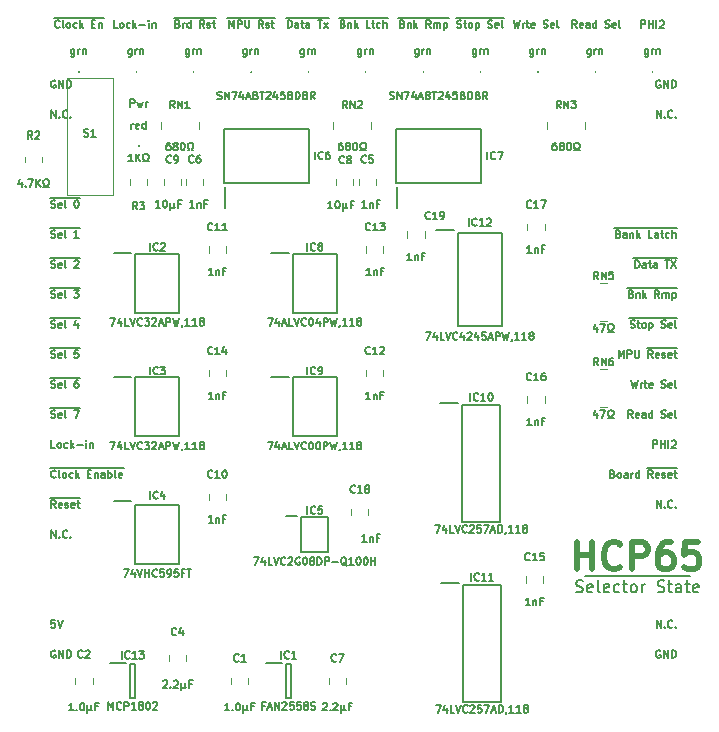
<source format=gbr>
%TF.GenerationSoftware,KiCad,Pcbnew,(6.0.5)*%
%TF.CreationDate,2022-07-26T21:03:23+02:00*%
%TF.ProjectId,Selector State,53656c65-6374-46f7-9220-53746174652e,rev?*%
%TF.SameCoordinates,Original*%
%TF.FileFunction,Legend,Top*%
%TF.FilePolarity,Positive*%
%FSLAX46Y46*%
G04 Gerber Fmt 4.6, Leading zero omitted, Abs format (unit mm)*
G04 Created by KiCad (PCBNEW (6.0.5)) date 2022-07-26 21:03:23*
%MOMM*%
%LPD*%
G01*
G04 APERTURE LIST*
%ADD10C,0.200000*%
%ADD11C,0.150000*%
%ADD12C,0.500000*%
%ADD13C,0.158750*%
%ADD14C,0.120000*%
%ADD15C,0.100000*%
G04 APERTURE END LIST*
D10*
X191452500Y-84772500D02*
X200342500Y-84772500D01*
D11*
X156633333Y-37572950D02*
X157268333Y-37572950D01*
X156996190Y-38054642D02*
X157086904Y-38084880D01*
X157117142Y-38115119D01*
X157147380Y-38175595D01*
X157147380Y-38266309D01*
X157117142Y-38326785D01*
X157086904Y-38357023D01*
X157026428Y-38387261D01*
X156784523Y-38387261D01*
X156784523Y-37752261D01*
X156996190Y-37752261D01*
X157056666Y-37782500D01*
X157086904Y-37812738D01*
X157117142Y-37873214D01*
X157117142Y-37933690D01*
X157086904Y-37994166D01*
X157056666Y-38024404D01*
X156996190Y-38054642D01*
X156784523Y-38054642D01*
X157268333Y-37572950D02*
X157661428Y-37572950D01*
X157419523Y-38387261D02*
X157419523Y-37963928D01*
X157419523Y-38084880D02*
X157449761Y-38024404D01*
X157480000Y-37994166D01*
X157540476Y-37963928D01*
X157600952Y-37963928D01*
X157661428Y-37572950D02*
X158235952Y-37572950D01*
X158084761Y-38387261D02*
X158084761Y-37752261D01*
X158084761Y-38357023D02*
X158024285Y-38387261D01*
X157903333Y-38387261D01*
X157842857Y-38357023D01*
X157812619Y-38326785D01*
X157782380Y-38266309D01*
X157782380Y-38084880D01*
X157812619Y-38024404D01*
X157842857Y-37994166D01*
X157903333Y-37963928D01*
X158024285Y-37963928D01*
X158084761Y-37994166D01*
X158235952Y-37572950D02*
X158719761Y-37572950D01*
X158719761Y-37572950D02*
X159354761Y-37572950D01*
X159233809Y-38387261D02*
X159022142Y-38084880D01*
X158870952Y-38387261D02*
X158870952Y-37752261D01*
X159112857Y-37752261D01*
X159173333Y-37782500D01*
X159203571Y-37812738D01*
X159233809Y-37873214D01*
X159233809Y-37963928D01*
X159203571Y-38024404D01*
X159173333Y-38054642D01*
X159112857Y-38084880D01*
X158870952Y-38084880D01*
X159354761Y-37572950D02*
X159868809Y-37572950D01*
X159475714Y-38357023D02*
X159536190Y-38387261D01*
X159657142Y-38387261D01*
X159717619Y-38357023D01*
X159747857Y-38296547D01*
X159747857Y-38266309D01*
X159717619Y-38205833D01*
X159657142Y-38175595D01*
X159566428Y-38175595D01*
X159505952Y-38145357D01*
X159475714Y-38084880D01*
X159475714Y-38054642D01*
X159505952Y-37994166D01*
X159566428Y-37963928D01*
X159657142Y-37963928D01*
X159717619Y-37994166D01*
X159868809Y-37572950D02*
X160231666Y-37572950D01*
X159929285Y-37963928D02*
X160171190Y-37963928D01*
X160020000Y-37752261D02*
X160020000Y-38296547D01*
X160050238Y-38357023D01*
X160110714Y-38387261D01*
X160171190Y-38387261D01*
X194333452Y-66327261D02*
X194333452Y-65692261D01*
X194545119Y-66145833D01*
X194756785Y-65692261D01*
X194756785Y-66327261D01*
X195059166Y-66327261D02*
X195059166Y-65692261D01*
X195301071Y-65692261D01*
X195361547Y-65722500D01*
X195391785Y-65752738D01*
X195422023Y-65813214D01*
X195422023Y-65903928D01*
X195391785Y-65964404D01*
X195361547Y-65994642D01*
X195301071Y-66024880D01*
X195059166Y-66024880D01*
X195694166Y-65692261D02*
X195694166Y-66206309D01*
X195724404Y-66266785D01*
X195754642Y-66297023D01*
X195815119Y-66327261D01*
X195936071Y-66327261D01*
X195996547Y-66297023D01*
X196026785Y-66266785D01*
X196057023Y-66206309D01*
X196057023Y-65692261D01*
X196692023Y-65512950D02*
X197327023Y-65512950D01*
X197206071Y-66327261D02*
X196994404Y-66024880D01*
X196843214Y-66327261D02*
X196843214Y-65692261D01*
X197085119Y-65692261D01*
X197145595Y-65722500D01*
X197175833Y-65752738D01*
X197206071Y-65813214D01*
X197206071Y-65903928D01*
X197175833Y-65964404D01*
X197145595Y-65994642D01*
X197085119Y-66024880D01*
X196843214Y-66024880D01*
X197327023Y-65512950D02*
X197871309Y-65512950D01*
X197720119Y-66297023D02*
X197659642Y-66327261D01*
X197538690Y-66327261D01*
X197478214Y-66297023D01*
X197447976Y-66236547D01*
X197447976Y-65994642D01*
X197478214Y-65934166D01*
X197538690Y-65903928D01*
X197659642Y-65903928D01*
X197720119Y-65934166D01*
X197750357Y-65994642D01*
X197750357Y-66055119D01*
X197447976Y-66115595D01*
X197871309Y-65512950D02*
X198385357Y-65512950D01*
X197992261Y-66297023D02*
X198052738Y-66327261D01*
X198173690Y-66327261D01*
X198234166Y-66297023D01*
X198264404Y-66236547D01*
X198264404Y-66206309D01*
X198234166Y-66145833D01*
X198173690Y-66115595D01*
X198082976Y-66115595D01*
X198022500Y-66085357D01*
X197992261Y-66024880D01*
X197992261Y-65994642D01*
X198022500Y-65934166D01*
X198082976Y-65903928D01*
X198173690Y-65903928D01*
X198234166Y-65934166D01*
X198385357Y-65512950D02*
X198929642Y-65512950D01*
X198778452Y-66297023D02*
X198717976Y-66327261D01*
X198597023Y-66327261D01*
X198536547Y-66297023D01*
X198506309Y-66236547D01*
X198506309Y-65994642D01*
X198536547Y-65934166D01*
X198597023Y-65903928D01*
X198717976Y-65903928D01*
X198778452Y-65934166D01*
X198808690Y-65994642D01*
X198808690Y-66055119D01*
X198506309Y-66115595D01*
X198929642Y-65512950D02*
X199292500Y-65512950D01*
X198990119Y-65903928D02*
X199232023Y-65903928D01*
X199080833Y-65692261D02*
X199080833Y-66236547D01*
X199111071Y-66297023D01*
X199171547Y-66327261D01*
X199232023Y-66327261D01*
X161184166Y-37572950D02*
X161909880Y-37572950D01*
X161335357Y-38387261D02*
X161335357Y-37752261D01*
X161547023Y-38205833D01*
X161758690Y-37752261D01*
X161758690Y-38387261D01*
X161909880Y-37572950D02*
X162544880Y-37572950D01*
X162061071Y-38387261D02*
X162061071Y-37752261D01*
X162302976Y-37752261D01*
X162363452Y-37782500D01*
X162393690Y-37812738D01*
X162423928Y-37873214D01*
X162423928Y-37963928D01*
X162393690Y-38024404D01*
X162363452Y-38054642D01*
X162302976Y-38084880D01*
X162061071Y-38084880D01*
X162544880Y-37572950D02*
X163210119Y-37572950D01*
X162696071Y-37752261D02*
X162696071Y-38266309D01*
X162726309Y-38326785D01*
X162756547Y-38357023D01*
X162817023Y-38387261D01*
X162937976Y-38387261D01*
X162998452Y-38357023D01*
X163028690Y-38326785D01*
X163058928Y-38266309D01*
X163058928Y-37752261D01*
X163210119Y-37572950D02*
X163693928Y-37572950D01*
X163693928Y-37572950D02*
X164328928Y-37572950D01*
X164207976Y-38387261D02*
X163996309Y-38084880D01*
X163845119Y-38387261D02*
X163845119Y-37752261D01*
X164087023Y-37752261D01*
X164147500Y-37782500D01*
X164177738Y-37812738D01*
X164207976Y-37873214D01*
X164207976Y-37963928D01*
X164177738Y-38024404D01*
X164147500Y-38054642D01*
X164087023Y-38084880D01*
X163845119Y-38084880D01*
X164328928Y-37572950D02*
X164842976Y-37572950D01*
X164449880Y-38357023D02*
X164510357Y-38387261D01*
X164631309Y-38387261D01*
X164691785Y-38357023D01*
X164722023Y-38296547D01*
X164722023Y-38266309D01*
X164691785Y-38205833D01*
X164631309Y-38175595D01*
X164540595Y-38175595D01*
X164480119Y-38145357D01*
X164449880Y-38084880D01*
X164449880Y-38054642D01*
X164480119Y-37994166D01*
X164540595Y-37963928D01*
X164631309Y-37963928D01*
X164691785Y-37994166D01*
X164842976Y-37572950D02*
X165205833Y-37572950D01*
X164903452Y-37963928D02*
X165145357Y-37963928D01*
X164994166Y-37752261D02*
X164994166Y-38296547D01*
X165024404Y-38357023D01*
X165084880Y-38387261D01*
X165145357Y-38387261D01*
X146473333Y-37572950D02*
X147108333Y-37572950D01*
X146987380Y-38326785D02*
X146957142Y-38357023D01*
X146866428Y-38387261D01*
X146805952Y-38387261D01*
X146715238Y-38357023D01*
X146654761Y-38296547D01*
X146624523Y-38236071D01*
X146594285Y-38115119D01*
X146594285Y-38024404D01*
X146624523Y-37903452D01*
X146654761Y-37842976D01*
X146715238Y-37782500D01*
X146805952Y-37752261D01*
X146866428Y-37752261D01*
X146957142Y-37782500D01*
X146987380Y-37812738D01*
X147108333Y-37572950D02*
X147440952Y-37572950D01*
X147350238Y-38387261D02*
X147289761Y-38357023D01*
X147259523Y-38296547D01*
X147259523Y-37752261D01*
X147440952Y-37572950D02*
X148015476Y-37572950D01*
X147682857Y-38387261D02*
X147622380Y-38357023D01*
X147592142Y-38326785D01*
X147561904Y-38266309D01*
X147561904Y-38084880D01*
X147592142Y-38024404D01*
X147622380Y-37994166D01*
X147682857Y-37963928D01*
X147773571Y-37963928D01*
X147834047Y-37994166D01*
X147864285Y-38024404D01*
X147894523Y-38084880D01*
X147894523Y-38266309D01*
X147864285Y-38326785D01*
X147834047Y-38357023D01*
X147773571Y-38387261D01*
X147682857Y-38387261D01*
X148015476Y-37572950D02*
X148559761Y-37572950D01*
X148438809Y-38357023D02*
X148378333Y-38387261D01*
X148257380Y-38387261D01*
X148196904Y-38357023D01*
X148166666Y-38326785D01*
X148136428Y-38266309D01*
X148136428Y-38084880D01*
X148166666Y-38024404D01*
X148196904Y-37994166D01*
X148257380Y-37963928D01*
X148378333Y-37963928D01*
X148438809Y-37994166D01*
X148559761Y-37572950D02*
X149073809Y-37572950D01*
X148710952Y-38387261D02*
X148710952Y-37752261D01*
X148771428Y-38145357D02*
X148952857Y-38387261D01*
X148952857Y-37963928D02*
X148710952Y-38205833D01*
X149073809Y-37572950D02*
X149557619Y-37572950D01*
X149557619Y-37572950D02*
X150132142Y-37572950D01*
X149708809Y-38054642D02*
X149920476Y-38054642D01*
X150011190Y-38387261D02*
X149708809Y-38387261D01*
X149708809Y-37752261D01*
X150011190Y-37752261D01*
X150132142Y-37572950D02*
X150706666Y-37572950D01*
X150283333Y-37963928D02*
X150283333Y-38387261D01*
X150283333Y-38024404D02*
X150313571Y-37994166D01*
X150374047Y-37963928D01*
X150464761Y-37963928D01*
X150525238Y-37994166D01*
X150555476Y-38054642D01*
X150555476Y-38387261D01*
X146147500Y-55352950D02*
X146752261Y-55352950D01*
X146268452Y-56137023D02*
X146359166Y-56167261D01*
X146510357Y-56167261D01*
X146570833Y-56137023D01*
X146601071Y-56106785D01*
X146631309Y-56046309D01*
X146631309Y-55985833D01*
X146601071Y-55925357D01*
X146570833Y-55895119D01*
X146510357Y-55864880D01*
X146389404Y-55834642D01*
X146328928Y-55804404D01*
X146298690Y-55774166D01*
X146268452Y-55713690D01*
X146268452Y-55653214D01*
X146298690Y-55592738D01*
X146328928Y-55562500D01*
X146389404Y-55532261D01*
X146540595Y-55532261D01*
X146631309Y-55562500D01*
X146752261Y-55352950D02*
X147296547Y-55352950D01*
X147145357Y-56137023D02*
X147084880Y-56167261D01*
X146963928Y-56167261D01*
X146903452Y-56137023D01*
X146873214Y-56076547D01*
X146873214Y-55834642D01*
X146903452Y-55774166D01*
X146963928Y-55743928D01*
X147084880Y-55743928D01*
X147145357Y-55774166D01*
X147175595Y-55834642D01*
X147175595Y-55895119D01*
X146873214Y-55955595D01*
X147296547Y-55352950D02*
X147629166Y-55352950D01*
X147538452Y-56167261D02*
X147477976Y-56137023D01*
X147447738Y-56076547D01*
X147447738Y-55532261D01*
X147629166Y-55352950D02*
X148112976Y-55352950D01*
X148112976Y-55352950D02*
X148717738Y-55352950D01*
X148596785Y-56167261D02*
X148233928Y-56167261D01*
X148415357Y-56167261D02*
X148415357Y-55532261D01*
X148354880Y-55622976D01*
X148294404Y-55683452D01*
X148233928Y-55713690D01*
X197538690Y-46007261D02*
X197538690Y-45372261D01*
X197901547Y-46007261D01*
X197901547Y-45372261D01*
X198203928Y-45946785D02*
X198234166Y-45977023D01*
X198203928Y-46007261D01*
X198173690Y-45977023D01*
X198203928Y-45946785D01*
X198203928Y-46007261D01*
X198869166Y-45946785D02*
X198838928Y-45977023D01*
X198748214Y-46007261D01*
X198687738Y-46007261D01*
X198597023Y-45977023D01*
X198536547Y-45916547D01*
X198506309Y-45856071D01*
X198476071Y-45735119D01*
X198476071Y-45644404D01*
X198506309Y-45523452D01*
X198536547Y-45462976D01*
X198597023Y-45402500D01*
X198687738Y-45372261D01*
X198748214Y-45372261D01*
X198838928Y-45402500D01*
X198869166Y-45432738D01*
X199141309Y-45946785D02*
X199171547Y-45977023D01*
X199141309Y-46007261D01*
X199111071Y-45977023D01*
X199141309Y-45946785D01*
X199141309Y-46007261D01*
X146298690Y-46007261D02*
X146298690Y-45372261D01*
X146661547Y-46007261D01*
X146661547Y-45372261D01*
X146963928Y-45946785D02*
X146994166Y-45977023D01*
X146963928Y-46007261D01*
X146933690Y-45977023D01*
X146963928Y-45946785D01*
X146963928Y-46007261D01*
X147629166Y-45946785D02*
X147598928Y-45977023D01*
X147508214Y-46007261D01*
X147447738Y-46007261D01*
X147357023Y-45977023D01*
X147296547Y-45916547D01*
X147266309Y-45856071D01*
X147236071Y-45735119D01*
X147236071Y-45644404D01*
X147266309Y-45523452D01*
X147296547Y-45462976D01*
X147357023Y-45402500D01*
X147447738Y-45372261D01*
X147508214Y-45372261D01*
X147598928Y-45402500D01*
X147629166Y-45432738D01*
X147901309Y-45946785D02*
X147931547Y-45977023D01*
X147901309Y-46007261D01*
X147871071Y-45977023D01*
X147901309Y-45946785D01*
X147901309Y-46007261D01*
X152974523Y-45054761D02*
X152974523Y-44419761D01*
X153216428Y-44419761D01*
X153276904Y-44450000D01*
X153307142Y-44480238D01*
X153337380Y-44540714D01*
X153337380Y-44631428D01*
X153307142Y-44691904D01*
X153276904Y-44722142D01*
X153216428Y-44752380D01*
X152974523Y-44752380D01*
X153549047Y-44631428D02*
X153670000Y-45054761D01*
X153790952Y-44752380D01*
X153911904Y-45054761D01*
X154032857Y-44631428D01*
X154274761Y-45054761D02*
X154274761Y-44631428D01*
X154274761Y-44752380D02*
X154305000Y-44691904D01*
X154335238Y-44661666D01*
X154395714Y-44631428D01*
X154456190Y-44631428D01*
X193819404Y-76154642D02*
X193910119Y-76184880D01*
X193940357Y-76215119D01*
X193970595Y-76275595D01*
X193970595Y-76366309D01*
X193940357Y-76426785D01*
X193910119Y-76457023D01*
X193849642Y-76487261D01*
X193607738Y-76487261D01*
X193607738Y-75852261D01*
X193819404Y-75852261D01*
X193879880Y-75882500D01*
X193910119Y-75912738D01*
X193940357Y-75973214D01*
X193940357Y-76033690D01*
X193910119Y-76094166D01*
X193879880Y-76124404D01*
X193819404Y-76154642D01*
X193607738Y-76154642D01*
X194333452Y-76487261D02*
X194272976Y-76457023D01*
X194242738Y-76426785D01*
X194212500Y-76366309D01*
X194212500Y-76184880D01*
X194242738Y-76124404D01*
X194272976Y-76094166D01*
X194333452Y-76063928D01*
X194424166Y-76063928D01*
X194484642Y-76094166D01*
X194514880Y-76124404D01*
X194545119Y-76184880D01*
X194545119Y-76366309D01*
X194514880Y-76426785D01*
X194484642Y-76457023D01*
X194424166Y-76487261D01*
X194333452Y-76487261D01*
X195089404Y-76487261D02*
X195089404Y-76154642D01*
X195059166Y-76094166D01*
X194998690Y-76063928D01*
X194877738Y-76063928D01*
X194817261Y-76094166D01*
X195089404Y-76457023D02*
X195028928Y-76487261D01*
X194877738Y-76487261D01*
X194817261Y-76457023D01*
X194787023Y-76396547D01*
X194787023Y-76336071D01*
X194817261Y-76275595D01*
X194877738Y-76245357D01*
X195028928Y-76245357D01*
X195089404Y-76215119D01*
X195391785Y-76487261D02*
X195391785Y-76063928D01*
X195391785Y-76184880D02*
X195422023Y-76124404D01*
X195452261Y-76094166D01*
X195512738Y-76063928D01*
X195573214Y-76063928D01*
X196057023Y-76487261D02*
X196057023Y-75852261D01*
X196057023Y-76457023D02*
X195996547Y-76487261D01*
X195875595Y-76487261D01*
X195815119Y-76457023D01*
X195784880Y-76426785D01*
X195754642Y-76366309D01*
X195754642Y-76184880D01*
X195784880Y-76124404D01*
X195815119Y-76094166D01*
X195875595Y-76063928D01*
X195996547Y-76063928D01*
X196057023Y-76094166D01*
X196692023Y-75672950D02*
X197327023Y-75672950D01*
X197206071Y-76487261D02*
X196994404Y-76184880D01*
X196843214Y-76487261D02*
X196843214Y-75852261D01*
X197085119Y-75852261D01*
X197145595Y-75882500D01*
X197175833Y-75912738D01*
X197206071Y-75973214D01*
X197206071Y-76063928D01*
X197175833Y-76124404D01*
X197145595Y-76154642D01*
X197085119Y-76184880D01*
X196843214Y-76184880D01*
X197327023Y-75672950D02*
X197871309Y-75672950D01*
X197720119Y-76457023D02*
X197659642Y-76487261D01*
X197538690Y-76487261D01*
X197478214Y-76457023D01*
X197447976Y-76396547D01*
X197447976Y-76154642D01*
X197478214Y-76094166D01*
X197538690Y-76063928D01*
X197659642Y-76063928D01*
X197720119Y-76094166D01*
X197750357Y-76154642D01*
X197750357Y-76215119D01*
X197447976Y-76275595D01*
X197871309Y-75672950D02*
X198385357Y-75672950D01*
X197992261Y-76457023D02*
X198052738Y-76487261D01*
X198173690Y-76487261D01*
X198234166Y-76457023D01*
X198264404Y-76396547D01*
X198264404Y-76366309D01*
X198234166Y-76305833D01*
X198173690Y-76275595D01*
X198082976Y-76275595D01*
X198022500Y-76245357D01*
X197992261Y-76184880D01*
X197992261Y-76154642D01*
X198022500Y-76094166D01*
X198082976Y-76063928D01*
X198173690Y-76063928D01*
X198234166Y-76094166D01*
X198385357Y-75672950D02*
X198929642Y-75672950D01*
X198778452Y-76457023D02*
X198717976Y-76487261D01*
X198597023Y-76487261D01*
X198536547Y-76457023D01*
X198506309Y-76396547D01*
X198506309Y-76154642D01*
X198536547Y-76094166D01*
X198597023Y-76063928D01*
X198717976Y-76063928D01*
X198778452Y-76094166D01*
X198808690Y-76154642D01*
X198808690Y-76215119D01*
X198506309Y-76275595D01*
X198929642Y-75672950D02*
X199292500Y-75672950D01*
X198990119Y-76063928D02*
X199232023Y-76063928D01*
X199080833Y-75852261D02*
X199080833Y-76396547D01*
X199111071Y-76457023D01*
X199171547Y-76487261D01*
X199232023Y-76487261D01*
X146147500Y-70592950D02*
X146752261Y-70592950D01*
X146268452Y-71377023D02*
X146359166Y-71407261D01*
X146510357Y-71407261D01*
X146570833Y-71377023D01*
X146601071Y-71346785D01*
X146631309Y-71286309D01*
X146631309Y-71225833D01*
X146601071Y-71165357D01*
X146570833Y-71135119D01*
X146510357Y-71104880D01*
X146389404Y-71074642D01*
X146328928Y-71044404D01*
X146298690Y-71014166D01*
X146268452Y-70953690D01*
X146268452Y-70893214D01*
X146298690Y-70832738D01*
X146328928Y-70802500D01*
X146389404Y-70772261D01*
X146540595Y-70772261D01*
X146631309Y-70802500D01*
X146752261Y-70592950D02*
X147296547Y-70592950D01*
X147145357Y-71377023D02*
X147084880Y-71407261D01*
X146963928Y-71407261D01*
X146903452Y-71377023D01*
X146873214Y-71316547D01*
X146873214Y-71074642D01*
X146903452Y-71014166D01*
X146963928Y-70983928D01*
X147084880Y-70983928D01*
X147145357Y-71014166D01*
X147175595Y-71074642D01*
X147175595Y-71135119D01*
X146873214Y-71195595D01*
X147296547Y-70592950D02*
X147629166Y-70592950D01*
X147538452Y-71407261D02*
X147477976Y-71377023D01*
X147447738Y-71316547D01*
X147447738Y-70772261D01*
X147629166Y-70592950D02*
X148112976Y-70592950D01*
X148112976Y-70592950D02*
X148717738Y-70592950D01*
X148203690Y-70772261D02*
X148627023Y-70772261D01*
X148354880Y-71407261D01*
X195391785Y-68232261D02*
X195542976Y-68867261D01*
X195663928Y-68413690D01*
X195784880Y-68867261D01*
X195936071Y-68232261D01*
X196177976Y-68867261D02*
X196177976Y-68443928D01*
X196177976Y-68564880D02*
X196208214Y-68504404D01*
X196238452Y-68474166D01*
X196298928Y-68443928D01*
X196359404Y-68443928D01*
X196480357Y-68443928D02*
X196722261Y-68443928D01*
X196571071Y-68232261D02*
X196571071Y-68776547D01*
X196601309Y-68837023D01*
X196661785Y-68867261D01*
X196722261Y-68867261D01*
X197175833Y-68837023D02*
X197115357Y-68867261D01*
X196994404Y-68867261D01*
X196933928Y-68837023D01*
X196903690Y-68776547D01*
X196903690Y-68534642D01*
X196933928Y-68474166D01*
X196994404Y-68443928D01*
X197115357Y-68443928D01*
X197175833Y-68474166D01*
X197206071Y-68534642D01*
X197206071Y-68595119D01*
X196903690Y-68655595D01*
X197931785Y-68837023D02*
X198022500Y-68867261D01*
X198173690Y-68867261D01*
X198234166Y-68837023D01*
X198264404Y-68806785D01*
X198294642Y-68746309D01*
X198294642Y-68685833D01*
X198264404Y-68625357D01*
X198234166Y-68595119D01*
X198173690Y-68564880D01*
X198052738Y-68534642D01*
X197992261Y-68504404D01*
X197962023Y-68474166D01*
X197931785Y-68413690D01*
X197931785Y-68353214D01*
X197962023Y-68292738D01*
X197992261Y-68262500D01*
X198052738Y-68232261D01*
X198203928Y-68232261D01*
X198294642Y-68262500D01*
X198808690Y-68837023D02*
X198748214Y-68867261D01*
X198627261Y-68867261D01*
X198566785Y-68837023D01*
X198536547Y-68776547D01*
X198536547Y-68534642D01*
X198566785Y-68474166D01*
X198627261Y-68443928D01*
X198748214Y-68443928D01*
X198808690Y-68474166D01*
X198838928Y-68534642D01*
X198838928Y-68595119D01*
X198536547Y-68655595D01*
X199201785Y-68867261D02*
X199141309Y-68837023D01*
X199111071Y-68776547D01*
X199111071Y-68232261D01*
X175668214Y-37572950D02*
X176303214Y-37572950D01*
X176031071Y-38054642D02*
X176121785Y-38084880D01*
X176152023Y-38115119D01*
X176182261Y-38175595D01*
X176182261Y-38266309D01*
X176152023Y-38326785D01*
X176121785Y-38357023D01*
X176061309Y-38387261D01*
X175819404Y-38387261D01*
X175819404Y-37752261D01*
X176031071Y-37752261D01*
X176091547Y-37782500D01*
X176121785Y-37812738D01*
X176152023Y-37873214D01*
X176152023Y-37933690D01*
X176121785Y-37994166D01*
X176091547Y-38024404D01*
X176031071Y-38054642D01*
X175819404Y-38054642D01*
X176303214Y-37572950D02*
X176877738Y-37572950D01*
X176454404Y-37963928D02*
X176454404Y-38387261D01*
X176454404Y-38024404D02*
X176484642Y-37994166D01*
X176545119Y-37963928D01*
X176635833Y-37963928D01*
X176696309Y-37994166D01*
X176726547Y-38054642D01*
X176726547Y-38387261D01*
X176877738Y-37572950D02*
X177391785Y-37572950D01*
X177028928Y-38387261D02*
X177028928Y-37752261D01*
X177089404Y-38145357D02*
X177270833Y-38387261D01*
X177270833Y-37963928D02*
X177028928Y-38205833D01*
X177391785Y-37572950D02*
X177875595Y-37572950D01*
X177875595Y-37572950D02*
X178510595Y-37572950D01*
X178389642Y-38387261D02*
X178177976Y-38084880D01*
X178026785Y-38387261D02*
X178026785Y-37752261D01*
X178268690Y-37752261D01*
X178329166Y-37782500D01*
X178359404Y-37812738D01*
X178389642Y-37873214D01*
X178389642Y-37963928D01*
X178359404Y-38024404D01*
X178329166Y-38054642D01*
X178268690Y-38084880D01*
X178026785Y-38084880D01*
X178510595Y-37572950D02*
X179357261Y-37572950D01*
X178661785Y-38387261D02*
X178661785Y-37963928D01*
X178661785Y-38024404D02*
X178692023Y-37994166D01*
X178752500Y-37963928D01*
X178843214Y-37963928D01*
X178903690Y-37994166D01*
X178933928Y-38054642D01*
X178933928Y-38387261D01*
X178933928Y-38054642D02*
X178964166Y-37994166D01*
X179024642Y-37963928D01*
X179115357Y-37963928D01*
X179175833Y-37994166D01*
X179206071Y-38054642D01*
X179206071Y-38387261D01*
X179357261Y-37572950D02*
X179931785Y-37572950D01*
X179508452Y-37963928D02*
X179508452Y-38598928D01*
X179508452Y-37994166D02*
X179568928Y-37963928D01*
X179689880Y-37963928D01*
X179750357Y-37994166D01*
X179780595Y-38024404D01*
X179810833Y-38084880D01*
X179810833Y-38266309D01*
X179780595Y-38326785D01*
X179750357Y-38357023D01*
X179689880Y-38387261D01*
X179568928Y-38387261D01*
X179508452Y-38357023D01*
X146147500Y-75672950D02*
X146782500Y-75672950D01*
X146661547Y-76426785D02*
X146631309Y-76457023D01*
X146540595Y-76487261D01*
X146480119Y-76487261D01*
X146389404Y-76457023D01*
X146328928Y-76396547D01*
X146298690Y-76336071D01*
X146268452Y-76215119D01*
X146268452Y-76124404D01*
X146298690Y-76003452D01*
X146328928Y-75942976D01*
X146389404Y-75882500D01*
X146480119Y-75852261D01*
X146540595Y-75852261D01*
X146631309Y-75882500D01*
X146661547Y-75912738D01*
X146782500Y-75672950D02*
X147115119Y-75672950D01*
X147024404Y-76487261D02*
X146963928Y-76457023D01*
X146933690Y-76396547D01*
X146933690Y-75852261D01*
X147115119Y-75672950D02*
X147689642Y-75672950D01*
X147357023Y-76487261D02*
X147296547Y-76457023D01*
X147266309Y-76426785D01*
X147236071Y-76366309D01*
X147236071Y-76184880D01*
X147266309Y-76124404D01*
X147296547Y-76094166D01*
X147357023Y-76063928D01*
X147447738Y-76063928D01*
X147508214Y-76094166D01*
X147538452Y-76124404D01*
X147568690Y-76184880D01*
X147568690Y-76366309D01*
X147538452Y-76426785D01*
X147508214Y-76457023D01*
X147447738Y-76487261D01*
X147357023Y-76487261D01*
X147689642Y-75672950D02*
X148233928Y-75672950D01*
X148112976Y-76457023D02*
X148052500Y-76487261D01*
X147931547Y-76487261D01*
X147871071Y-76457023D01*
X147840833Y-76426785D01*
X147810595Y-76366309D01*
X147810595Y-76184880D01*
X147840833Y-76124404D01*
X147871071Y-76094166D01*
X147931547Y-76063928D01*
X148052500Y-76063928D01*
X148112976Y-76094166D01*
X148233928Y-75672950D02*
X148747976Y-75672950D01*
X148385119Y-76487261D02*
X148385119Y-75852261D01*
X148445595Y-76245357D02*
X148627023Y-76487261D01*
X148627023Y-76063928D02*
X148385119Y-76305833D01*
X148747976Y-75672950D02*
X149231785Y-75672950D01*
X149231785Y-75672950D02*
X149806309Y-75672950D01*
X149382976Y-76154642D02*
X149594642Y-76154642D01*
X149685357Y-76487261D02*
X149382976Y-76487261D01*
X149382976Y-75852261D01*
X149685357Y-75852261D01*
X149806309Y-75672950D02*
X150380833Y-75672950D01*
X149957500Y-76063928D02*
X149957500Y-76487261D01*
X149957500Y-76124404D02*
X149987738Y-76094166D01*
X150048214Y-76063928D01*
X150138928Y-76063928D01*
X150199404Y-76094166D01*
X150229642Y-76154642D01*
X150229642Y-76487261D01*
X150380833Y-75672950D02*
X150955357Y-75672950D01*
X150804166Y-76487261D02*
X150804166Y-76154642D01*
X150773928Y-76094166D01*
X150713452Y-76063928D01*
X150592500Y-76063928D01*
X150532023Y-76094166D01*
X150804166Y-76457023D02*
X150743690Y-76487261D01*
X150592500Y-76487261D01*
X150532023Y-76457023D01*
X150501785Y-76396547D01*
X150501785Y-76336071D01*
X150532023Y-76275595D01*
X150592500Y-76245357D01*
X150743690Y-76245357D01*
X150804166Y-76215119D01*
X150955357Y-75672950D02*
X151529880Y-75672950D01*
X151106547Y-76487261D02*
X151106547Y-75852261D01*
X151106547Y-76094166D02*
X151167023Y-76063928D01*
X151287976Y-76063928D01*
X151348452Y-76094166D01*
X151378690Y-76124404D01*
X151408928Y-76184880D01*
X151408928Y-76366309D01*
X151378690Y-76426785D01*
X151348452Y-76457023D01*
X151287976Y-76487261D01*
X151167023Y-76487261D01*
X151106547Y-76457023D01*
X151529880Y-75672950D02*
X151862500Y-75672950D01*
X151771785Y-76487261D02*
X151711309Y-76457023D01*
X151681071Y-76396547D01*
X151681071Y-75852261D01*
X151862500Y-75672950D02*
X152406785Y-75672950D01*
X152255595Y-76457023D02*
X152195119Y-76487261D01*
X152074166Y-76487261D01*
X152013690Y-76457023D01*
X151983452Y-76396547D01*
X151983452Y-76154642D01*
X152013690Y-76094166D01*
X152074166Y-76063928D01*
X152195119Y-76063928D01*
X152255595Y-76094166D01*
X152285833Y-76154642D01*
X152285833Y-76215119D01*
X151983452Y-76275595D01*
X190772142Y-38387261D02*
X190560476Y-38084880D01*
X190409285Y-38387261D02*
X190409285Y-37752261D01*
X190651190Y-37752261D01*
X190711666Y-37782500D01*
X190741904Y-37812738D01*
X190772142Y-37873214D01*
X190772142Y-37963928D01*
X190741904Y-38024404D01*
X190711666Y-38054642D01*
X190651190Y-38084880D01*
X190409285Y-38084880D01*
X191286190Y-38357023D02*
X191225714Y-38387261D01*
X191104761Y-38387261D01*
X191044285Y-38357023D01*
X191014047Y-38296547D01*
X191014047Y-38054642D01*
X191044285Y-37994166D01*
X191104761Y-37963928D01*
X191225714Y-37963928D01*
X191286190Y-37994166D01*
X191316428Y-38054642D01*
X191316428Y-38115119D01*
X191014047Y-38175595D01*
X191860714Y-38387261D02*
X191860714Y-38054642D01*
X191830476Y-37994166D01*
X191770000Y-37963928D01*
X191649047Y-37963928D01*
X191588571Y-37994166D01*
X191860714Y-38357023D02*
X191800238Y-38387261D01*
X191649047Y-38387261D01*
X191588571Y-38357023D01*
X191558333Y-38296547D01*
X191558333Y-38236071D01*
X191588571Y-38175595D01*
X191649047Y-38145357D01*
X191800238Y-38145357D01*
X191860714Y-38115119D01*
X192435238Y-38387261D02*
X192435238Y-37752261D01*
X192435238Y-38357023D02*
X192374761Y-38387261D01*
X192253809Y-38387261D01*
X192193333Y-38357023D01*
X192163095Y-38326785D01*
X192132857Y-38266309D01*
X192132857Y-38084880D01*
X192163095Y-38024404D01*
X192193333Y-37994166D01*
X192253809Y-37963928D01*
X192374761Y-37963928D01*
X192435238Y-37994166D01*
X193191190Y-38357023D02*
X193281904Y-38387261D01*
X193433095Y-38387261D01*
X193493571Y-38357023D01*
X193523809Y-38326785D01*
X193554047Y-38266309D01*
X193554047Y-38205833D01*
X193523809Y-38145357D01*
X193493571Y-38115119D01*
X193433095Y-38084880D01*
X193312142Y-38054642D01*
X193251666Y-38024404D01*
X193221428Y-37994166D01*
X193191190Y-37933690D01*
X193191190Y-37873214D01*
X193221428Y-37812738D01*
X193251666Y-37782500D01*
X193312142Y-37752261D01*
X193463333Y-37752261D01*
X193554047Y-37782500D01*
X194068095Y-38357023D02*
X194007619Y-38387261D01*
X193886666Y-38387261D01*
X193826190Y-38357023D01*
X193795952Y-38296547D01*
X193795952Y-38054642D01*
X193826190Y-37994166D01*
X193886666Y-37963928D01*
X194007619Y-37963928D01*
X194068095Y-37994166D01*
X194098333Y-38054642D01*
X194098333Y-38115119D01*
X193795952Y-38175595D01*
X194461190Y-38387261D02*
X194400714Y-38357023D01*
X194370476Y-38296547D01*
X194370476Y-37752261D01*
X146631309Y-42862500D02*
X146570833Y-42832261D01*
X146480119Y-42832261D01*
X146389404Y-42862500D01*
X146328928Y-42922976D01*
X146298690Y-42983452D01*
X146268452Y-43104404D01*
X146268452Y-43195119D01*
X146298690Y-43316071D01*
X146328928Y-43376547D01*
X146389404Y-43437023D01*
X146480119Y-43467261D01*
X146540595Y-43467261D01*
X146631309Y-43437023D01*
X146661547Y-43406785D01*
X146661547Y-43195119D01*
X146540595Y-43195119D01*
X146933690Y-43467261D02*
X146933690Y-42832261D01*
X147296547Y-43467261D01*
X147296547Y-42832261D01*
X147598928Y-43467261D02*
X147598928Y-42832261D01*
X147750119Y-42832261D01*
X147840833Y-42862500D01*
X147901309Y-42922976D01*
X147931547Y-42983452D01*
X147961785Y-43104404D01*
X147961785Y-43195119D01*
X147931547Y-43316071D01*
X147901309Y-43376547D01*
X147840833Y-43437023D01*
X147750119Y-43467261D01*
X147598928Y-43467261D01*
X180521428Y-37572950D02*
X181126190Y-37572950D01*
X180642380Y-38357023D02*
X180733095Y-38387261D01*
X180884285Y-38387261D01*
X180944761Y-38357023D01*
X180975000Y-38326785D01*
X181005238Y-38266309D01*
X181005238Y-38205833D01*
X180975000Y-38145357D01*
X180944761Y-38115119D01*
X180884285Y-38084880D01*
X180763333Y-38054642D01*
X180702857Y-38024404D01*
X180672619Y-37994166D01*
X180642380Y-37933690D01*
X180642380Y-37873214D01*
X180672619Y-37812738D01*
X180702857Y-37782500D01*
X180763333Y-37752261D01*
X180914523Y-37752261D01*
X181005238Y-37782500D01*
X181126190Y-37572950D02*
X181489047Y-37572950D01*
X181186666Y-37963928D02*
X181428571Y-37963928D01*
X181277380Y-37752261D02*
X181277380Y-38296547D01*
X181307619Y-38357023D01*
X181368095Y-38387261D01*
X181428571Y-38387261D01*
X181489047Y-37572950D02*
X182063571Y-37572950D01*
X181730952Y-38387261D02*
X181670476Y-38357023D01*
X181640238Y-38326785D01*
X181610000Y-38266309D01*
X181610000Y-38084880D01*
X181640238Y-38024404D01*
X181670476Y-37994166D01*
X181730952Y-37963928D01*
X181821666Y-37963928D01*
X181882142Y-37994166D01*
X181912380Y-38024404D01*
X181942619Y-38084880D01*
X181942619Y-38266309D01*
X181912380Y-38326785D01*
X181882142Y-38357023D01*
X181821666Y-38387261D01*
X181730952Y-38387261D01*
X182063571Y-37572950D02*
X182638095Y-37572950D01*
X182214761Y-37963928D02*
X182214761Y-38598928D01*
X182214761Y-37994166D02*
X182275238Y-37963928D01*
X182396190Y-37963928D01*
X182456666Y-37994166D01*
X182486904Y-38024404D01*
X182517142Y-38084880D01*
X182517142Y-38266309D01*
X182486904Y-38326785D01*
X182456666Y-38357023D01*
X182396190Y-38387261D01*
X182275238Y-38387261D01*
X182214761Y-38357023D01*
X182638095Y-37572950D02*
X183121904Y-37572950D01*
X183121904Y-37572950D02*
X183726666Y-37572950D01*
X183242857Y-38357023D02*
X183333571Y-38387261D01*
X183484761Y-38387261D01*
X183545238Y-38357023D01*
X183575476Y-38326785D01*
X183605714Y-38266309D01*
X183605714Y-38205833D01*
X183575476Y-38145357D01*
X183545238Y-38115119D01*
X183484761Y-38084880D01*
X183363809Y-38054642D01*
X183303333Y-38024404D01*
X183273095Y-37994166D01*
X183242857Y-37933690D01*
X183242857Y-37873214D01*
X183273095Y-37812738D01*
X183303333Y-37782500D01*
X183363809Y-37752261D01*
X183515000Y-37752261D01*
X183605714Y-37782500D01*
X183726666Y-37572950D02*
X184270952Y-37572950D01*
X184119761Y-38357023D02*
X184059285Y-38387261D01*
X183938333Y-38387261D01*
X183877857Y-38357023D01*
X183847619Y-38296547D01*
X183847619Y-38054642D01*
X183877857Y-37994166D01*
X183938333Y-37963928D01*
X184059285Y-37963928D01*
X184119761Y-37994166D01*
X184150000Y-38054642D01*
X184150000Y-38115119D01*
X183847619Y-38175595D01*
X184270952Y-37572950D02*
X184603571Y-37572950D01*
X184512857Y-38387261D02*
X184452380Y-38357023D01*
X184422142Y-38296547D01*
X184422142Y-37752261D01*
X193940357Y-55352950D02*
X194575357Y-55352950D01*
X194303214Y-55834642D02*
X194393928Y-55864880D01*
X194424166Y-55895119D01*
X194454404Y-55955595D01*
X194454404Y-56046309D01*
X194424166Y-56106785D01*
X194393928Y-56137023D01*
X194333452Y-56167261D01*
X194091547Y-56167261D01*
X194091547Y-55532261D01*
X194303214Y-55532261D01*
X194363690Y-55562500D01*
X194393928Y-55592738D01*
X194424166Y-55653214D01*
X194424166Y-55713690D01*
X194393928Y-55774166D01*
X194363690Y-55804404D01*
X194303214Y-55834642D01*
X194091547Y-55834642D01*
X194575357Y-55352950D02*
X195149880Y-55352950D01*
X194998690Y-56167261D02*
X194998690Y-55834642D01*
X194968452Y-55774166D01*
X194907976Y-55743928D01*
X194787023Y-55743928D01*
X194726547Y-55774166D01*
X194998690Y-56137023D02*
X194938214Y-56167261D01*
X194787023Y-56167261D01*
X194726547Y-56137023D01*
X194696309Y-56076547D01*
X194696309Y-56016071D01*
X194726547Y-55955595D01*
X194787023Y-55925357D01*
X194938214Y-55925357D01*
X194998690Y-55895119D01*
X195149880Y-55352950D02*
X195724404Y-55352950D01*
X195301071Y-55743928D02*
X195301071Y-56167261D01*
X195301071Y-55804404D02*
X195331309Y-55774166D01*
X195391785Y-55743928D01*
X195482500Y-55743928D01*
X195542976Y-55774166D01*
X195573214Y-55834642D01*
X195573214Y-56167261D01*
X195724404Y-55352950D02*
X196238452Y-55352950D01*
X195875595Y-56167261D02*
X195875595Y-55532261D01*
X195936071Y-55925357D02*
X196117500Y-56167261D01*
X196117500Y-55743928D02*
X195875595Y-55985833D01*
X196238452Y-55352950D02*
X196722261Y-55352950D01*
X196722261Y-55352950D02*
X197236309Y-55352950D01*
X197175833Y-56167261D02*
X196873452Y-56167261D01*
X196873452Y-55532261D01*
X197236309Y-55352950D02*
X197810833Y-55352950D01*
X197659642Y-56167261D02*
X197659642Y-55834642D01*
X197629404Y-55774166D01*
X197568928Y-55743928D01*
X197447976Y-55743928D01*
X197387500Y-55774166D01*
X197659642Y-56137023D02*
X197599166Y-56167261D01*
X197447976Y-56167261D01*
X197387500Y-56137023D01*
X197357261Y-56076547D01*
X197357261Y-56016071D01*
X197387500Y-55955595D01*
X197447976Y-55925357D01*
X197599166Y-55925357D01*
X197659642Y-55895119D01*
X197810833Y-55352950D02*
X198173690Y-55352950D01*
X197871309Y-55743928D02*
X198113214Y-55743928D01*
X197962023Y-55532261D02*
X197962023Y-56076547D01*
X197992261Y-56137023D01*
X198052738Y-56167261D01*
X198113214Y-56167261D01*
X198173690Y-55352950D02*
X198717976Y-55352950D01*
X198597023Y-56137023D02*
X198536547Y-56167261D01*
X198415595Y-56167261D01*
X198355119Y-56137023D01*
X198324880Y-56106785D01*
X198294642Y-56046309D01*
X198294642Y-55864880D01*
X198324880Y-55804404D01*
X198355119Y-55774166D01*
X198415595Y-55743928D01*
X198536547Y-55743928D01*
X198597023Y-55774166D01*
X198717976Y-55352950D02*
X199292500Y-55352950D01*
X198869166Y-56167261D02*
X198869166Y-55532261D01*
X199141309Y-56167261D02*
X199141309Y-55834642D01*
X199111071Y-55774166D01*
X199050595Y-55743928D01*
X198959880Y-55743928D01*
X198899404Y-55774166D01*
X198869166Y-55804404D01*
X197841071Y-91122500D02*
X197780595Y-91092261D01*
X197689880Y-91092261D01*
X197599166Y-91122500D01*
X197538690Y-91182976D01*
X197508452Y-91243452D01*
X197478214Y-91364404D01*
X197478214Y-91455119D01*
X197508452Y-91576071D01*
X197538690Y-91636547D01*
X197599166Y-91697023D01*
X197689880Y-91727261D01*
X197750357Y-91727261D01*
X197841071Y-91697023D01*
X197871309Y-91666785D01*
X197871309Y-91455119D01*
X197750357Y-91455119D01*
X198143452Y-91727261D02*
X198143452Y-91092261D01*
X198506309Y-91727261D01*
X198506309Y-91092261D01*
X198808690Y-91727261D02*
X198808690Y-91092261D01*
X198959880Y-91092261D01*
X199050595Y-91122500D01*
X199111071Y-91182976D01*
X199141309Y-91243452D01*
X199171547Y-91364404D01*
X199171547Y-91455119D01*
X199141309Y-91576071D01*
X199111071Y-91636547D01*
X199050595Y-91697023D01*
X198959880Y-91727261D01*
X198808690Y-91727261D01*
D10*
X190707023Y-86129761D02*
X190849880Y-86177380D01*
X191087976Y-86177380D01*
X191183214Y-86129761D01*
X191230833Y-86082142D01*
X191278452Y-85986904D01*
X191278452Y-85891666D01*
X191230833Y-85796428D01*
X191183214Y-85748809D01*
X191087976Y-85701190D01*
X190897500Y-85653571D01*
X190802261Y-85605952D01*
X190754642Y-85558333D01*
X190707023Y-85463095D01*
X190707023Y-85367857D01*
X190754642Y-85272619D01*
X190802261Y-85225000D01*
X190897500Y-85177380D01*
X191135595Y-85177380D01*
X191278452Y-85225000D01*
X192087976Y-86129761D02*
X191992738Y-86177380D01*
X191802261Y-86177380D01*
X191707023Y-86129761D01*
X191659404Y-86034523D01*
X191659404Y-85653571D01*
X191707023Y-85558333D01*
X191802261Y-85510714D01*
X191992738Y-85510714D01*
X192087976Y-85558333D01*
X192135595Y-85653571D01*
X192135595Y-85748809D01*
X191659404Y-85844047D01*
X192707023Y-86177380D02*
X192611785Y-86129761D01*
X192564166Y-86034523D01*
X192564166Y-85177380D01*
X193468928Y-86129761D02*
X193373690Y-86177380D01*
X193183214Y-86177380D01*
X193087976Y-86129761D01*
X193040357Y-86034523D01*
X193040357Y-85653571D01*
X193087976Y-85558333D01*
X193183214Y-85510714D01*
X193373690Y-85510714D01*
X193468928Y-85558333D01*
X193516547Y-85653571D01*
X193516547Y-85748809D01*
X193040357Y-85844047D01*
X194373690Y-86129761D02*
X194278452Y-86177380D01*
X194087976Y-86177380D01*
X193992738Y-86129761D01*
X193945119Y-86082142D01*
X193897500Y-85986904D01*
X193897500Y-85701190D01*
X193945119Y-85605952D01*
X193992738Y-85558333D01*
X194087976Y-85510714D01*
X194278452Y-85510714D01*
X194373690Y-85558333D01*
X194659404Y-85510714D02*
X195040357Y-85510714D01*
X194802261Y-85177380D02*
X194802261Y-86034523D01*
X194849880Y-86129761D01*
X194945119Y-86177380D01*
X195040357Y-86177380D01*
X195516547Y-86177380D02*
X195421309Y-86129761D01*
X195373690Y-86082142D01*
X195326071Y-85986904D01*
X195326071Y-85701190D01*
X195373690Y-85605952D01*
X195421309Y-85558333D01*
X195516547Y-85510714D01*
X195659404Y-85510714D01*
X195754642Y-85558333D01*
X195802261Y-85605952D01*
X195849880Y-85701190D01*
X195849880Y-85986904D01*
X195802261Y-86082142D01*
X195754642Y-86129761D01*
X195659404Y-86177380D01*
X195516547Y-86177380D01*
X196278452Y-86177380D02*
X196278452Y-85510714D01*
X196278452Y-85701190D02*
X196326071Y-85605952D01*
X196373690Y-85558333D01*
X196468928Y-85510714D01*
X196564166Y-85510714D01*
X197611785Y-86129761D02*
X197754642Y-86177380D01*
X197992738Y-86177380D01*
X198087976Y-86129761D01*
X198135595Y-86082142D01*
X198183214Y-85986904D01*
X198183214Y-85891666D01*
X198135595Y-85796428D01*
X198087976Y-85748809D01*
X197992738Y-85701190D01*
X197802261Y-85653571D01*
X197707023Y-85605952D01*
X197659404Y-85558333D01*
X197611785Y-85463095D01*
X197611785Y-85367857D01*
X197659404Y-85272619D01*
X197707023Y-85225000D01*
X197802261Y-85177380D01*
X198040357Y-85177380D01*
X198183214Y-85225000D01*
X198468928Y-85510714D02*
X198849880Y-85510714D01*
X198611785Y-85177380D02*
X198611785Y-86034523D01*
X198659404Y-86129761D01*
X198754642Y-86177380D01*
X198849880Y-86177380D01*
X199611785Y-86177380D02*
X199611785Y-85653571D01*
X199564166Y-85558333D01*
X199468928Y-85510714D01*
X199278452Y-85510714D01*
X199183214Y-85558333D01*
X199611785Y-86129761D02*
X199516547Y-86177380D01*
X199278452Y-86177380D01*
X199183214Y-86129761D01*
X199135595Y-86034523D01*
X199135595Y-85939285D01*
X199183214Y-85844047D01*
X199278452Y-85796428D01*
X199516547Y-85796428D01*
X199611785Y-85748809D01*
X199945119Y-85510714D02*
X200326071Y-85510714D01*
X200087976Y-85177380D02*
X200087976Y-86034523D01*
X200135595Y-86129761D01*
X200230833Y-86177380D01*
X200326071Y-86177380D01*
X201040357Y-86129761D02*
X200945119Y-86177380D01*
X200754642Y-86177380D01*
X200659404Y-86129761D01*
X200611785Y-86034523D01*
X200611785Y-85653571D01*
X200659404Y-85558333D01*
X200754642Y-85510714D01*
X200945119Y-85510714D01*
X201040357Y-85558333D01*
X201087976Y-85653571D01*
X201087976Y-85748809D01*
X200611785Y-85844047D01*
D11*
X185420000Y-37752261D02*
X185571190Y-38387261D01*
X185692142Y-37933690D01*
X185813095Y-38387261D01*
X185964285Y-37752261D01*
X186206190Y-38387261D02*
X186206190Y-37963928D01*
X186206190Y-38084880D02*
X186236428Y-38024404D01*
X186266666Y-37994166D01*
X186327142Y-37963928D01*
X186387619Y-37963928D01*
X186508571Y-37963928D02*
X186750476Y-37963928D01*
X186599285Y-37752261D02*
X186599285Y-38296547D01*
X186629523Y-38357023D01*
X186690000Y-38387261D01*
X186750476Y-38387261D01*
X187204047Y-38357023D02*
X187143571Y-38387261D01*
X187022619Y-38387261D01*
X186962142Y-38357023D01*
X186931904Y-38296547D01*
X186931904Y-38054642D01*
X186962142Y-37994166D01*
X187022619Y-37963928D01*
X187143571Y-37963928D01*
X187204047Y-37994166D01*
X187234285Y-38054642D01*
X187234285Y-38115119D01*
X186931904Y-38175595D01*
X187960000Y-38357023D02*
X188050714Y-38387261D01*
X188201904Y-38387261D01*
X188262380Y-38357023D01*
X188292619Y-38326785D01*
X188322857Y-38266309D01*
X188322857Y-38205833D01*
X188292619Y-38145357D01*
X188262380Y-38115119D01*
X188201904Y-38084880D01*
X188080952Y-38054642D01*
X188020476Y-38024404D01*
X187990238Y-37994166D01*
X187960000Y-37933690D01*
X187960000Y-37873214D01*
X187990238Y-37812738D01*
X188020476Y-37782500D01*
X188080952Y-37752261D01*
X188232142Y-37752261D01*
X188322857Y-37782500D01*
X188836904Y-38357023D02*
X188776428Y-38387261D01*
X188655476Y-38387261D01*
X188595000Y-38357023D01*
X188564761Y-38296547D01*
X188564761Y-38054642D01*
X188595000Y-37994166D01*
X188655476Y-37963928D01*
X188776428Y-37963928D01*
X188836904Y-37994166D01*
X188867142Y-38054642D01*
X188867142Y-38115119D01*
X188564761Y-38175595D01*
X189230000Y-38387261D02*
X189169523Y-38357023D01*
X189139285Y-38296547D01*
X189139285Y-37752261D01*
X197538690Y-89187261D02*
X197538690Y-88552261D01*
X197901547Y-89187261D01*
X197901547Y-88552261D01*
X198203928Y-89126785D02*
X198234166Y-89157023D01*
X198203928Y-89187261D01*
X198173690Y-89157023D01*
X198203928Y-89126785D01*
X198203928Y-89187261D01*
X198869166Y-89126785D02*
X198838928Y-89157023D01*
X198748214Y-89187261D01*
X198687738Y-89187261D01*
X198597023Y-89157023D01*
X198536547Y-89096547D01*
X198506309Y-89036071D01*
X198476071Y-88915119D01*
X198476071Y-88824404D01*
X198506309Y-88703452D01*
X198536547Y-88642976D01*
X198597023Y-88582500D01*
X198687738Y-88552261D01*
X198748214Y-88552261D01*
X198838928Y-88582500D01*
X198869166Y-88612738D01*
X199141309Y-89126785D02*
X199171547Y-89157023D01*
X199141309Y-89187261D01*
X199111071Y-89157023D01*
X199141309Y-89126785D01*
X199141309Y-89187261D01*
X170618452Y-37572950D02*
X171253452Y-37572950D01*
X170981309Y-38054642D02*
X171072023Y-38084880D01*
X171102261Y-38115119D01*
X171132500Y-38175595D01*
X171132500Y-38266309D01*
X171102261Y-38326785D01*
X171072023Y-38357023D01*
X171011547Y-38387261D01*
X170769642Y-38387261D01*
X170769642Y-37752261D01*
X170981309Y-37752261D01*
X171041785Y-37782500D01*
X171072023Y-37812738D01*
X171102261Y-37873214D01*
X171102261Y-37933690D01*
X171072023Y-37994166D01*
X171041785Y-38024404D01*
X170981309Y-38054642D01*
X170769642Y-38054642D01*
X171253452Y-37572950D02*
X171827976Y-37572950D01*
X171404642Y-37963928D02*
X171404642Y-38387261D01*
X171404642Y-38024404D02*
X171434880Y-37994166D01*
X171495357Y-37963928D01*
X171586071Y-37963928D01*
X171646547Y-37994166D01*
X171676785Y-38054642D01*
X171676785Y-38387261D01*
X171827976Y-37572950D02*
X172342023Y-37572950D01*
X171979166Y-38387261D02*
X171979166Y-37752261D01*
X172039642Y-38145357D02*
X172221071Y-38387261D01*
X172221071Y-37963928D02*
X171979166Y-38205833D01*
X172342023Y-37572950D02*
X172825833Y-37572950D01*
X172825833Y-37572950D02*
X173339880Y-37572950D01*
X173279404Y-38387261D02*
X172977023Y-38387261D01*
X172977023Y-37752261D01*
X173339880Y-37572950D02*
X173702738Y-37572950D01*
X173400357Y-37963928D02*
X173642261Y-37963928D01*
X173491071Y-37752261D02*
X173491071Y-38296547D01*
X173521309Y-38357023D01*
X173581785Y-38387261D01*
X173642261Y-38387261D01*
X173702738Y-37572950D02*
X174247023Y-37572950D01*
X174126071Y-38357023D02*
X174065595Y-38387261D01*
X173944642Y-38387261D01*
X173884166Y-38357023D01*
X173853928Y-38326785D01*
X173823690Y-38266309D01*
X173823690Y-38084880D01*
X173853928Y-38024404D01*
X173884166Y-37994166D01*
X173944642Y-37963928D01*
X174065595Y-37963928D01*
X174126071Y-37994166D01*
X174247023Y-37572950D02*
X174821547Y-37572950D01*
X174398214Y-38387261D02*
X174398214Y-37752261D01*
X174670357Y-38387261D02*
X174670357Y-38054642D01*
X174640119Y-37994166D01*
X174579642Y-37963928D01*
X174488928Y-37963928D01*
X174428452Y-37994166D01*
X174398214Y-38024404D01*
X196215000Y-38387261D02*
X196215000Y-37752261D01*
X196456904Y-37752261D01*
X196517380Y-37782500D01*
X196547619Y-37812738D01*
X196577857Y-37873214D01*
X196577857Y-37963928D01*
X196547619Y-38024404D01*
X196517380Y-38054642D01*
X196456904Y-38084880D01*
X196215000Y-38084880D01*
X196850000Y-38387261D02*
X196850000Y-37752261D01*
X196850000Y-38054642D02*
X197212857Y-38054642D01*
X197212857Y-38387261D02*
X197212857Y-37752261D01*
X197515238Y-38387261D02*
X197515238Y-37752261D01*
X197787380Y-37812738D02*
X197817619Y-37782500D01*
X197878095Y-37752261D01*
X198029285Y-37752261D01*
X198089761Y-37782500D01*
X198120000Y-37812738D01*
X198150238Y-37873214D01*
X198150238Y-37933690D01*
X198120000Y-38024404D01*
X197757142Y-38387261D01*
X198150238Y-38387261D01*
X195210357Y-62972950D02*
X195815119Y-62972950D01*
X195331309Y-63757023D02*
X195422023Y-63787261D01*
X195573214Y-63787261D01*
X195633690Y-63757023D01*
X195663928Y-63726785D01*
X195694166Y-63666309D01*
X195694166Y-63605833D01*
X195663928Y-63545357D01*
X195633690Y-63515119D01*
X195573214Y-63484880D01*
X195452261Y-63454642D01*
X195391785Y-63424404D01*
X195361547Y-63394166D01*
X195331309Y-63333690D01*
X195331309Y-63273214D01*
X195361547Y-63212738D01*
X195391785Y-63182500D01*
X195452261Y-63152261D01*
X195603452Y-63152261D01*
X195694166Y-63182500D01*
X195815119Y-62972950D02*
X196177976Y-62972950D01*
X195875595Y-63363928D02*
X196117500Y-63363928D01*
X195966309Y-63152261D02*
X195966309Y-63696547D01*
X195996547Y-63757023D01*
X196057023Y-63787261D01*
X196117500Y-63787261D01*
X196177976Y-62972950D02*
X196752500Y-62972950D01*
X196419880Y-63787261D02*
X196359404Y-63757023D01*
X196329166Y-63726785D01*
X196298928Y-63666309D01*
X196298928Y-63484880D01*
X196329166Y-63424404D01*
X196359404Y-63394166D01*
X196419880Y-63363928D01*
X196510595Y-63363928D01*
X196571071Y-63394166D01*
X196601309Y-63424404D01*
X196631547Y-63484880D01*
X196631547Y-63666309D01*
X196601309Y-63726785D01*
X196571071Y-63757023D01*
X196510595Y-63787261D01*
X196419880Y-63787261D01*
X196752500Y-62972950D02*
X197327023Y-62972950D01*
X196903690Y-63363928D02*
X196903690Y-63998928D01*
X196903690Y-63394166D02*
X196964166Y-63363928D01*
X197085119Y-63363928D01*
X197145595Y-63394166D01*
X197175833Y-63424404D01*
X197206071Y-63484880D01*
X197206071Y-63666309D01*
X197175833Y-63726785D01*
X197145595Y-63757023D01*
X197085119Y-63787261D01*
X196964166Y-63787261D01*
X196903690Y-63757023D01*
X197327023Y-62972950D02*
X197810833Y-62972950D01*
X197810833Y-62972950D02*
X198415595Y-62972950D01*
X197931785Y-63757023D02*
X198022500Y-63787261D01*
X198173690Y-63787261D01*
X198234166Y-63757023D01*
X198264404Y-63726785D01*
X198294642Y-63666309D01*
X198294642Y-63605833D01*
X198264404Y-63545357D01*
X198234166Y-63515119D01*
X198173690Y-63484880D01*
X198052738Y-63454642D01*
X197992261Y-63424404D01*
X197962023Y-63394166D01*
X197931785Y-63333690D01*
X197931785Y-63273214D01*
X197962023Y-63212738D01*
X197992261Y-63182500D01*
X198052738Y-63152261D01*
X198203928Y-63152261D01*
X198294642Y-63182500D01*
X198415595Y-62972950D02*
X198959880Y-62972950D01*
X198808690Y-63757023D02*
X198748214Y-63787261D01*
X198627261Y-63787261D01*
X198566785Y-63757023D01*
X198536547Y-63696547D01*
X198536547Y-63454642D01*
X198566785Y-63394166D01*
X198627261Y-63363928D01*
X198748214Y-63363928D01*
X198808690Y-63394166D01*
X198838928Y-63454642D01*
X198838928Y-63515119D01*
X198536547Y-63575595D01*
X198959880Y-62972950D02*
X199292500Y-62972950D01*
X199201785Y-63787261D02*
X199141309Y-63757023D01*
X199111071Y-63696547D01*
X199111071Y-63152261D01*
X146147500Y-62972950D02*
X146752261Y-62972950D01*
X146268452Y-63757023D02*
X146359166Y-63787261D01*
X146510357Y-63787261D01*
X146570833Y-63757023D01*
X146601071Y-63726785D01*
X146631309Y-63666309D01*
X146631309Y-63605833D01*
X146601071Y-63545357D01*
X146570833Y-63515119D01*
X146510357Y-63484880D01*
X146389404Y-63454642D01*
X146328928Y-63424404D01*
X146298690Y-63394166D01*
X146268452Y-63333690D01*
X146268452Y-63273214D01*
X146298690Y-63212738D01*
X146328928Y-63182500D01*
X146389404Y-63152261D01*
X146540595Y-63152261D01*
X146631309Y-63182500D01*
X146752261Y-62972950D02*
X147296547Y-62972950D01*
X147145357Y-63757023D02*
X147084880Y-63787261D01*
X146963928Y-63787261D01*
X146903452Y-63757023D01*
X146873214Y-63696547D01*
X146873214Y-63454642D01*
X146903452Y-63394166D01*
X146963928Y-63363928D01*
X147084880Y-63363928D01*
X147145357Y-63394166D01*
X147175595Y-63454642D01*
X147175595Y-63515119D01*
X146873214Y-63575595D01*
X147296547Y-62972950D02*
X147629166Y-62972950D01*
X147538452Y-63787261D02*
X147477976Y-63757023D01*
X147447738Y-63696547D01*
X147447738Y-63152261D01*
X147629166Y-62972950D02*
X148112976Y-62972950D01*
X148112976Y-62972950D02*
X148717738Y-62972950D01*
X148536309Y-63363928D02*
X148536309Y-63787261D01*
X148385119Y-63122023D02*
X148233928Y-63575595D01*
X148627023Y-63575595D01*
X146601071Y-88552261D02*
X146298690Y-88552261D01*
X146268452Y-88854642D01*
X146298690Y-88824404D01*
X146359166Y-88794166D01*
X146510357Y-88794166D01*
X146570833Y-88824404D01*
X146601071Y-88854642D01*
X146631309Y-88915119D01*
X146631309Y-89066309D01*
X146601071Y-89126785D01*
X146570833Y-89157023D01*
X146510357Y-89187261D01*
X146359166Y-89187261D01*
X146298690Y-89157023D01*
X146268452Y-89126785D01*
X146812738Y-88552261D02*
X147024404Y-89187261D01*
X147236071Y-88552261D01*
D12*
X190749880Y-84225476D02*
X190749880Y-81925476D01*
X190749880Y-83020714D02*
X192064166Y-83020714D01*
X192064166Y-84225476D02*
X192064166Y-81925476D01*
X194473690Y-84006428D02*
X194364166Y-84115952D01*
X194035595Y-84225476D01*
X193816547Y-84225476D01*
X193487976Y-84115952D01*
X193268928Y-83896904D01*
X193159404Y-83677857D01*
X193049880Y-83239761D01*
X193049880Y-82911190D01*
X193159404Y-82473095D01*
X193268928Y-82254047D01*
X193487976Y-82035000D01*
X193816547Y-81925476D01*
X194035595Y-81925476D01*
X194364166Y-82035000D01*
X194473690Y-82144523D01*
X195459404Y-84225476D02*
X195459404Y-81925476D01*
X196335595Y-81925476D01*
X196554642Y-82035000D01*
X196664166Y-82144523D01*
X196773690Y-82363571D01*
X196773690Y-82692142D01*
X196664166Y-82911190D01*
X196554642Y-83020714D01*
X196335595Y-83130238D01*
X195459404Y-83130238D01*
X198745119Y-81925476D02*
X198307023Y-81925476D01*
X198087976Y-82035000D01*
X197978452Y-82144523D01*
X197759404Y-82473095D01*
X197649880Y-82911190D01*
X197649880Y-83787380D01*
X197759404Y-84006428D01*
X197868928Y-84115952D01*
X198087976Y-84225476D01*
X198526071Y-84225476D01*
X198745119Y-84115952D01*
X198854642Y-84006428D01*
X198964166Y-83787380D01*
X198964166Y-83239761D01*
X198854642Y-83020714D01*
X198745119Y-82911190D01*
X198526071Y-82801666D01*
X198087976Y-82801666D01*
X197868928Y-82911190D01*
X197759404Y-83020714D01*
X197649880Y-83239761D01*
X201045119Y-81925476D02*
X199949880Y-81925476D01*
X199840357Y-83020714D01*
X199949880Y-82911190D01*
X200168928Y-82801666D01*
X200716547Y-82801666D01*
X200935595Y-82911190D01*
X201045119Y-83020714D01*
X201154642Y-83239761D01*
X201154642Y-83787380D01*
X201045119Y-84006428D01*
X200935595Y-84115952D01*
X200716547Y-84225476D01*
X200168928Y-84225476D01*
X199949880Y-84115952D01*
X199840357Y-84006428D01*
D11*
X146147500Y-78212950D02*
X146782500Y-78212950D01*
X146661547Y-79027261D02*
X146449880Y-78724880D01*
X146298690Y-79027261D02*
X146298690Y-78392261D01*
X146540595Y-78392261D01*
X146601071Y-78422500D01*
X146631309Y-78452738D01*
X146661547Y-78513214D01*
X146661547Y-78603928D01*
X146631309Y-78664404D01*
X146601071Y-78694642D01*
X146540595Y-78724880D01*
X146298690Y-78724880D01*
X146782500Y-78212950D02*
X147326785Y-78212950D01*
X147175595Y-78997023D02*
X147115119Y-79027261D01*
X146994166Y-79027261D01*
X146933690Y-78997023D01*
X146903452Y-78936547D01*
X146903452Y-78694642D01*
X146933690Y-78634166D01*
X146994166Y-78603928D01*
X147115119Y-78603928D01*
X147175595Y-78634166D01*
X147205833Y-78694642D01*
X147205833Y-78755119D01*
X146903452Y-78815595D01*
X147326785Y-78212950D02*
X147840833Y-78212950D01*
X147447738Y-78997023D02*
X147508214Y-79027261D01*
X147629166Y-79027261D01*
X147689642Y-78997023D01*
X147719880Y-78936547D01*
X147719880Y-78906309D01*
X147689642Y-78845833D01*
X147629166Y-78815595D01*
X147538452Y-78815595D01*
X147477976Y-78785357D01*
X147447738Y-78724880D01*
X147447738Y-78694642D01*
X147477976Y-78634166D01*
X147538452Y-78603928D01*
X147629166Y-78603928D01*
X147689642Y-78634166D01*
X147840833Y-78212950D02*
X148385119Y-78212950D01*
X148233928Y-78997023D02*
X148173452Y-79027261D01*
X148052500Y-79027261D01*
X147992023Y-78997023D01*
X147961785Y-78936547D01*
X147961785Y-78694642D01*
X147992023Y-78634166D01*
X148052500Y-78603928D01*
X148173452Y-78603928D01*
X148233928Y-78634166D01*
X148264166Y-78694642D01*
X148264166Y-78755119D01*
X147961785Y-78815595D01*
X148385119Y-78212950D02*
X148747976Y-78212950D01*
X148445595Y-78603928D02*
X148687500Y-78603928D01*
X148536309Y-78392261D02*
X148536309Y-78936547D01*
X148566547Y-78997023D01*
X148627023Y-79027261D01*
X148687500Y-79027261D01*
X146147500Y-60432950D02*
X146752261Y-60432950D01*
X146268452Y-61217023D02*
X146359166Y-61247261D01*
X146510357Y-61247261D01*
X146570833Y-61217023D01*
X146601071Y-61186785D01*
X146631309Y-61126309D01*
X146631309Y-61065833D01*
X146601071Y-61005357D01*
X146570833Y-60975119D01*
X146510357Y-60944880D01*
X146389404Y-60914642D01*
X146328928Y-60884404D01*
X146298690Y-60854166D01*
X146268452Y-60793690D01*
X146268452Y-60733214D01*
X146298690Y-60672738D01*
X146328928Y-60642500D01*
X146389404Y-60612261D01*
X146540595Y-60612261D01*
X146631309Y-60642500D01*
X146752261Y-60432950D02*
X147296547Y-60432950D01*
X147145357Y-61217023D02*
X147084880Y-61247261D01*
X146963928Y-61247261D01*
X146903452Y-61217023D01*
X146873214Y-61156547D01*
X146873214Y-60914642D01*
X146903452Y-60854166D01*
X146963928Y-60823928D01*
X147084880Y-60823928D01*
X147145357Y-60854166D01*
X147175595Y-60914642D01*
X147175595Y-60975119D01*
X146873214Y-61035595D01*
X147296547Y-60432950D02*
X147629166Y-60432950D01*
X147538452Y-61247261D02*
X147477976Y-61217023D01*
X147447738Y-61156547D01*
X147447738Y-60612261D01*
X147629166Y-60432950D02*
X148112976Y-60432950D01*
X148112976Y-60432950D02*
X148717738Y-60432950D01*
X148203690Y-60612261D02*
X148596785Y-60612261D01*
X148385119Y-60854166D01*
X148475833Y-60854166D01*
X148536309Y-60884404D01*
X148566547Y-60914642D01*
X148596785Y-60975119D01*
X148596785Y-61126309D01*
X148566547Y-61186785D01*
X148536309Y-61217023D01*
X148475833Y-61247261D01*
X148294404Y-61247261D01*
X148233928Y-61217023D01*
X148203690Y-61186785D01*
X197236309Y-73947261D02*
X197236309Y-73312261D01*
X197478214Y-73312261D01*
X197538690Y-73342500D01*
X197568928Y-73372738D01*
X197599166Y-73433214D01*
X197599166Y-73523928D01*
X197568928Y-73584404D01*
X197538690Y-73614642D01*
X197478214Y-73644880D01*
X197236309Y-73644880D01*
X197871309Y-73947261D02*
X197871309Y-73312261D01*
X197871309Y-73614642D02*
X198234166Y-73614642D01*
X198234166Y-73947261D02*
X198234166Y-73312261D01*
X198536547Y-73947261D02*
X198536547Y-73312261D01*
X198808690Y-73372738D02*
X198838928Y-73342500D01*
X198899404Y-73312261D01*
X199050595Y-73312261D01*
X199111071Y-73342500D01*
X199141309Y-73372738D01*
X199171547Y-73433214D01*
X199171547Y-73493690D01*
X199141309Y-73584404D01*
X198778452Y-73947261D01*
X199171547Y-73947261D01*
X197538690Y-79027261D02*
X197538690Y-78392261D01*
X197901547Y-79027261D01*
X197901547Y-78392261D01*
X198203928Y-78966785D02*
X198234166Y-78997023D01*
X198203928Y-79027261D01*
X198173690Y-78997023D01*
X198203928Y-78966785D01*
X198203928Y-79027261D01*
X198869166Y-78966785D02*
X198838928Y-78997023D01*
X198748214Y-79027261D01*
X198687738Y-79027261D01*
X198597023Y-78997023D01*
X198536547Y-78936547D01*
X198506309Y-78876071D01*
X198476071Y-78755119D01*
X198476071Y-78664404D01*
X198506309Y-78543452D01*
X198536547Y-78482976D01*
X198597023Y-78422500D01*
X198687738Y-78392261D01*
X198748214Y-78392261D01*
X198838928Y-78422500D01*
X198869166Y-78452738D01*
X199141309Y-78966785D02*
X199171547Y-78997023D01*
X199141309Y-79027261D01*
X199111071Y-78997023D01*
X199141309Y-78966785D01*
X199141309Y-79027261D01*
X197841071Y-42862500D02*
X197780595Y-42832261D01*
X197689880Y-42832261D01*
X197599166Y-42862500D01*
X197538690Y-42922976D01*
X197508452Y-42983452D01*
X197478214Y-43104404D01*
X197478214Y-43195119D01*
X197508452Y-43316071D01*
X197538690Y-43376547D01*
X197599166Y-43437023D01*
X197689880Y-43467261D01*
X197750357Y-43467261D01*
X197841071Y-43437023D01*
X197871309Y-43406785D01*
X197871309Y-43195119D01*
X197750357Y-43195119D01*
X198143452Y-43467261D02*
X198143452Y-42832261D01*
X198506309Y-43467261D01*
X198506309Y-42832261D01*
X198808690Y-43467261D02*
X198808690Y-42832261D01*
X198959880Y-42832261D01*
X199050595Y-42862500D01*
X199111071Y-42922976D01*
X199141309Y-42983452D01*
X199171547Y-43104404D01*
X199171547Y-43195119D01*
X199141309Y-43316071D01*
X199111071Y-43376547D01*
X199050595Y-43437023D01*
X198959880Y-43467261D01*
X198808690Y-43467261D01*
X146631309Y-91122500D02*
X146570833Y-91092261D01*
X146480119Y-91092261D01*
X146389404Y-91122500D01*
X146328928Y-91182976D01*
X146298690Y-91243452D01*
X146268452Y-91364404D01*
X146268452Y-91455119D01*
X146298690Y-91576071D01*
X146328928Y-91636547D01*
X146389404Y-91697023D01*
X146480119Y-91727261D01*
X146540595Y-91727261D01*
X146631309Y-91697023D01*
X146661547Y-91666785D01*
X146661547Y-91455119D01*
X146540595Y-91455119D01*
X146933690Y-91727261D02*
X146933690Y-91092261D01*
X147296547Y-91727261D01*
X147296547Y-91092261D01*
X147598928Y-91727261D02*
X147598928Y-91092261D01*
X147750119Y-91092261D01*
X147840833Y-91122500D01*
X147901309Y-91182976D01*
X147931547Y-91243452D01*
X147961785Y-91364404D01*
X147961785Y-91455119D01*
X147931547Y-91576071D01*
X147901309Y-91636547D01*
X147840833Y-91697023D01*
X147750119Y-91727261D01*
X147598928Y-91727261D01*
X195512738Y-71407261D02*
X195301071Y-71104880D01*
X195149880Y-71407261D02*
X195149880Y-70772261D01*
X195391785Y-70772261D01*
X195452261Y-70802500D01*
X195482500Y-70832738D01*
X195512738Y-70893214D01*
X195512738Y-70983928D01*
X195482500Y-71044404D01*
X195452261Y-71074642D01*
X195391785Y-71104880D01*
X195149880Y-71104880D01*
X196026785Y-71377023D02*
X195966309Y-71407261D01*
X195845357Y-71407261D01*
X195784880Y-71377023D01*
X195754642Y-71316547D01*
X195754642Y-71074642D01*
X195784880Y-71014166D01*
X195845357Y-70983928D01*
X195966309Y-70983928D01*
X196026785Y-71014166D01*
X196057023Y-71074642D01*
X196057023Y-71135119D01*
X195754642Y-71195595D01*
X196601309Y-71407261D02*
X196601309Y-71074642D01*
X196571071Y-71014166D01*
X196510595Y-70983928D01*
X196389642Y-70983928D01*
X196329166Y-71014166D01*
X196601309Y-71377023D02*
X196540833Y-71407261D01*
X196389642Y-71407261D01*
X196329166Y-71377023D01*
X196298928Y-71316547D01*
X196298928Y-71256071D01*
X196329166Y-71195595D01*
X196389642Y-71165357D01*
X196540833Y-71165357D01*
X196601309Y-71135119D01*
X197175833Y-71407261D02*
X197175833Y-70772261D01*
X197175833Y-71377023D02*
X197115357Y-71407261D01*
X196994404Y-71407261D01*
X196933928Y-71377023D01*
X196903690Y-71346785D01*
X196873452Y-71286309D01*
X196873452Y-71104880D01*
X196903690Y-71044404D01*
X196933928Y-71014166D01*
X196994404Y-70983928D01*
X197115357Y-70983928D01*
X197175833Y-71014166D01*
X197931785Y-71377023D02*
X198022500Y-71407261D01*
X198173690Y-71407261D01*
X198234166Y-71377023D01*
X198264404Y-71346785D01*
X198294642Y-71286309D01*
X198294642Y-71225833D01*
X198264404Y-71165357D01*
X198234166Y-71135119D01*
X198173690Y-71104880D01*
X198052738Y-71074642D01*
X197992261Y-71044404D01*
X197962023Y-71014166D01*
X197931785Y-70953690D01*
X197931785Y-70893214D01*
X197962023Y-70832738D01*
X197992261Y-70802500D01*
X198052738Y-70772261D01*
X198203928Y-70772261D01*
X198294642Y-70802500D01*
X198808690Y-71377023D02*
X198748214Y-71407261D01*
X198627261Y-71407261D01*
X198566785Y-71377023D01*
X198536547Y-71316547D01*
X198536547Y-71074642D01*
X198566785Y-71014166D01*
X198627261Y-70983928D01*
X198748214Y-70983928D01*
X198808690Y-71014166D01*
X198838928Y-71074642D01*
X198838928Y-71135119D01*
X198536547Y-71195595D01*
X199201785Y-71407261D02*
X199141309Y-71377023D01*
X199111071Y-71316547D01*
X199111071Y-70772261D01*
X195573214Y-57892950D02*
X196208214Y-57892950D01*
X195724404Y-58707261D02*
X195724404Y-58072261D01*
X195875595Y-58072261D01*
X195966309Y-58102500D01*
X196026785Y-58162976D01*
X196057023Y-58223452D01*
X196087261Y-58344404D01*
X196087261Y-58435119D01*
X196057023Y-58556071D01*
X196026785Y-58616547D01*
X195966309Y-58677023D01*
X195875595Y-58707261D01*
X195724404Y-58707261D01*
X196208214Y-57892950D02*
X196782738Y-57892950D01*
X196631547Y-58707261D02*
X196631547Y-58374642D01*
X196601309Y-58314166D01*
X196540833Y-58283928D01*
X196419880Y-58283928D01*
X196359404Y-58314166D01*
X196631547Y-58677023D02*
X196571071Y-58707261D01*
X196419880Y-58707261D01*
X196359404Y-58677023D01*
X196329166Y-58616547D01*
X196329166Y-58556071D01*
X196359404Y-58495595D01*
X196419880Y-58465357D01*
X196571071Y-58465357D01*
X196631547Y-58435119D01*
X196782738Y-57892950D02*
X197145595Y-57892950D01*
X196843214Y-58283928D02*
X197085119Y-58283928D01*
X196933928Y-58072261D02*
X196933928Y-58616547D01*
X196964166Y-58677023D01*
X197024642Y-58707261D01*
X197085119Y-58707261D01*
X197145595Y-57892950D02*
X197720119Y-57892950D01*
X197568928Y-58707261D02*
X197568928Y-58374642D01*
X197538690Y-58314166D01*
X197478214Y-58283928D01*
X197357261Y-58283928D01*
X197296785Y-58314166D01*
X197568928Y-58677023D02*
X197508452Y-58707261D01*
X197357261Y-58707261D01*
X197296785Y-58677023D01*
X197266547Y-58616547D01*
X197266547Y-58556071D01*
X197296785Y-58495595D01*
X197357261Y-58465357D01*
X197508452Y-58465357D01*
X197568928Y-58435119D01*
X197720119Y-57892950D02*
X198203928Y-57892950D01*
X198203928Y-57892950D02*
X198687738Y-57892950D01*
X198264404Y-58072261D02*
X198627261Y-58072261D01*
X198445833Y-58707261D02*
X198445833Y-58072261D01*
X198687738Y-57892950D02*
X199292500Y-57892950D01*
X198778452Y-58072261D02*
X199201785Y-58707261D01*
X199201785Y-58072261D02*
X198778452Y-58707261D01*
X146147500Y-57892950D02*
X146752261Y-57892950D01*
X146268452Y-58677023D02*
X146359166Y-58707261D01*
X146510357Y-58707261D01*
X146570833Y-58677023D01*
X146601071Y-58646785D01*
X146631309Y-58586309D01*
X146631309Y-58525833D01*
X146601071Y-58465357D01*
X146570833Y-58435119D01*
X146510357Y-58404880D01*
X146389404Y-58374642D01*
X146328928Y-58344404D01*
X146298690Y-58314166D01*
X146268452Y-58253690D01*
X146268452Y-58193214D01*
X146298690Y-58132738D01*
X146328928Y-58102500D01*
X146389404Y-58072261D01*
X146540595Y-58072261D01*
X146631309Y-58102500D01*
X146752261Y-57892950D02*
X147296547Y-57892950D01*
X147145357Y-58677023D02*
X147084880Y-58707261D01*
X146963928Y-58707261D01*
X146903452Y-58677023D01*
X146873214Y-58616547D01*
X146873214Y-58374642D01*
X146903452Y-58314166D01*
X146963928Y-58283928D01*
X147084880Y-58283928D01*
X147145357Y-58314166D01*
X147175595Y-58374642D01*
X147175595Y-58435119D01*
X146873214Y-58495595D01*
X147296547Y-57892950D02*
X147629166Y-57892950D01*
X147538452Y-58707261D02*
X147477976Y-58677023D01*
X147447738Y-58616547D01*
X147447738Y-58072261D01*
X147629166Y-57892950D02*
X148112976Y-57892950D01*
X148112976Y-57892950D02*
X148717738Y-57892950D01*
X148233928Y-58132738D02*
X148264166Y-58102500D01*
X148324642Y-58072261D01*
X148475833Y-58072261D01*
X148536309Y-58102500D01*
X148566547Y-58132738D01*
X148596785Y-58193214D01*
X148596785Y-58253690D01*
X148566547Y-58344404D01*
X148203690Y-58707261D01*
X148596785Y-58707261D01*
X146147500Y-65512950D02*
X146752261Y-65512950D01*
X146268452Y-66297023D02*
X146359166Y-66327261D01*
X146510357Y-66327261D01*
X146570833Y-66297023D01*
X146601071Y-66266785D01*
X146631309Y-66206309D01*
X146631309Y-66145833D01*
X146601071Y-66085357D01*
X146570833Y-66055119D01*
X146510357Y-66024880D01*
X146389404Y-65994642D01*
X146328928Y-65964404D01*
X146298690Y-65934166D01*
X146268452Y-65873690D01*
X146268452Y-65813214D01*
X146298690Y-65752738D01*
X146328928Y-65722500D01*
X146389404Y-65692261D01*
X146540595Y-65692261D01*
X146631309Y-65722500D01*
X146752261Y-65512950D02*
X147296547Y-65512950D01*
X147145357Y-66297023D02*
X147084880Y-66327261D01*
X146963928Y-66327261D01*
X146903452Y-66297023D01*
X146873214Y-66236547D01*
X146873214Y-65994642D01*
X146903452Y-65934166D01*
X146963928Y-65903928D01*
X147084880Y-65903928D01*
X147145357Y-65934166D01*
X147175595Y-65994642D01*
X147175595Y-66055119D01*
X146873214Y-66115595D01*
X147296547Y-65512950D02*
X147629166Y-65512950D01*
X147538452Y-66327261D02*
X147477976Y-66297023D01*
X147447738Y-66236547D01*
X147447738Y-65692261D01*
X147629166Y-65512950D02*
X148112976Y-65512950D01*
X148112976Y-65512950D02*
X148717738Y-65512950D01*
X148566547Y-65692261D02*
X148264166Y-65692261D01*
X148233928Y-65994642D01*
X148264166Y-65964404D01*
X148324642Y-65934166D01*
X148475833Y-65934166D01*
X148536309Y-65964404D01*
X148566547Y-65994642D01*
X148596785Y-66055119D01*
X148596785Y-66206309D01*
X148566547Y-66266785D01*
X148536309Y-66297023D01*
X148475833Y-66327261D01*
X148324642Y-66327261D01*
X148264166Y-66297023D01*
X148233928Y-66266785D01*
X146601071Y-73947261D02*
X146298690Y-73947261D01*
X146298690Y-73312261D01*
X146903452Y-73947261D02*
X146842976Y-73917023D01*
X146812738Y-73886785D01*
X146782500Y-73826309D01*
X146782500Y-73644880D01*
X146812738Y-73584404D01*
X146842976Y-73554166D01*
X146903452Y-73523928D01*
X146994166Y-73523928D01*
X147054642Y-73554166D01*
X147084880Y-73584404D01*
X147115119Y-73644880D01*
X147115119Y-73826309D01*
X147084880Y-73886785D01*
X147054642Y-73917023D01*
X146994166Y-73947261D01*
X146903452Y-73947261D01*
X147659404Y-73917023D02*
X147598928Y-73947261D01*
X147477976Y-73947261D01*
X147417500Y-73917023D01*
X147387261Y-73886785D01*
X147357023Y-73826309D01*
X147357023Y-73644880D01*
X147387261Y-73584404D01*
X147417500Y-73554166D01*
X147477976Y-73523928D01*
X147598928Y-73523928D01*
X147659404Y-73554166D01*
X147931547Y-73947261D02*
X147931547Y-73312261D01*
X147992023Y-73705357D02*
X148173452Y-73947261D01*
X148173452Y-73523928D02*
X147931547Y-73765833D01*
X148445595Y-73705357D02*
X148929404Y-73705357D01*
X149231785Y-73947261D02*
X149231785Y-73523928D01*
X149231785Y-73312261D02*
X149201547Y-73342500D01*
X149231785Y-73372738D01*
X149262023Y-73342500D01*
X149231785Y-73312261D01*
X149231785Y-73372738D01*
X149534166Y-73523928D02*
X149534166Y-73947261D01*
X149534166Y-73584404D02*
X149564404Y-73554166D01*
X149624880Y-73523928D01*
X149715595Y-73523928D01*
X149776071Y-73554166D01*
X149806309Y-73614642D01*
X149806309Y-73947261D01*
X195028928Y-60432950D02*
X195663928Y-60432950D01*
X195391785Y-60914642D02*
X195482500Y-60944880D01*
X195512738Y-60975119D01*
X195542976Y-61035595D01*
X195542976Y-61126309D01*
X195512738Y-61186785D01*
X195482500Y-61217023D01*
X195422023Y-61247261D01*
X195180119Y-61247261D01*
X195180119Y-60612261D01*
X195391785Y-60612261D01*
X195452261Y-60642500D01*
X195482500Y-60672738D01*
X195512738Y-60733214D01*
X195512738Y-60793690D01*
X195482500Y-60854166D01*
X195452261Y-60884404D01*
X195391785Y-60914642D01*
X195180119Y-60914642D01*
X195663928Y-60432950D02*
X196238452Y-60432950D01*
X195815119Y-60823928D02*
X195815119Y-61247261D01*
X195815119Y-60884404D02*
X195845357Y-60854166D01*
X195905833Y-60823928D01*
X195996547Y-60823928D01*
X196057023Y-60854166D01*
X196087261Y-60914642D01*
X196087261Y-61247261D01*
X196238452Y-60432950D02*
X196752500Y-60432950D01*
X196389642Y-61247261D02*
X196389642Y-60612261D01*
X196450119Y-61005357D02*
X196631547Y-61247261D01*
X196631547Y-60823928D02*
X196389642Y-61065833D01*
X196752500Y-60432950D02*
X197236309Y-60432950D01*
X197236309Y-60432950D02*
X197871309Y-60432950D01*
X197750357Y-61247261D02*
X197538690Y-60944880D01*
X197387500Y-61247261D02*
X197387500Y-60612261D01*
X197629404Y-60612261D01*
X197689880Y-60642500D01*
X197720119Y-60672738D01*
X197750357Y-60733214D01*
X197750357Y-60823928D01*
X197720119Y-60884404D01*
X197689880Y-60914642D01*
X197629404Y-60944880D01*
X197387500Y-60944880D01*
X197871309Y-60432950D02*
X198717976Y-60432950D01*
X198022500Y-61247261D02*
X198022500Y-60823928D01*
X198022500Y-60884404D02*
X198052738Y-60854166D01*
X198113214Y-60823928D01*
X198203928Y-60823928D01*
X198264404Y-60854166D01*
X198294642Y-60914642D01*
X198294642Y-61247261D01*
X198294642Y-60914642D02*
X198324880Y-60854166D01*
X198385357Y-60823928D01*
X198476071Y-60823928D01*
X198536547Y-60854166D01*
X198566785Y-60914642D01*
X198566785Y-61247261D01*
X198717976Y-60432950D02*
X199292500Y-60432950D01*
X198869166Y-60823928D02*
X198869166Y-61458928D01*
X198869166Y-60854166D02*
X198929642Y-60823928D01*
X199050595Y-60823928D01*
X199111071Y-60854166D01*
X199141309Y-60884404D01*
X199171547Y-60944880D01*
X199171547Y-61126309D01*
X199141309Y-61186785D01*
X199111071Y-61217023D01*
X199050595Y-61247261D01*
X198929642Y-61247261D01*
X198869166Y-61217023D01*
X146147500Y-52812950D02*
X146752261Y-52812950D01*
X146268452Y-53597023D02*
X146359166Y-53627261D01*
X146510357Y-53627261D01*
X146570833Y-53597023D01*
X146601071Y-53566785D01*
X146631309Y-53506309D01*
X146631309Y-53445833D01*
X146601071Y-53385357D01*
X146570833Y-53355119D01*
X146510357Y-53324880D01*
X146389404Y-53294642D01*
X146328928Y-53264404D01*
X146298690Y-53234166D01*
X146268452Y-53173690D01*
X146268452Y-53113214D01*
X146298690Y-53052738D01*
X146328928Y-53022500D01*
X146389404Y-52992261D01*
X146540595Y-52992261D01*
X146631309Y-53022500D01*
X146752261Y-52812950D02*
X147296547Y-52812950D01*
X147145357Y-53597023D02*
X147084880Y-53627261D01*
X146963928Y-53627261D01*
X146903452Y-53597023D01*
X146873214Y-53536547D01*
X146873214Y-53294642D01*
X146903452Y-53234166D01*
X146963928Y-53203928D01*
X147084880Y-53203928D01*
X147145357Y-53234166D01*
X147175595Y-53294642D01*
X147175595Y-53355119D01*
X146873214Y-53415595D01*
X147296547Y-52812950D02*
X147629166Y-52812950D01*
X147538452Y-53627261D02*
X147477976Y-53597023D01*
X147447738Y-53536547D01*
X147447738Y-52992261D01*
X147629166Y-52812950D02*
X148112976Y-52812950D01*
X148112976Y-52812950D02*
X148717738Y-52812950D01*
X148385119Y-52992261D02*
X148445595Y-52992261D01*
X148506071Y-53022500D01*
X148536309Y-53052738D01*
X148566547Y-53113214D01*
X148596785Y-53234166D01*
X148596785Y-53385357D01*
X148566547Y-53506309D01*
X148536309Y-53566785D01*
X148506071Y-53597023D01*
X148445595Y-53627261D01*
X148385119Y-53627261D01*
X148324642Y-53597023D01*
X148294404Y-53566785D01*
X148264166Y-53506309D01*
X148233928Y-53385357D01*
X148233928Y-53234166D01*
X148264166Y-53113214D01*
X148294404Y-53052738D01*
X148324642Y-53022500D01*
X148385119Y-52992261D01*
X146298690Y-81567261D02*
X146298690Y-80932261D01*
X146661547Y-81567261D01*
X146661547Y-80932261D01*
X146963928Y-81506785D02*
X146994166Y-81537023D01*
X146963928Y-81567261D01*
X146933690Y-81537023D01*
X146963928Y-81506785D01*
X146963928Y-81567261D01*
X147629166Y-81506785D02*
X147598928Y-81537023D01*
X147508214Y-81567261D01*
X147447738Y-81567261D01*
X147357023Y-81537023D01*
X147296547Y-81476547D01*
X147266309Y-81416071D01*
X147236071Y-81295119D01*
X147236071Y-81204404D01*
X147266309Y-81083452D01*
X147296547Y-81022976D01*
X147357023Y-80962500D01*
X147447738Y-80932261D01*
X147508214Y-80932261D01*
X147598928Y-80962500D01*
X147629166Y-80992738D01*
X147901309Y-81506785D02*
X147931547Y-81537023D01*
X147901309Y-81567261D01*
X147871071Y-81537023D01*
X147901309Y-81506785D01*
X147901309Y-81567261D01*
X146147500Y-68052950D02*
X146752261Y-68052950D01*
X146268452Y-68837023D02*
X146359166Y-68867261D01*
X146510357Y-68867261D01*
X146570833Y-68837023D01*
X146601071Y-68806785D01*
X146631309Y-68746309D01*
X146631309Y-68685833D01*
X146601071Y-68625357D01*
X146570833Y-68595119D01*
X146510357Y-68564880D01*
X146389404Y-68534642D01*
X146328928Y-68504404D01*
X146298690Y-68474166D01*
X146268452Y-68413690D01*
X146268452Y-68353214D01*
X146298690Y-68292738D01*
X146328928Y-68262500D01*
X146389404Y-68232261D01*
X146540595Y-68232261D01*
X146631309Y-68262500D01*
X146752261Y-68052950D02*
X147296547Y-68052950D01*
X147145357Y-68837023D02*
X147084880Y-68867261D01*
X146963928Y-68867261D01*
X146903452Y-68837023D01*
X146873214Y-68776547D01*
X146873214Y-68534642D01*
X146903452Y-68474166D01*
X146963928Y-68443928D01*
X147084880Y-68443928D01*
X147145357Y-68474166D01*
X147175595Y-68534642D01*
X147175595Y-68595119D01*
X146873214Y-68655595D01*
X147296547Y-68052950D02*
X147629166Y-68052950D01*
X147538452Y-68867261D02*
X147477976Y-68837023D01*
X147447738Y-68776547D01*
X147447738Y-68232261D01*
X147629166Y-68052950D02*
X148112976Y-68052950D01*
X148112976Y-68052950D02*
X148717738Y-68052950D01*
X148536309Y-68232261D02*
X148415357Y-68232261D01*
X148354880Y-68262500D01*
X148324642Y-68292738D01*
X148264166Y-68383452D01*
X148233928Y-68504404D01*
X148233928Y-68746309D01*
X148264166Y-68806785D01*
X148294404Y-68837023D01*
X148354880Y-68867261D01*
X148475833Y-68867261D01*
X148536309Y-68837023D01*
X148566547Y-68806785D01*
X148596785Y-68746309D01*
X148596785Y-68595119D01*
X148566547Y-68534642D01*
X148536309Y-68504404D01*
X148475833Y-68474166D01*
X148354880Y-68474166D01*
X148294404Y-68504404D01*
X148264166Y-68534642D01*
X148233928Y-68595119D01*
X166143214Y-37572950D02*
X166778214Y-37572950D01*
X166294404Y-38387261D02*
X166294404Y-37752261D01*
X166445595Y-37752261D01*
X166536309Y-37782500D01*
X166596785Y-37842976D01*
X166627023Y-37903452D01*
X166657261Y-38024404D01*
X166657261Y-38115119D01*
X166627023Y-38236071D01*
X166596785Y-38296547D01*
X166536309Y-38357023D01*
X166445595Y-38387261D01*
X166294404Y-38387261D01*
X166778214Y-37572950D02*
X167352738Y-37572950D01*
X167201547Y-38387261D02*
X167201547Y-38054642D01*
X167171309Y-37994166D01*
X167110833Y-37963928D01*
X166989880Y-37963928D01*
X166929404Y-37994166D01*
X167201547Y-38357023D02*
X167141071Y-38387261D01*
X166989880Y-38387261D01*
X166929404Y-38357023D01*
X166899166Y-38296547D01*
X166899166Y-38236071D01*
X166929404Y-38175595D01*
X166989880Y-38145357D01*
X167141071Y-38145357D01*
X167201547Y-38115119D01*
X167352738Y-37572950D02*
X167715595Y-37572950D01*
X167413214Y-37963928D02*
X167655119Y-37963928D01*
X167503928Y-37752261D02*
X167503928Y-38296547D01*
X167534166Y-38357023D01*
X167594642Y-38387261D01*
X167655119Y-38387261D01*
X167715595Y-37572950D02*
X168290119Y-37572950D01*
X168138928Y-38387261D02*
X168138928Y-38054642D01*
X168108690Y-37994166D01*
X168048214Y-37963928D01*
X167927261Y-37963928D01*
X167866785Y-37994166D01*
X168138928Y-38357023D02*
X168078452Y-38387261D01*
X167927261Y-38387261D01*
X167866785Y-38357023D01*
X167836547Y-38296547D01*
X167836547Y-38236071D01*
X167866785Y-38175595D01*
X167927261Y-38145357D01*
X168078452Y-38145357D01*
X168138928Y-38115119D01*
X168290119Y-37572950D02*
X168773928Y-37572950D01*
X168773928Y-37572950D02*
X169257738Y-37572950D01*
X168834404Y-37752261D02*
X169197261Y-37752261D01*
X169015833Y-38387261D02*
X169015833Y-37752261D01*
X169257738Y-37572950D02*
X169771785Y-37572950D01*
X169348452Y-38387261D02*
X169681071Y-37963928D01*
X169348452Y-37963928D02*
X169681071Y-38387261D01*
X151901071Y-38387261D02*
X151598690Y-38387261D01*
X151598690Y-37752261D01*
X152203452Y-38387261D02*
X152142976Y-38357023D01*
X152112738Y-38326785D01*
X152082500Y-38266309D01*
X152082500Y-38084880D01*
X152112738Y-38024404D01*
X152142976Y-37994166D01*
X152203452Y-37963928D01*
X152294166Y-37963928D01*
X152354642Y-37994166D01*
X152384880Y-38024404D01*
X152415119Y-38084880D01*
X152415119Y-38266309D01*
X152384880Y-38326785D01*
X152354642Y-38357023D01*
X152294166Y-38387261D01*
X152203452Y-38387261D01*
X152959404Y-38357023D02*
X152898928Y-38387261D01*
X152777976Y-38387261D01*
X152717500Y-38357023D01*
X152687261Y-38326785D01*
X152657023Y-38266309D01*
X152657023Y-38084880D01*
X152687261Y-38024404D01*
X152717500Y-37994166D01*
X152777976Y-37963928D01*
X152898928Y-37963928D01*
X152959404Y-37994166D01*
X153231547Y-38387261D02*
X153231547Y-37752261D01*
X153292023Y-38145357D02*
X153473452Y-38387261D01*
X153473452Y-37963928D02*
X153231547Y-38205833D01*
X153745595Y-38145357D02*
X154229404Y-38145357D01*
X154531785Y-38387261D02*
X154531785Y-37963928D01*
X154531785Y-37752261D02*
X154501547Y-37782500D01*
X154531785Y-37812738D01*
X154562023Y-37782500D01*
X154531785Y-37752261D01*
X154531785Y-37812738D01*
X154834166Y-37963928D02*
X154834166Y-38387261D01*
X154834166Y-38024404D02*
X154864404Y-37994166D01*
X154924880Y-37963928D01*
X155015595Y-37963928D01*
X155076071Y-37994166D01*
X155106309Y-38054642D01*
X155106309Y-38387261D01*
%TO.C,IC5*%
X167972619Y-79535261D02*
X167972619Y-78900261D01*
X168637857Y-79474785D02*
X168607619Y-79505023D01*
X168516904Y-79535261D01*
X168456428Y-79535261D01*
X168365714Y-79505023D01*
X168305238Y-79444547D01*
X168275000Y-79384071D01*
X168244761Y-79263119D01*
X168244761Y-79172404D01*
X168275000Y-79051452D01*
X168305238Y-78990976D01*
X168365714Y-78930500D01*
X168456428Y-78900261D01*
X168516904Y-78900261D01*
X168607619Y-78930500D01*
X168637857Y-78960738D01*
X169212380Y-78900261D02*
X168910000Y-78900261D01*
X168879761Y-79202642D01*
X168910000Y-79172404D01*
X168970476Y-79142166D01*
X169121666Y-79142166D01*
X169182142Y-79172404D01*
X169212380Y-79202642D01*
X169242619Y-79263119D01*
X169242619Y-79414309D01*
X169212380Y-79474785D01*
X169182142Y-79505023D01*
X169121666Y-79535261D01*
X168970476Y-79535261D01*
X168910000Y-79505023D01*
X168879761Y-79474785D01*
X163406666Y-83218261D02*
X163830000Y-83218261D01*
X163557857Y-83853261D01*
X164344047Y-83429928D02*
X164344047Y-83853261D01*
X164192857Y-83188023D02*
X164041666Y-83641595D01*
X164434761Y-83641595D01*
X164979047Y-83853261D02*
X164676666Y-83853261D01*
X164676666Y-83218261D01*
X165100000Y-83218261D02*
X165311666Y-83853261D01*
X165523333Y-83218261D01*
X166097857Y-83792785D02*
X166067619Y-83823023D01*
X165976904Y-83853261D01*
X165916428Y-83853261D01*
X165825714Y-83823023D01*
X165765238Y-83762547D01*
X165735000Y-83702071D01*
X165704761Y-83581119D01*
X165704761Y-83490404D01*
X165735000Y-83369452D01*
X165765238Y-83308976D01*
X165825714Y-83248500D01*
X165916428Y-83218261D01*
X165976904Y-83218261D01*
X166067619Y-83248500D01*
X166097857Y-83278738D01*
X166339761Y-83278738D02*
X166370000Y-83248500D01*
X166430476Y-83218261D01*
X166581666Y-83218261D01*
X166642142Y-83248500D01*
X166672380Y-83278738D01*
X166702619Y-83339214D01*
X166702619Y-83399690D01*
X166672380Y-83490404D01*
X166309523Y-83853261D01*
X166702619Y-83853261D01*
X167307380Y-83248500D02*
X167246904Y-83218261D01*
X167156190Y-83218261D01*
X167065476Y-83248500D01*
X167005000Y-83308976D01*
X166974761Y-83369452D01*
X166944523Y-83490404D01*
X166944523Y-83581119D01*
X166974761Y-83702071D01*
X167005000Y-83762547D01*
X167065476Y-83823023D01*
X167156190Y-83853261D01*
X167216666Y-83853261D01*
X167307380Y-83823023D01*
X167337619Y-83792785D01*
X167337619Y-83581119D01*
X167216666Y-83581119D01*
X167730714Y-83218261D02*
X167791190Y-83218261D01*
X167851666Y-83248500D01*
X167881904Y-83278738D01*
X167912142Y-83339214D01*
X167942380Y-83460166D01*
X167942380Y-83611357D01*
X167912142Y-83732309D01*
X167881904Y-83792785D01*
X167851666Y-83823023D01*
X167791190Y-83853261D01*
X167730714Y-83853261D01*
X167670238Y-83823023D01*
X167640000Y-83792785D01*
X167609761Y-83732309D01*
X167579523Y-83611357D01*
X167579523Y-83460166D01*
X167609761Y-83339214D01*
X167640000Y-83278738D01*
X167670238Y-83248500D01*
X167730714Y-83218261D01*
X168305238Y-83490404D02*
X168244761Y-83460166D01*
X168214523Y-83429928D01*
X168184285Y-83369452D01*
X168184285Y-83339214D01*
X168214523Y-83278738D01*
X168244761Y-83248500D01*
X168305238Y-83218261D01*
X168426190Y-83218261D01*
X168486666Y-83248500D01*
X168516904Y-83278738D01*
X168547142Y-83339214D01*
X168547142Y-83369452D01*
X168516904Y-83429928D01*
X168486666Y-83460166D01*
X168426190Y-83490404D01*
X168305238Y-83490404D01*
X168244761Y-83520642D01*
X168214523Y-83550880D01*
X168184285Y-83611357D01*
X168184285Y-83732309D01*
X168214523Y-83792785D01*
X168244761Y-83823023D01*
X168305238Y-83853261D01*
X168426190Y-83853261D01*
X168486666Y-83823023D01*
X168516904Y-83792785D01*
X168547142Y-83732309D01*
X168547142Y-83611357D01*
X168516904Y-83550880D01*
X168486666Y-83520642D01*
X168426190Y-83490404D01*
X168819285Y-83853261D02*
X168819285Y-83218261D01*
X168970476Y-83218261D01*
X169061190Y-83248500D01*
X169121666Y-83308976D01*
X169151904Y-83369452D01*
X169182142Y-83490404D01*
X169182142Y-83581119D01*
X169151904Y-83702071D01*
X169121666Y-83762547D01*
X169061190Y-83823023D01*
X168970476Y-83853261D01*
X168819285Y-83853261D01*
X169454285Y-83853261D02*
X169454285Y-83218261D01*
X169696190Y-83218261D01*
X169756666Y-83248500D01*
X169786904Y-83278738D01*
X169817142Y-83339214D01*
X169817142Y-83429928D01*
X169786904Y-83490404D01*
X169756666Y-83520642D01*
X169696190Y-83550880D01*
X169454285Y-83550880D01*
X170089285Y-83611357D02*
X170573095Y-83611357D01*
X171298809Y-83913738D02*
X171238333Y-83883500D01*
X171177857Y-83823023D01*
X171087142Y-83732309D01*
X171026666Y-83702071D01*
X170966190Y-83702071D01*
X170996428Y-83853261D02*
X170935952Y-83823023D01*
X170875476Y-83762547D01*
X170845238Y-83641595D01*
X170845238Y-83429928D01*
X170875476Y-83308976D01*
X170935952Y-83248500D01*
X170996428Y-83218261D01*
X171117380Y-83218261D01*
X171177857Y-83248500D01*
X171238333Y-83308976D01*
X171268571Y-83429928D01*
X171268571Y-83641595D01*
X171238333Y-83762547D01*
X171177857Y-83823023D01*
X171117380Y-83853261D01*
X170996428Y-83853261D01*
X171873333Y-83853261D02*
X171510476Y-83853261D01*
X171691904Y-83853261D02*
X171691904Y-83218261D01*
X171631428Y-83308976D01*
X171570952Y-83369452D01*
X171510476Y-83399690D01*
X172266428Y-83218261D02*
X172326904Y-83218261D01*
X172387380Y-83248500D01*
X172417619Y-83278738D01*
X172447857Y-83339214D01*
X172478095Y-83460166D01*
X172478095Y-83611357D01*
X172447857Y-83732309D01*
X172417619Y-83792785D01*
X172387380Y-83823023D01*
X172326904Y-83853261D01*
X172266428Y-83853261D01*
X172205952Y-83823023D01*
X172175714Y-83792785D01*
X172145476Y-83732309D01*
X172115238Y-83611357D01*
X172115238Y-83460166D01*
X172145476Y-83339214D01*
X172175714Y-83278738D01*
X172205952Y-83248500D01*
X172266428Y-83218261D01*
X172871190Y-83218261D02*
X172931666Y-83218261D01*
X172992142Y-83248500D01*
X173022380Y-83278738D01*
X173052619Y-83339214D01*
X173082857Y-83460166D01*
X173082857Y-83611357D01*
X173052619Y-83732309D01*
X173022380Y-83792785D01*
X172992142Y-83823023D01*
X172931666Y-83853261D01*
X172871190Y-83853261D01*
X172810714Y-83823023D01*
X172780476Y-83792785D01*
X172750238Y-83732309D01*
X172720000Y-83611357D01*
X172720000Y-83460166D01*
X172750238Y-83339214D01*
X172780476Y-83278738D01*
X172810714Y-83248500D01*
X172871190Y-83218261D01*
X173355000Y-83853261D02*
X173355000Y-83218261D01*
X173355000Y-83520642D02*
X173717857Y-83520642D01*
X173717857Y-83853261D02*
X173717857Y-83218261D01*
%TO.C,R2*%
X144674166Y-47785261D02*
X144462500Y-47482880D01*
X144311309Y-47785261D02*
X144311309Y-47150261D01*
X144553214Y-47150261D01*
X144613690Y-47180500D01*
X144643928Y-47210738D01*
X144674166Y-47271214D01*
X144674166Y-47361928D01*
X144643928Y-47422404D01*
X144613690Y-47452642D01*
X144553214Y-47482880D01*
X144311309Y-47482880D01*
X144916071Y-47210738D02*
X144946309Y-47180500D01*
X145006785Y-47150261D01*
X145157976Y-47150261D01*
X145218452Y-47180500D01*
X145248690Y-47210738D01*
X145278928Y-47271214D01*
X145278928Y-47331690D01*
X145248690Y-47422404D01*
X144885833Y-47785261D01*
X145278928Y-47785261D01*
X143767023Y-51425928D02*
X143767023Y-51849261D01*
X143615833Y-51184023D02*
X143464642Y-51637595D01*
X143857738Y-51637595D01*
X144099642Y-51788785D02*
X144129880Y-51819023D01*
X144099642Y-51849261D01*
X144069404Y-51819023D01*
X144099642Y-51788785D01*
X144099642Y-51849261D01*
X144341547Y-51214261D02*
X144764880Y-51214261D01*
X144492738Y-51849261D01*
X145006785Y-51849261D02*
X145006785Y-51214261D01*
X145369642Y-51849261D02*
X145097500Y-51486404D01*
X145369642Y-51214261D02*
X145006785Y-51577119D01*
X145611547Y-51849261D02*
X145762738Y-51849261D01*
X145762738Y-51728309D01*
X145702261Y-51698071D01*
X145641785Y-51637595D01*
X145611547Y-51546880D01*
X145611547Y-51395690D01*
X145641785Y-51304976D01*
X145702261Y-51244500D01*
X145792976Y-51214261D01*
X145913928Y-51214261D01*
X146004642Y-51244500D01*
X146065119Y-51304976D01*
X146095357Y-51395690D01*
X146095357Y-51546880D01*
X146065119Y-51637595D01*
X146004642Y-51698071D01*
X145944166Y-51728309D01*
X145944166Y-51849261D01*
X146095357Y-51849261D01*
D13*
%TO.C,C18*%
X171994285Y-77696785D02*
X171964047Y-77727023D01*
X171873333Y-77757261D01*
X171812857Y-77757261D01*
X171722142Y-77727023D01*
X171661666Y-77666547D01*
X171631428Y-77606071D01*
X171601190Y-77485119D01*
X171601190Y-77394404D01*
X171631428Y-77273452D01*
X171661666Y-77212976D01*
X171722142Y-77152500D01*
X171812857Y-77122261D01*
X171873333Y-77122261D01*
X171964047Y-77152500D01*
X171994285Y-77182738D01*
X172599047Y-77757261D02*
X172236190Y-77757261D01*
X172417619Y-77757261D02*
X172417619Y-77122261D01*
X172357142Y-77212976D01*
X172296666Y-77273452D01*
X172236190Y-77303690D01*
X172961904Y-77394404D02*
X172901428Y-77364166D01*
X172871190Y-77333928D01*
X172840952Y-77273452D01*
X172840952Y-77243214D01*
X172871190Y-77182738D01*
X172901428Y-77152500D01*
X172961904Y-77122261D01*
X173082857Y-77122261D01*
X173143333Y-77152500D01*
X173173571Y-77182738D01*
X173203809Y-77243214D01*
X173203809Y-77273452D01*
X173173571Y-77333928D01*
X173143333Y-77364166D01*
X173082857Y-77394404D01*
X172961904Y-77394404D01*
X172901428Y-77424642D01*
X172871190Y-77454880D01*
X172840952Y-77515357D01*
X172840952Y-77636309D01*
X172871190Y-77696785D01*
X172901428Y-77727023D01*
X172961904Y-77757261D01*
X173082857Y-77757261D01*
X173143333Y-77727023D01*
X173173571Y-77696785D01*
X173203809Y-77636309D01*
X173203809Y-77515357D01*
X173173571Y-77454880D01*
X173143333Y-77424642D01*
X173082857Y-77394404D01*
X172977023Y-81884761D02*
X172614166Y-81884761D01*
X172795595Y-81884761D02*
X172795595Y-81249761D01*
X172735119Y-81340476D01*
X172674642Y-81400952D01*
X172614166Y-81431190D01*
X173249166Y-81461428D02*
X173249166Y-81884761D01*
X173249166Y-81521904D02*
X173279404Y-81491666D01*
X173339880Y-81461428D01*
X173430595Y-81461428D01*
X173491071Y-81491666D01*
X173521309Y-81552142D01*
X173521309Y-81884761D01*
X174035357Y-81552142D02*
X173823690Y-81552142D01*
X173823690Y-81884761D02*
X173823690Y-81249761D01*
X174126071Y-81249761D01*
D11*
%TO.C,C8*%
X171064166Y-49806785D02*
X171033928Y-49837023D01*
X170943214Y-49867261D01*
X170882738Y-49867261D01*
X170792023Y-49837023D01*
X170731547Y-49776547D01*
X170701309Y-49716071D01*
X170671071Y-49595119D01*
X170671071Y-49504404D01*
X170701309Y-49383452D01*
X170731547Y-49322976D01*
X170792023Y-49262500D01*
X170882738Y-49232261D01*
X170943214Y-49232261D01*
X171033928Y-49262500D01*
X171064166Y-49292738D01*
X171427023Y-49504404D02*
X171366547Y-49474166D01*
X171336309Y-49443928D01*
X171306071Y-49383452D01*
X171306071Y-49353214D01*
X171336309Y-49292738D01*
X171366547Y-49262500D01*
X171427023Y-49232261D01*
X171547976Y-49232261D01*
X171608452Y-49262500D01*
X171638690Y-49292738D01*
X171668928Y-49353214D01*
X171668928Y-49383452D01*
X171638690Y-49443928D01*
X171608452Y-49474166D01*
X171547976Y-49504404D01*
X171427023Y-49504404D01*
X171366547Y-49534642D01*
X171336309Y-49564880D01*
X171306071Y-49625357D01*
X171306071Y-49746309D01*
X171336309Y-49806785D01*
X171366547Y-49837023D01*
X171427023Y-49867261D01*
X171547976Y-49867261D01*
X171608452Y-49837023D01*
X171638690Y-49806785D01*
X171668928Y-49746309D01*
X171668928Y-49625357D01*
X171638690Y-49564880D01*
X171608452Y-49534642D01*
X171547976Y-49504404D01*
X170089285Y-53677261D02*
X169726428Y-53677261D01*
X169907857Y-53677261D02*
X169907857Y-53042261D01*
X169847380Y-53132976D01*
X169786904Y-53193452D01*
X169726428Y-53223690D01*
X170482380Y-53042261D02*
X170542857Y-53042261D01*
X170603333Y-53072500D01*
X170633571Y-53102738D01*
X170663809Y-53163214D01*
X170694047Y-53284166D01*
X170694047Y-53435357D01*
X170663809Y-53556309D01*
X170633571Y-53616785D01*
X170603333Y-53647023D01*
X170542857Y-53677261D01*
X170482380Y-53677261D01*
X170421904Y-53647023D01*
X170391666Y-53616785D01*
X170361428Y-53556309D01*
X170331190Y-53435357D01*
X170331190Y-53284166D01*
X170361428Y-53163214D01*
X170391666Y-53102738D01*
X170421904Y-53072500D01*
X170482380Y-53042261D01*
X170966190Y-53253928D02*
X170966190Y-53888928D01*
X171268571Y-53586547D02*
X171298809Y-53647023D01*
X171359285Y-53677261D01*
X170966190Y-53586547D02*
X170996428Y-53647023D01*
X171056904Y-53677261D01*
X171177857Y-53677261D01*
X171238333Y-53647023D01*
X171268571Y-53586547D01*
X171268571Y-53253928D01*
X171843095Y-53344642D02*
X171631428Y-53344642D01*
X171631428Y-53677261D02*
X171631428Y-53042261D01*
X171933809Y-53042261D01*
%TO.C,IC1*%
X165750119Y-91790761D02*
X165750119Y-91155761D01*
X166415357Y-91730285D02*
X166385119Y-91760523D01*
X166294404Y-91790761D01*
X166233928Y-91790761D01*
X166143214Y-91760523D01*
X166082738Y-91700047D01*
X166052500Y-91639571D01*
X166022261Y-91518619D01*
X166022261Y-91427904D01*
X166052500Y-91306952D01*
X166082738Y-91246476D01*
X166143214Y-91186000D01*
X166233928Y-91155761D01*
X166294404Y-91155761D01*
X166385119Y-91186000D01*
X166415357Y-91216238D01*
X167020119Y-91790761D02*
X166657261Y-91790761D01*
X166838690Y-91790761D02*
X166838690Y-91155761D01*
X166778214Y-91246476D01*
X166717738Y-91306952D01*
X166657261Y-91337190D01*
X164344047Y-95776142D02*
X164132380Y-95776142D01*
X164132380Y-96108761D02*
X164132380Y-95473761D01*
X164434761Y-95473761D01*
X164646428Y-95927333D02*
X164948809Y-95927333D01*
X164585952Y-96108761D02*
X164797619Y-95473761D01*
X165009285Y-96108761D01*
X165220952Y-96108761D02*
X165220952Y-95473761D01*
X165583809Y-96108761D01*
X165583809Y-95473761D01*
X165855952Y-95534238D02*
X165886190Y-95504000D01*
X165946666Y-95473761D01*
X166097857Y-95473761D01*
X166158333Y-95504000D01*
X166188571Y-95534238D01*
X166218809Y-95594714D01*
X166218809Y-95655190D01*
X166188571Y-95745904D01*
X165825714Y-96108761D01*
X166218809Y-96108761D01*
X166793333Y-95473761D02*
X166490952Y-95473761D01*
X166460714Y-95776142D01*
X166490952Y-95745904D01*
X166551428Y-95715666D01*
X166702619Y-95715666D01*
X166763095Y-95745904D01*
X166793333Y-95776142D01*
X166823571Y-95836619D01*
X166823571Y-95987809D01*
X166793333Y-96048285D01*
X166763095Y-96078523D01*
X166702619Y-96108761D01*
X166551428Y-96108761D01*
X166490952Y-96078523D01*
X166460714Y-96048285D01*
X167398095Y-95473761D02*
X167095714Y-95473761D01*
X167065476Y-95776142D01*
X167095714Y-95745904D01*
X167156190Y-95715666D01*
X167307380Y-95715666D01*
X167367857Y-95745904D01*
X167398095Y-95776142D01*
X167428333Y-95836619D01*
X167428333Y-95987809D01*
X167398095Y-96048285D01*
X167367857Y-96078523D01*
X167307380Y-96108761D01*
X167156190Y-96108761D01*
X167095714Y-96078523D01*
X167065476Y-96048285D01*
X167791190Y-95745904D02*
X167730714Y-95715666D01*
X167700476Y-95685428D01*
X167670238Y-95624952D01*
X167670238Y-95594714D01*
X167700476Y-95534238D01*
X167730714Y-95504000D01*
X167791190Y-95473761D01*
X167912142Y-95473761D01*
X167972619Y-95504000D01*
X168002857Y-95534238D01*
X168033095Y-95594714D01*
X168033095Y-95624952D01*
X168002857Y-95685428D01*
X167972619Y-95715666D01*
X167912142Y-95745904D01*
X167791190Y-95745904D01*
X167730714Y-95776142D01*
X167700476Y-95806380D01*
X167670238Y-95866857D01*
X167670238Y-95987809D01*
X167700476Y-96048285D01*
X167730714Y-96078523D01*
X167791190Y-96108761D01*
X167912142Y-96108761D01*
X167972619Y-96078523D01*
X168002857Y-96048285D01*
X168033095Y-95987809D01*
X168033095Y-95866857D01*
X168002857Y-95806380D01*
X167972619Y-95776142D01*
X167912142Y-95745904D01*
X168275000Y-96078523D02*
X168365714Y-96108761D01*
X168516904Y-96108761D01*
X168577380Y-96078523D01*
X168607619Y-96048285D01*
X168637857Y-95987809D01*
X168637857Y-95927333D01*
X168607619Y-95866857D01*
X168577380Y-95836619D01*
X168516904Y-95806380D01*
X168395952Y-95776142D01*
X168335476Y-95745904D01*
X168305238Y-95715666D01*
X168275000Y-95655190D01*
X168275000Y-95594714D01*
X168305238Y-95534238D01*
X168335476Y-95504000D01*
X168395952Y-95473761D01*
X168547142Y-95473761D01*
X168637857Y-95504000D01*
%TO.C,RN5*%
X192601547Y-59659761D02*
X192389880Y-59357380D01*
X192238690Y-59659761D02*
X192238690Y-59024761D01*
X192480595Y-59024761D01*
X192541071Y-59055000D01*
X192571309Y-59085238D01*
X192601547Y-59145714D01*
X192601547Y-59236428D01*
X192571309Y-59296904D01*
X192541071Y-59327142D01*
X192480595Y-59357380D01*
X192238690Y-59357380D01*
X192873690Y-59659761D02*
X192873690Y-59024761D01*
X193236547Y-59659761D01*
X193236547Y-59024761D01*
X193841309Y-59024761D02*
X193538928Y-59024761D01*
X193508690Y-59327142D01*
X193538928Y-59296904D01*
X193599404Y-59266666D01*
X193750595Y-59266666D01*
X193811071Y-59296904D01*
X193841309Y-59327142D01*
X193871547Y-59387619D01*
X193871547Y-59538809D01*
X193841309Y-59599285D01*
X193811071Y-59629523D01*
X193750595Y-59659761D01*
X193599404Y-59659761D01*
X193538928Y-59629523D01*
X193508690Y-59599285D01*
X192495714Y-63681428D02*
X192495714Y-64104761D01*
X192344523Y-63439523D02*
X192193333Y-63893095D01*
X192586428Y-63893095D01*
X192767857Y-63469761D02*
X193191190Y-63469761D01*
X192919047Y-64104761D01*
X193402857Y-64104761D02*
X193554047Y-64104761D01*
X193554047Y-63983809D01*
X193493571Y-63953571D01*
X193433095Y-63893095D01*
X193402857Y-63802380D01*
X193402857Y-63651190D01*
X193433095Y-63560476D01*
X193493571Y-63500000D01*
X193584285Y-63469761D01*
X193705238Y-63469761D01*
X193795952Y-63500000D01*
X193856428Y-63560476D01*
X193886666Y-63651190D01*
X193886666Y-63802380D01*
X193856428Y-63893095D01*
X193795952Y-63953571D01*
X193735476Y-63983809D01*
X193735476Y-64104761D01*
X193886666Y-64104761D01*
%TO.C,LED8*%
X182246511Y-40183128D02*
X182246511Y-40697176D01*
X182216273Y-40757652D01*
X182186035Y-40787890D01*
X182125559Y-40818128D01*
X182034845Y-40818128D01*
X181974369Y-40787890D01*
X182246511Y-40576223D02*
X182186035Y-40606461D01*
X182065083Y-40606461D01*
X182004607Y-40576223D01*
X181974369Y-40545985D01*
X181944130Y-40485509D01*
X181944130Y-40304080D01*
X181974369Y-40243604D01*
X182004607Y-40213366D01*
X182065083Y-40183128D01*
X182186035Y-40183128D01*
X182246511Y-40213366D01*
X182548892Y-40606461D02*
X182548892Y-40183128D01*
X182548892Y-40304080D02*
X182579130Y-40243604D01*
X182609369Y-40213366D01*
X182669845Y-40183128D01*
X182730321Y-40183128D01*
X182941988Y-40183128D02*
X182941988Y-40606461D01*
X182941988Y-40243604D02*
X182972226Y-40213366D01*
X183032702Y-40183128D01*
X183123416Y-40183128D01*
X183183892Y-40213366D01*
X183214130Y-40273842D01*
X183214130Y-40606461D01*
D13*
%TO.C,C19*%
X178344285Y-54519285D02*
X178314047Y-54549523D01*
X178223333Y-54579761D01*
X178162857Y-54579761D01*
X178072142Y-54549523D01*
X178011666Y-54489047D01*
X177981428Y-54428571D01*
X177951190Y-54307619D01*
X177951190Y-54216904D01*
X177981428Y-54095952D01*
X178011666Y-54035476D01*
X178072142Y-53975000D01*
X178162857Y-53944761D01*
X178223333Y-53944761D01*
X178314047Y-53975000D01*
X178344285Y-54005238D01*
X178949047Y-54579761D02*
X178586190Y-54579761D01*
X178767619Y-54579761D02*
X178767619Y-53944761D01*
X178707142Y-54035476D01*
X178646666Y-54095952D01*
X178586190Y-54126190D01*
X179251428Y-54579761D02*
X179372380Y-54579761D01*
X179432857Y-54549523D01*
X179463095Y-54519285D01*
X179523571Y-54428571D01*
X179553809Y-54307619D01*
X179553809Y-54065714D01*
X179523571Y-54005238D01*
X179493333Y-53975000D01*
X179432857Y-53944761D01*
X179311904Y-53944761D01*
X179251428Y-53975000D01*
X179221190Y-54005238D01*
X179190952Y-54065714D01*
X179190952Y-54216904D01*
X179221190Y-54277380D01*
X179251428Y-54307619D01*
X179311904Y-54337857D01*
X179432857Y-54337857D01*
X179493333Y-54307619D01*
X179523571Y-54277380D01*
X179553809Y-54216904D01*
X176787023Y-58072261D02*
X176424166Y-58072261D01*
X176605595Y-58072261D02*
X176605595Y-57437261D01*
X176545119Y-57527976D01*
X176484642Y-57588452D01*
X176424166Y-57618690D01*
X177059166Y-57648928D02*
X177059166Y-58072261D01*
X177059166Y-57709404D02*
X177089404Y-57679166D01*
X177149880Y-57648928D01*
X177240595Y-57648928D01*
X177301071Y-57679166D01*
X177331309Y-57739642D01*
X177331309Y-58072261D01*
X177845357Y-57739642D02*
X177633690Y-57739642D01*
X177633690Y-58072261D02*
X177633690Y-57437261D01*
X177936071Y-57437261D01*
D11*
%TO.C,C10*%
X159929285Y-76426785D02*
X159899047Y-76457023D01*
X159808333Y-76487261D01*
X159747857Y-76487261D01*
X159657142Y-76457023D01*
X159596666Y-76396547D01*
X159566428Y-76336071D01*
X159536190Y-76215119D01*
X159536190Y-76124404D01*
X159566428Y-76003452D01*
X159596666Y-75942976D01*
X159657142Y-75882500D01*
X159747857Y-75852261D01*
X159808333Y-75852261D01*
X159899047Y-75882500D01*
X159929285Y-75912738D01*
X160534047Y-76487261D02*
X160171190Y-76487261D01*
X160352619Y-76487261D02*
X160352619Y-75852261D01*
X160292142Y-75942976D01*
X160231666Y-76003452D01*
X160171190Y-76033690D01*
X160927142Y-75852261D02*
X160987619Y-75852261D01*
X161048095Y-75882500D01*
X161078333Y-75912738D01*
X161108571Y-75973214D01*
X161138809Y-76094166D01*
X161138809Y-76245357D01*
X161108571Y-76366309D01*
X161078333Y-76426785D01*
X161048095Y-76457023D01*
X160987619Y-76487261D01*
X160927142Y-76487261D01*
X160866666Y-76457023D01*
X160836428Y-76426785D01*
X160806190Y-76366309D01*
X160775952Y-76245357D01*
X160775952Y-76094166D01*
X160806190Y-75973214D01*
X160836428Y-75912738D01*
X160866666Y-75882500D01*
X160927142Y-75852261D01*
X159959523Y-80297261D02*
X159596666Y-80297261D01*
X159778095Y-80297261D02*
X159778095Y-79662261D01*
X159717619Y-79752976D01*
X159657142Y-79813452D01*
X159596666Y-79843690D01*
X160231666Y-79873928D02*
X160231666Y-80297261D01*
X160231666Y-79934404D02*
X160261904Y-79904166D01*
X160322380Y-79873928D01*
X160413095Y-79873928D01*
X160473571Y-79904166D01*
X160503809Y-79964642D01*
X160503809Y-80297261D01*
X161017857Y-79964642D02*
X160806190Y-79964642D01*
X160806190Y-80297261D02*
X160806190Y-79662261D01*
X161108571Y-79662261D01*
%TO.C,C5*%
X172931666Y-49756785D02*
X172901428Y-49787023D01*
X172810714Y-49817261D01*
X172750238Y-49817261D01*
X172659523Y-49787023D01*
X172599047Y-49726547D01*
X172568809Y-49666071D01*
X172538571Y-49545119D01*
X172538571Y-49454404D01*
X172568809Y-49333452D01*
X172599047Y-49272976D01*
X172659523Y-49212500D01*
X172750238Y-49182261D01*
X172810714Y-49182261D01*
X172901428Y-49212500D01*
X172931666Y-49242738D01*
X173506190Y-49182261D02*
X173203809Y-49182261D01*
X173173571Y-49484642D01*
X173203809Y-49454404D01*
X173264285Y-49424166D01*
X173415476Y-49424166D01*
X173475952Y-49454404D01*
X173506190Y-49484642D01*
X173536428Y-49545119D01*
X173536428Y-49696309D01*
X173506190Y-49756785D01*
X173475952Y-49787023D01*
X173415476Y-49817261D01*
X173264285Y-49817261D01*
X173203809Y-49787023D01*
X173173571Y-49756785D01*
X172977023Y-53627261D02*
X172614166Y-53627261D01*
X172795595Y-53627261D02*
X172795595Y-52992261D01*
X172735119Y-53082976D01*
X172674642Y-53143452D01*
X172614166Y-53173690D01*
X173249166Y-53203928D02*
X173249166Y-53627261D01*
X173249166Y-53264404D02*
X173279404Y-53234166D01*
X173339880Y-53203928D01*
X173430595Y-53203928D01*
X173491071Y-53234166D01*
X173521309Y-53294642D01*
X173521309Y-53627261D01*
X174035357Y-53294642D02*
X173823690Y-53294642D01*
X173823690Y-53627261D02*
X173823690Y-52992261D01*
X174126071Y-52992261D01*
%TO.C,LED1*%
X148242261Y-40183128D02*
X148242261Y-40697176D01*
X148212023Y-40757652D01*
X148181785Y-40787890D01*
X148121309Y-40818128D01*
X148030595Y-40818128D01*
X147970119Y-40787890D01*
X148242261Y-40576223D02*
X148181785Y-40606461D01*
X148060833Y-40606461D01*
X148000357Y-40576223D01*
X147970119Y-40545985D01*
X147939880Y-40485509D01*
X147939880Y-40304080D01*
X147970119Y-40243604D01*
X148000357Y-40213366D01*
X148060833Y-40183128D01*
X148181785Y-40183128D01*
X148242261Y-40213366D01*
X148544642Y-40606461D02*
X148544642Y-40183128D01*
X148544642Y-40304080D02*
X148574880Y-40243604D01*
X148605119Y-40213366D01*
X148665595Y-40183128D01*
X148726071Y-40183128D01*
X148937738Y-40183128D02*
X148937738Y-40606461D01*
X148937738Y-40243604D02*
X148967976Y-40213366D01*
X149028452Y-40183128D01*
X149119166Y-40183128D01*
X149179642Y-40213366D01*
X149209880Y-40273842D01*
X149209880Y-40606461D01*
%TO.C,IC13*%
X152246216Y-91790761D02*
X152246216Y-91155761D01*
X152911454Y-91730285D02*
X152881216Y-91760523D01*
X152790501Y-91790761D01*
X152730025Y-91790761D01*
X152639311Y-91760523D01*
X152578835Y-91700047D01*
X152548597Y-91639571D01*
X152518358Y-91518619D01*
X152518358Y-91427904D01*
X152548597Y-91306952D01*
X152578835Y-91246476D01*
X152639311Y-91186000D01*
X152730025Y-91155761D01*
X152790501Y-91155761D01*
X152881216Y-91186000D01*
X152911454Y-91216238D01*
X153516216Y-91790761D02*
X153153358Y-91790761D01*
X153334787Y-91790761D02*
X153334787Y-91155761D01*
X153274311Y-91246476D01*
X153213835Y-91306952D01*
X153153358Y-91337190D01*
X153727882Y-91155761D02*
X154120978Y-91155761D01*
X153909311Y-91397666D01*
X154000025Y-91397666D01*
X154060501Y-91427904D01*
X154090739Y-91458142D01*
X154120978Y-91518619D01*
X154120978Y-91669809D01*
X154090739Y-91730285D01*
X154060501Y-91760523D01*
X154000025Y-91790761D01*
X153818597Y-91790761D01*
X153758120Y-91760523D01*
X153727882Y-91730285D01*
X151112287Y-96108761D02*
X151112287Y-95473761D01*
X151323954Y-95927333D01*
X151535620Y-95473761D01*
X151535620Y-96108761D01*
X152200858Y-96048285D02*
X152170620Y-96078523D01*
X152079906Y-96108761D01*
X152019430Y-96108761D01*
X151928716Y-96078523D01*
X151868239Y-96018047D01*
X151838001Y-95957571D01*
X151807763Y-95836619D01*
X151807763Y-95745904D01*
X151838001Y-95624952D01*
X151868239Y-95564476D01*
X151928716Y-95504000D01*
X152019430Y-95473761D01*
X152079906Y-95473761D01*
X152170620Y-95504000D01*
X152200858Y-95534238D01*
X152473001Y-96108761D02*
X152473001Y-95473761D01*
X152714906Y-95473761D01*
X152775382Y-95504000D01*
X152805620Y-95534238D01*
X152835858Y-95594714D01*
X152835858Y-95685428D01*
X152805620Y-95745904D01*
X152775382Y-95776142D01*
X152714906Y-95806380D01*
X152473001Y-95806380D01*
X153440620Y-96108761D02*
X153077763Y-96108761D01*
X153259192Y-96108761D02*
X153259192Y-95473761D01*
X153198716Y-95564476D01*
X153138239Y-95624952D01*
X153077763Y-95655190D01*
X153803478Y-95745904D02*
X153743001Y-95715666D01*
X153712763Y-95685428D01*
X153682525Y-95624952D01*
X153682525Y-95594714D01*
X153712763Y-95534238D01*
X153743001Y-95504000D01*
X153803478Y-95473761D01*
X153924430Y-95473761D01*
X153984906Y-95504000D01*
X154015144Y-95534238D01*
X154045382Y-95594714D01*
X154045382Y-95624952D01*
X154015144Y-95685428D01*
X153984906Y-95715666D01*
X153924430Y-95745904D01*
X153803478Y-95745904D01*
X153743001Y-95776142D01*
X153712763Y-95806380D01*
X153682525Y-95866857D01*
X153682525Y-95987809D01*
X153712763Y-96048285D01*
X153743001Y-96078523D01*
X153803478Y-96108761D01*
X153924430Y-96108761D01*
X153984906Y-96078523D01*
X154015144Y-96048285D01*
X154045382Y-95987809D01*
X154045382Y-95866857D01*
X154015144Y-95806380D01*
X153984906Y-95776142D01*
X153924430Y-95745904D01*
X154438478Y-95473761D02*
X154498954Y-95473761D01*
X154559430Y-95504000D01*
X154589668Y-95534238D01*
X154619906Y-95594714D01*
X154650144Y-95715666D01*
X154650144Y-95866857D01*
X154619906Y-95987809D01*
X154589668Y-96048285D01*
X154559430Y-96078523D01*
X154498954Y-96108761D01*
X154438478Y-96108761D01*
X154378001Y-96078523D01*
X154347763Y-96048285D01*
X154317525Y-95987809D01*
X154287287Y-95866857D01*
X154287287Y-95715666D01*
X154317525Y-95594714D01*
X154347763Y-95534238D01*
X154378001Y-95504000D01*
X154438478Y-95473761D01*
X154892049Y-95534238D02*
X154922287Y-95504000D01*
X154982763Y-95473761D01*
X155133954Y-95473761D01*
X155194430Y-95504000D01*
X155224668Y-95534238D01*
X155254906Y-95594714D01*
X155254906Y-95655190D01*
X155224668Y-95745904D01*
X154861811Y-96108761D01*
X155254906Y-96108761D01*
%TO.C,LED2*%
X153100011Y-40183128D02*
X153100011Y-40697176D01*
X153069773Y-40757652D01*
X153039535Y-40787890D01*
X152979059Y-40818128D01*
X152888345Y-40818128D01*
X152827869Y-40787890D01*
X153100011Y-40576223D02*
X153039535Y-40606461D01*
X152918583Y-40606461D01*
X152858107Y-40576223D01*
X152827869Y-40545985D01*
X152797630Y-40485509D01*
X152797630Y-40304080D01*
X152827869Y-40243604D01*
X152858107Y-40213366D01*
X152918583Y-40183128D01*
X153039535Y-40183128D01*
X153100011Y-40213366D01*
X153402392Y-40606461D02*
X153402392Y-40183128D01*
X153402392Y-40304080D02*
X153432630Y-40243604D01*
X153462869Y-40213366D01*
X153523345Y-40183128D01*
X153583821Y-40183128D01*
X153795488Y-40183128D02*
X153795488Y-40606461D01*
X153795488Y-40243604D02*
X153825726Y-40213366D01*
X153886202Y-40183128D01*
X153976916Y-40183128D01*
X154037392Y-40213366D01*
X154067630Y-40273842D01*
X154067630Y-40606461D01*
%TO.C,C2*%
X148935144Y-91666785D02*
X148904906Y-91697023D01*
X148814192Y-91727261D01*
X148753716Y-91727261D01*
X148663001Y-91697023D01*
X148602525Y-91636547D01*
X148572287Y-91576071D01*
X148542049Y-91455119D01*
X148542049Y-91364404D01*
X148572287Y-91243452D01*
X148602525Y-91182976D01*
X148663001Y-91122500D01*
X148753716Y-91092261D01*
X148814192Y-91092261D01*
X148904906Y-91122500D01*
X148935144Y-91152738D01*
X149177049Y-91152738D02*
X149207287Y-91122500D01*
X149267763Y-91092261D01*
X149418954Y-91092261D01*
X149479430Y-91122500D01*
X149509668Y-91152738D01*
X149539906Y-91213214D01*
X149539906Y-91273690D01*
X149509668Y-91364404D01*
X149146811Y-91727261D01*
X149539906Y-91727261D01*
X148164073Y-96172261D02*
X147801216Y-96172261D01*
X147982644Y-96172261D02*
X147982644Y-95537261D01*
X147922168Y-95627976D01*
X147861692Y-95688452D01*
X147801216Y-95718690D01*
X148436216Y-96111785D02*
X148466454Y-96142023D01*
X148436216Y-96172261D01*
X148405978Y-96142023D01*
X148436216Y-96111785D01*
X148436216Y-96172261D01*
X148859549Y-95537261D02*
X148920025Y-95537261D01*
X148980501Y-95567500D01*
X149010739Y-95597738D01*
X149040978Y-95658214D01*
X149071216Y-95779166D01*
X149071216Y-95930357D01*
X149040978Y-96051309D01*
X149010739Y-96111785D01*
X148980501Y-96142023D01*
X148920025Y-96172261D01*
X148859549Y-96172261D01*
X148799073Y-96142023D01*
X148768835Y-96111785D01*
X148738597Y-96051309D01*
X148708358Y-95930357D01*
X148708358Y-95779166D01*
X148738597Y-95658214D01*
X148768835Y-95597738D01*
X148799073Y-95567500D01*
X148859549Y-95537261D01*
X149343358Y-95748928D02*
X149343358Y-96383928D01*
X149645739Y-96081547D02*
X149675978Y-96142023D01*
X149736454Y-96172261D01*
X149343358Y-96081547D02*
X149373597Y-96142023D01*
X149434073Y-96172261D01*
X149555025Y-96172261D01*
X149615501Y-96142023D01*
X149645739Y-96081547D01*
X149645739Y-95748928D01*
X150220263Y-95839642D02*
X150008597Y-95839642D01*
X150008597Y-96172261D02*
X150008597Y-95537261D01*
X150310978Y-95537261D01*
%TO.C,C11*%
X159929285Y-55474285D02*
X159899047Y-55504523D01*
X159808333Y-55534761D01*
X159747857Y-55534761D01*
X159657142Y-55504523D01*
X159596666Y-55444047D01*
X159566428Y-55383571D01*
X159536190Y-55262619D01*
X159536190Y-55171904D01*
X159566428Y-55050952D01*
X159596666Y-54990476D01*
X159657142Y-54930000D01*
X159747857Y-54899761D01*
X159808333Y-54899761D01*
X159899047Y-54930000D01*
X159929285Y-54960238D01*
X160534047Y-55534761D02*
X160171190Y-55534761D01*
X160352619Y-55534761D02*
X160352619Y-54899761D01*
X160292142Y-54990476D01*
X160231666Y-55050952D01*
X160171190Y-55081190D01*
X161138809Y-55534761D02*
X160775952Y-55534761D01*
X160957380Y-55534761D02*
X160957380Y-54899761D01*
X160896904Y-54990476D01*
X160836428Y-55050952D01*
X160775952Y-55081190D01*
X159959523Y-59344761D02*
X159596666Y-59344761D01*
X159778095Y-59344761D02*
X159778095Y-58709761D01*
X159717619Y-58800476D01*
X159657142Y-58860952D01*
X159596666Y-58891190D01*
X160231666Y-58921428D02*
X160231666Y-59344761D01*
X160231666Y-58981904D02*
X160261904Y-58951666D01*
X160322380Y-58921428D01*
X160413095Y-58921428D01*
X160473571Y-58951666D01*
X160503809Y-59012142D01*
X160503809Y-59344761D01*
X161017857Y-59012142D02*
X160806190Y-59012142D01*
X160806190Y-59344761D02*
X160806190Y-58709761D01*
X161108571Y-58709761D01*
%TO.C,C13*%
X173299285Y-55474285D02*
X173269047Y-55504523D01*
X173178333Y-55534761D01*
X173117857Y-55534761D01*
X173027142Y-55504523D01*
X172966666Y-55444047D01*
X172936428Y-55383571D01*
X172906190Y-55262619D01*
X172906190Y-55171904D01*
X172936428Y-55050952D01*
X172966666Y-54990476D01*
X173027142Y-54930000D01*
X173117857Y-54899761D01*
X173178333Y-54899761D01*
X173269047Y-54930000D01*
X173299285Y-54960238D01*
X173904047Y-55534761D02*
X173541190Y-55534761D01*
X173722619Y-55534761D02*
X173722619Y-54899761D01*
X173662142Y-54990476D01*
X173601666Y-55050952D01*
X173541190Y-55081190D01*
X174115714Y-54899761D02*
X174508809Y-54899761D01*
X174297142Y-55141666D01*
X174387857Y-55141666D01*
X174448333Y-55171904D01*
X174478571Y-55202142D01*
X174508809Y-55262619D01*
X174508809Y-55413809D01*
X174478571Y-55474285D01*
X174448333Y-55504523D01*
X174387857Y-55534761D01*
X174206428Y-55534761D01*
X174145952Y-55504523D01*
X174115714Y-55474285D01*
X173329523Y-59344761D02*
X172966666Y-59344761D01*
X173148095Y-59344761D02*
X173148095Y-58709761D01*
X173087619Y-58800476D01*
X173027142Y-58860952D01*
X172966666Y-58891190D01*
X173601666Y-58921428D02*
X173601666Y-59344761D01*
X173601666Y-58981904D02*
X173631904Y-58951666D01*
X173692380Y-58921428D01*
X173783095Y-58921428D01*
X173843571Y-58951666D01*
X173873809Y-59012142D01*
X173873809Y-59344761D01*
X174387857Y-59012142D02*
X174176190Y-59012142D01*
X174176190Y-59344761D02*
X174176190Y-58709761D01*
X174478571Y-58709761D01*
%TO.C,LED7*%
X177388761Y-40183128D02*
X177388761Y-40697176D01*
X177358523Y-40757652D01*
X177328285Y-40787890D01*
X177267809Y-40818128D01*
X177177095Y-40818128D01*
X177116619Y-40787890D01*
X177388761Y-40576223D02*
X177328285Y-40606461D01*
X177207333Y-40606461D01*
X177146857Y-40576223D01*
X177116619Y-40545985D01*
X177086380Y-40485509D01*
X177086380Y-40304080D01*
X177116619Y-40243604D01*
X177146857Y-40213366D01*
X177207333Y-40183128D01*
X177328285Y-40183128D01*
X177388761Y-40213366D01*
X177691142Y-40606461D02*
X177691142Y-40183128D01*
X177691142Y-40304080D02*
X177721380Y-40243604D01*
X177751619Y-40213366D01*
X177812095Y-40183128D01*
X177872571Y-40183128D01*
X178084238Y-40183128D02*
X178084238Y-40606461D01*
X178084238Y-40243604D02*
X178114476Y-40213366D01*
X178174952Y-40183128D01*
X178265666Y-40183128D01*
X178326142Y-40213366D01*
X178356380Y-40273842D01*
X178356380Y-40606461D01*
%TO.C,LD13*%
X153065238Y-46908961D02*
X153065238Y-46485628D01*
X153065238Y-46606580D02*
X153095476Y-46546104D01*
X153125714Y-46515866D01*
X153186190Y-46485628D01*
X153246666Y-46485628D01*
X153700238Y-46878723D02*
X153639761Y-46908961D01*
X153518809Y-46908961D01*
X153458333Y-46878723D01*
X153428095Y-46818247D01*
X153428095Y-46576342D01*
X153458333Y-46515866D01*
X153518809Y-46485628D01*
X153639761Y-46485628D01*
X153700238Y-46515866D01*
X153730476Y-46576342D01*
X153730476Y-46636819D01*
X153428095Y-46697295D01*
X154274761Y-46908961D02*
X154274761Y-46273961D01*
X154274761Y-46878723D02*
X154214285Y-46908961D01*
X154093333Y-46908961D01*
X154032857Y-46878723D01*
X154002619Y-46848485D01*
X153972380Y-46788009D01*
X153972380Y-46606580D01*
X154002619Y-46546104D01*
X154032857Y-46515866D01*
X154093333Y-46485628D01*
X154214285Y-46485628D01*
X154274761Y-46515866D01*
%TO.C,RN1*%
X156724047Y-45181761D02*
X156512380Y-44879380D01*
X156361190Y-45181761D02*
X156361190Y-44546761D01*
X156603095Y-44546761D01*
X156663571Y-44577000D01*
X156693809Y-44607238D01*
X156724047Y-44667714D01*
X156724047Y-44758428D01*
X156693809Y-44818904D01*
X156663571Y-44849142D01*
X156603095Y-44879380D01*
X156361190Y-44879380D01*
X156996190Y-45181761D02*
X156996190Y-44546761D01*
X157359047Y-45181761D01*
X157359047Y-44546761D01*
X157994047Y-45181761D02*
X157631190Y-45181761D01*
X157812619Y-45181761D02*
X157812619Y-44546761D01*
X157752142Y-44637476D01*
X157691666Y-44697952D01*
X157631190Y-44728190D01*
X156315833Y-48102761D02*
X156194880Y-48102761D01*
X156134404Y-48133000D01*
X156104166Y-48163238D01*
X156043690Y-48253952D01*
X156013452Y-48374904D01*
X156013452Y-48616809D01*
X156043690Y-48677285D01*
X156073928Y-48707523D01*
X156134404Y-48737761D01*
X156255357Y-48737761D01*
X156315833Y-48707523D01*
X156346071Y-48677285D01*
X156376309Y-48616809D01*
X156376309Y-48465619D01*
X156346071Y-48405142D01*
X156315833Y-48374904D01*
X156255357Y-48344666D01*
X156134404Y-48344666D01*
X156073928Y-48374904D01*
X156043690Y-48405142D01*
X156013452Y-48465619D01*
X156739166Y-48374904D02*
X156678690Y-48344666D01*
X156648452Y-48314428D01*
X156618214Y-48253952D01*
X156618214Y-48223714D01*
X156648452Y-48163238D01*
X156678690Y-48133000D01*
X156739166Y-48102761D01*
X156860119Y-48102761D01*
X156920595Y-48133000D01*
X156950833Y-48163238D01*
X156981071Y-48223714D01*
X156981071Y-48253952D01*
X156950833Y-48314428D01*
X156920595Y-48344666D01*
X156860119Y-48374904D01*
X156739166Y-48374904D01*
X156678690Y-48405142D01*
X156648452Y-48435380D01*
X156618214Y-48495857D01*
X156618214Y-48616809D01*
X156648452Y-48677285D01*
X156678690Y-48707523D01*
X156739166Y-48737761D01*
X156860119Y-48737761D01*
X156920595Y-48707523D01*
X156950833Y-48677285D01*
X156981071Y-48616809D01*
X156981071Y-48495857D01*
X156950833Y-48435380D01*
X156920595Y-48405142D01*
X156860119Y-48374904D01*
X157374166Y-48102761D02*
X157434642Y-48102761D01*
X157495119Y-48133000D01*
X157525357Y-48163238D01*
X157555595Y-48223714D01*
X157585833Y-48344666D01*
X157585833Y-48495857D01*
X157555595Y-48616809D01*
X157525357Y-48677285D01*
X157495119Y-48707523D01*
X157434642Y-48737761D01*
X157374166Y-48737761D01*
X157313690Y-48707523D01*
X157283452Y-48677285D01*
X157253214Y-48616809D01*
X157222976Y-48495857D01*
X157222976Y-48344666D01*
X157253214Y-48223714D01*
X157283452Y-48163238D01*
X157313690Y-48133000D01*
X157374166Y-48102761D01*
X157827738Y-48737761D02*
X157978928Y-48737761D01*
X157978928Y-48616809D01*
X157918452Y-48586571D01*
X157857976Y-48526095D01*
X157827738Y-48435380D01*
X157827738Y-48284190D01*
X157857976Y-48193476D01*
X157918452Y-48133000D01*
X158009166Y-48102761D01*
X158130119Y-48102761D01*
X158220833Y-48133000D01*
X158281309Y-48193476D01*
X158311547Y-48284190D01*
X158311547Y-48435380D01*
X158281309Y-48526095D01*
X158220833Y-48586571D01*
X158160357Y-48616809D01*
X158160357Y-48737761D01*
X158311547Y-48737761D01*
%TO.C,LED6*%
X172531011Y-40183128D02*
X172531011Y-40697176D01*
X172500773Y-40757652D01*
X172470535Y-40787890D01*
X172410059Y-40818128D01*
X172319345Y-40818128D01*
X172258869Y-40787890D01*
X172531011Y-40576223D02*
X172470535Y-40606461D01*
X172349583Y-40606461D01*
X172289107Y-40576223D01*
X172258869Y-40545985D01*
X172228630Y-40485509D01*
X172228630Y-40304080D01*
X172258869Y-40243604D01*
X172289107Y-40213366D01*
X172349583Y-40183128D01*
X172470535Y-40183128D01*
X172531011Y-40213366D01*
X172833392Y-40606461D02*
X172833392Y-40183128D01*
X172833392Y-40304080D02*
X172863630Y-40243604D01*
X172893869Y-40213366D01*
X172954345Y-40183128D01*
X173014821Y-40183128D01*
X173226488Y-40183128D02*
X173226488Y-40606461D01*
X173226488Y-40243604D02*
X173256726Y-40213366D01*
X173317202Y-40183128D01*
X173407916Y-40183128D01*
X173468392Y-40213366D01*
X173498630Y-40273842D01*
X173498630Y-40606461D01*
%TO.C,C15*%
X186784285Y-83416785D02*
X186754047Y-83447023D01*
X186663333Y-83477261D01*
X186602857Y-83477261D01*
X186512142Y-83447023D01*
X186451666Y-83386547D01*
X186421428Y-83326071D01*
X186391190Y-83205119D01*
X186391190Y-83114404D01*
X186421428Y-82993452D01*
X186451666Y-82932976D01*
X186512142Y-82872500D01*
X186602857Y-82842261D01*
X186663333Y-82842261D01*
X186754047Y-82872500D01*
X186784285Y-82902738D01*
X187389047Y-83477261D02*
X187026190Y-83477261D01*
X187207619Y-83477261D02*
X187207619Y-82842261D01*
X187147142Y-82932976D01*
X187086666Y-82993452D01*
X187026190Y-83023690D01*
X187963571Y-82842261D02*
X187661190Y-82842261D01*
X187630952Y-83144642D01*
X187661190Y-83114404D01*
X187721666Y-83084166D01*
X187872857Y-83084166D01*
X187933333Y-83114404D01*
X187963571Y-83144642D01*
X187993809Y-83205119D01*
X187993809Y-83356309D01*
X187963571Y-83416785D01*
X187933333Y-83447023D01*
X187872857Y-83477261D01*
X187721666Y-83477261D01*
X187661190Y-83447023D01*
X187630952Y-83416785D01*
X186814523Y-87287261D02*
X186451666Y-87287261D01*
X186633095Y-87287261D02*
X186633095Y-86652261D01*
X186572619Y-86742976D01*
X186512142Y-86803452D01*
X186451666Y-86833690D01*
X187086666Y-86863928D02*
X187086666Y-87287261D01*
X187086666Y-86924404D02*
X187116904Y-86894166D01*
X187177380Y-86863928D01*
X187268095Y-86863928D01*
X187328571Y-86894166D01*
X187358809Y-86954642D01*
X187358809Y-87287261D01*
X187872857Y-86954642D02*
X187661190Y-86954642D01*
X187661190Y-87287261D02*
X187661190Y-86652261D01*
X187963571Y-86652261D01*
%TO.C,IC11*%
X181825238Y-85186761D02*
X181825238Y-84551761D01*
X182490476Y-85126285D02*
X182460238Y-85156523D01*
X182369523Y-85186761D01*
X182309047Y-85186761D01*
X182218333Y-85156523D01*
X182157857Y-85096047D01*
X182127619Y-85035571D01*
X182097380Y-84914619D01*
X182097380Y-84823904D01*
X182127619Y-84702952D01*
X182157857Y-84642476D01*
X182218333Y-84582000D01*
X182309047Y-84551761D01*
X182369523Y-84551761D01*
X182460238Y-84582000D01*
X182490476Y-84612238D01*
X183095238Y-85186761D02*
X182732380Y-85186761D01*
X182913809Y-85186761D02*
X182913809Y-84551761D01*
X182853333Y-84642476D01*
X182792857Y-84702952D01*
X182732380Y-84733190D01*
X183700000Y-85186761D02*
X183337142Y-85186761D01*
X183518571Y-85186761D02*
X183518571Y-84551761D01*
X183458095Y-84642476D01*
X183397619Y-84702952D01*
X183337142Y-84733190D01*
X178831666Y-95727761D02*
X179255000Y-95727761D01*
X178982857Y-96362761D01*
X179769047Y-95939428D02*
X179769047Y-96362761D01*
X179617857Y-95697523D02*
X179466666Y-96151095D01*
X179859761Y-96151095D01*
X180404047Y-96362761D02*
X180101666Y-96362761D01*
X180101666Y-95727761D01*
X180525000Y-95727761D02*
X180736666Y-96362761D01*
X180948333Y-95727761D01*
X181522857Y-96302285D02*
X181492619Y-96332523D01*
X181401904Y-96362761D01*
X181341428Y-96362761D01*
X181250714Y-96332523D01*
X181190238Y-96272047D01*
X181160000Y-96211571D01*
X181129761Y-96090619D01*
X181129761Y-95999904D01*
X181160000Y-95878952D01*
X181190238Y-95818476D01*
X181250714Y-95758000D01*
X181341428Y-95727761D01*
X181401904Y-95727761D01*
X181492619Y-95758000D01*
X181522857Y-95788238D01*
X181764761Y-95788238D02*
X181795000Y-95758000D01*
X181855476Y-95727761D01*
X182006666Y-95727761D01*
X182067142Y-95758000D01*
X182097380Y-95788238D01*
X182127619Y-95848714D01*
X182127619Y-95909190D01*
X182097380Y-95999904D01*
X181734523Y-96362761D01*
X182127619Y-96362761D01*
X182702142Y-95727761D02*
X182399761Y-95727761D01*
X182369523Y-96030142D01*
X182399761Y-95999904D01*
X182460238Y-95969666D01*
X182611428Y-95969666D01*
X182671904Y-95999904D01*
X182702142Y-96030142D01*
X182732380Y-96090619D01*
X182732380Y-96241809D01*
X182702142Y-96302285D01*
X182671904Y-96332523D01*
X182611428Y-96362761D01*
X182460238Y-96362761D01*
X182399761Y-96332523D01*
X182369523Y-96302285D01*
X182944047Y-95727761D02*
X183367380Y-95727761D01*
X183095238Y-96362761D01*
X183579047Y-96181333D02*
X183881428Y-96181333D01*
X183518571Y-96362761D02*
X183730238Y-95727761D01*
X183941904Y-96362761D01*
X184153571Y-96362761D02*
X184153571Y-95727761D01*
X184304761Y-95727761D01*
X184395476Y-95758000D01*
X184455952Y-95818476D01*
X184486190Y-95878952D01*
X184516428Y-95999904D01*
X184516428Y-96090619D01*
X184486190Y-96211571D01*
X184455952Y-96272047D01*
X184395476Y-96332523D01*
X184304761Y-96362761D01*
X184153571Y-96362761D01*
X184818809Y-96332523D02*
X184818809Y-96362761D01*
X184788571Y-96423238D01*
X184758333Y-96453476D01*
X185423571Y-96362761D02*
X185060714Y-96362761D01*
X185242142Y-96362761D02*
X185242142Y-95727761D01*
X185181666Y-95818476D01*
X185121190Y-95878952D01*
X185060714Y-95909190D01*
X186028333Y-96362761D02*
X185665476Y-96362761D01*
X185846904Y-96362761D02*
X185846904Y-95727761D01*
X185786428Y-95818476D01*
X185725952Y-95878952D01*
X185665476Y-95909190D01*
X186391190Y-95999904D02*
X186330714Y-95969666D01*
X186300476Y-95939428D01*
X186270238Y-95878952D01*
X186270238Y-95848714D01*
X186300476Y-95788238D01*
X186330714Y-95758000D01*
X186391190Y-95727761D01*
X186512142Y-95727761D01*
X186572619Y-95758000D01*
X186602857Y-95788238D01*
X186633095Y-95848714D01*
X186633095Y-95878952D01*
X186602857Y-95939428D01*
X186572619Y-95969666D01*
X186512142Y-95999904D01*
X186391190Y-95999904D01*
X186330714Y-96030142D01*
X186300476Y-96060380D01*
X186270238Y-96120857D01*
X186270238Y-96241809D01*
X186300476Y-96302285D01*
X186330714Y-96332523D01*
X186391190Y-96362761D01*
X186512142Y-96362761D01*
X186572619Y-96332523D01*
X186602857Y-96302285D01*
X186633095Y-96241809D01*
X186633095Y-96120857D01*
X186602857Y-96060380D01*
X186572619Y-96030142D01*
X186512142Y-95999904D01*
%TO.C,IC8*%
X167972619Y-57246761D02*
X167972619Y-56611761D01*
X168637857Y-57186285D02*
X168607619Y-57216523D01*
X168516904Y-57246761D01*
X168456428Y-57246761D01*
X168365714Y-57216523D01*
X168305238Y-57156047D01*
X168275000Y-57095571D01*
X168244761Y-56974619D01*
X168244761Y-56883904D01*
X168275000Y-56762952D01*
X168305238Y-56702476D01*
X168365714Y-56642000D01*
X168456428Y-56611761D01*
X168516904Y-56611761D01*
X168607619Y-56642000D01*
X168637857Y-56672238D01*
X169000714Y-56883904D02*
X168940238Y-56853666D01*
X168910000Y-56823428D01*
X168879761Y-56762952D01*
X168879761Y-56732714D01*
X168910000Y-56672238D01*
X168940238Y-56642000D01*
X169000714Y-56611761D01*
X169121666Y-56611761D01*
X169182142Y-56642000D01*
X169212380Y-56672238D01*
X169242619Y-56732714D01*
X169242619Y-56762952D01*
X169212380Y-56823428D01*
X169182142Y-56853666D01*
X169121666Y-56883904D01*
X169000714Y-56883904D01*
X168940238Y-56914142D01*
X168910000Y-56944380D01*
X168879761Y-57004857D01*
X168879761Y-57125809D01*
X168910000Y-57186285D01*
X168940238Y-57216523D01*
X169000714Y-57246761D01*
X169121666Y-57246761D01*
X169182142Y-57216523D01*
X169212380Y-57186285D01*
X169242619Y-57125809D01*
X169242619Y-57004857D01*
X169212380Y-56944380D01*
X169182142Y-56914142D01*
X169121666Y-56883904D01*
X164616190Y-62961761D02*
X165039523Y-62961761D01*
X164767380Y-63596761D01*
X165553571Y-63173428D02*
X165553571Y-63596761D01*
X165402380Y-62931523D02*
X165251190Y-63385095D01*
X165644285Y-63385095D01*
X165855952Y-63415333D02*
X166158333Y-63415333D01*
X165795476Y-63596761D02*
X166007142Y-62961761D01*
X166218809Y-63596761D01*
X166732857Y-63596761D02*
X166430476Y-63596761D01*
X166430476Y-62961761D01*
X166853809Y-62961761D02*
X167065476Y-63596761D01*
X167277142Y-62961761D01*
X167851666Y-63536285D02*
X167821428Y-63566523D01*
X167730714Y-63596761D01*
X167670238Y-63596761D01*
X167579523Y-63566523D01*
X167519047Y-63506047D01*
X167488809Y-63445571D01*
X167458571Y-63324619D01*
X167458571Y-63233904D01*
X167488809Y-63112952D01*
X167519047Y-63052476D01*
X167579523Y-62992000D01*
X167670238Y-62961761D01*
X167730714Y-62961761D01*
X167821428Y-62992000D01*
X167851666Y-63022238D01*
X168244761Y-62961761D02*
X168305238Y-62961761D01*
X168365714Y-62992000D01*
X168395952Y-63022238D01*
X168426190Y-63082714D01*
X168456428Y-63203666D01*
X168456428Y-63354857D01*
X168426190Y-63475809D01*
X168395952Y-63536285D01*
X168365714Y-63566523D01*
X168305238Y-63596761D01*
X168244761Y-63596761D01*
X168184285Y-63566523D01*
X168154047Y-63536285D01*
X168123809Y-63475809D01*
X168093571Y-63354857D01*
X168093571Y-63203666D01*
X168123809Y-63082714D01*
X168154047Y-63022238D01*
X168184285Y-62992000D01*
X168244761Y-62961761D01*
X169000714Y-63173428D02*
X169000714Y-63596761D01*
X168849523Y-62931523D02*
X168698333Y-63385095D01*
X169091428Y-63385095D01*
X169333333Y-63596761D02*
X169333333Y-62961761D01*
X169575238Y-62961761D01*
X169635714Y-62992000D01*
X169665952Y-63022238D01*
X169696190Y-63082714D01*
X169696190Y-63173428D01*
X169665952Y-63233904D01*
X169635714Y-63264142D01*
X169575238Y-63294380D01*
X169333333Y-63294380D01*
X169907857Y-62961761D02*
X170059047Y-63596761D01*
X170180000Y-63143190D01*
X170300952Y-63596761D01*
X170452142Y-62961761D01*
X170724285Y-63566523D02*
X170724285Y-63596761D01*
X170694047Y-63657238D01*
X170663809Y-63687476D01*
X171329047Y-63596761D02*
X170966190Y-63596761D01*
X171147619Y-63596761D02*
X171147619Y-62961761D01*
X171087142Y-63052476D01*
X171026666Y-63112952D01*
X170966190Y-63143190D01*
X171933809Y-63596761D02*
X171570952Y-63596761D01*
X171752380Y-63596761D02*
X171752380Y-62961761D01*
X171691904Y-63052476D01*
X171631428Y-63112952D01*
X171570952Y-63143190D01*
X172296666Y-63233904D02*
X172236190Y-63203666D01*
X172205952Y-63173428D01*
X172175714Y-63112952D01*
X172175714Y-63082714D01*
X172205952Y-63022238D01*
X172236190Y-62992000D01*
X172296666Y-62961761D01*
X172417619Y-62961761D01*
X172478095Y-62992000D01*
X172508333Y-63022238D01*
X172538571Y-63082714D01*
X172538571Y-63112952D01*
X172508333Y-63173428D01*
X172478095Y-63203666D01*
X172417619Y-63233904D01*
X172296666Y-63233904D01*
X172236190Y-63264142D01*
X172205952Y-63294380D01*
X172175714Y-63354857D01*
X172175714Y-63475809D01*
X172205952Y-63536285D01*
X172236190Y-63566523D01*
X172296666Y-63596761D01*
X172417619Y-63596761D01*
X172478095Y-63566523D01*
X172508333Y-63536285D01*
X172538571Y-63475809D01*
X172538571Y-63354857D01*
X172508333Y-63294380D01*
X172478095Y-63264142D01*
X172417619Y-63233904D01*
%TO.C,C6*%
X158326666Y-49756785D02*
X158296428Y-49787023D01*
X158205714Y-49817261D01*
X158145238Y-49817261D01*
X158054523Y-49787023D01*
X157994047Y-49726547D01*
X157963809Y-49666071D01*
X157933571Y-49545119D01*
X157933571Y-49454404D01*
X157963809Y-49333452D01*
X157994047Y-49272976D01*
X158054523Y-49212500D01*
X158145238Y-49182261D01*
X158205714Y-49182261D01*
X158296428Y-49212500D01*
X158326666Y-49242738D01*
X158870952Y-49182261D02*
X158750000Y-49182261D01*
X158689523Y-49212500D01*
X158659285Y-49242738D01*
X158598809Y-49333452D01*
X158568571Y-49454404D01*
X158568571Y-49696309D01*
X158598809Y-49756785D01*
X158629047Y-49787023D01*
X158689523Y-49817261D01*
X158810476Y-49817261D01*
X158870952Y-49787023D01*
X158901190Y-49756785D01*
X158931428Y-49696309D01*
X158931428Y-49545119D01*
X158901190Y-49484642D01*
X158870952Y-49454404D01*
X158810476Y-49424166D01*
X158689523Y-49424166D01*
X158629047Y-49454404D01*
X158598809Y-49484642D01*
X158568571Y-49545119D01*
X158372023Y-53627261D02*
X158009166Y-53627261D01*
X158190595Y-53627261D02*
X158190595Y-52992261D01*
X158130119Y-53082976D01*
X158069642Y-53143452D01*
X158009166Y-53173690D01*
X158644166Y-53203928D02*
X158644166Y-53627261D01*
X158644166Y-53264404D02*
X158674404Y-53234166D01*
X158734880Y-53203928D01*
X158825595Y-53203928D01*
X158886071Y-53234166D01*
X158916309Y-53294642D01*
X158916309Y-53627261D01*
X159430357Y-53294642D02*
X159218690Y-53294642D01*
X159218690Y-53627261D02*
X159218690Y-52992261D01*
X159521071Y-52992261D01*
%TO.C,IC4*%
X154637619Y-78265261D02*
X154637619Y-77630261D01*
X155302857Y-78204785D02*
X155272619Y-78235023D01*
X155181904Y-78265261D01*
X155121428Y-78265261D01*
X155030714Y-78235023D01*
X154970238Y-78174547D01*
X154940000Y-78114071D01*
X154909761Y-77993119D01*
X154909761Y-77902404D01*
X154940000Y-77781452D01*
X154970238Y-77720976D01*
X155030714Y-77660500D01*
X155121428Y-77630261D01*
X155181904Y-77630261D01*
X155272619Y-77660500D01*
X155302857Y-77690738D01*
X155847142Y-77841928D02*
X155847142Y-78265261D01*
X155695952Y-77600023D02*
X155544761Y-78053595D01*
X155937857Y-78053595D01*
X152400000Y-84234261D02*
X152823333Y-84234261D01*
X152551190Y-84869261D01*
X153337380Y-84445928D02*
X153337380Y-84869261D01*
X153186190Y-84204023D02*
X153035000Y-84657595D01*
X153428095Y-84657595D01*
X153579285Y-84234261D02*
X153790952Y-84869261D01*
X154002619Y-84234261D01*
X154214285Y-84869261D02*
X154214285Y-84234261D01*
X154214285Y-84536642D02*
X154577142Y-84536642D01*
X154577142Y-84869261D02*
X154577142Y-84234261D01*
X155242380Y-84808785D02*
X155212142Y-84839023D01*
X155121428Y-84869261D01*
X155060952Y-84869261D01*
X154970238Y-84839023D01*
X154909761Y-84778547D01*
X154879523Y-84718071D01*
X154849285Y-84597119D01*
X154849285Y-84506404D01*
X154879523Y-84385452D01*
X154909761Y-84324976D01*
X154970238Y-84264500D01*
X155060952Y-84234261D01*
X155121428Y-84234261D01*
X155212142Y-84264500D01*
X155242380Y-84294738D01*
X155816904Y-84234261D02*
X155514523Y-84234261D01*
X155484285Y-84536642D01*
X155514523Y-84506404D01*
X155575000Y-84476166D01*
X155726190Y-84476166D01*
X155786666Y-84506404D01*
X155816904Y-84536642D01*
X155847142Y-84597119D01*
X155847142Y-84748309D01*
X155816904Y-84808785D01*
X155786666Y-84839023D01*
X155726190Y-84869261D01*
X155575000Y-84869261D01*
X155514523Y-84839023D01*
X155484285Y-84808785D01*
X156149523Y-84869261D02*
X156270476Y-84869261D01*
X156330952Y-84839023D01*
X156361190Y-84808785D01*
X156421666Y-84718071D01*
X156451904Y-84597119D01*
X156451904Y-84355214D01*
X156421666Y-84294738D01*
X156391428Y-84264500D01*
X156330952Y-84234261D01*
X156210000Y-84234261D01*
X156149523Y-84264500D01*
X156119285Y-84294738D01*
X156089047Y-84355214D01*
X156089047Y-84506404D01*
X156119285Y-84566880D01*
X156149523Y-84597119D01*
X156210000Y-84627357D01*
X156330952Y-84627357D01*
X156391428Y-84597119D01*
X156421666Y-84566880D01*
X156451904Y-84506404D01*
X157026428Y-84234261D02*
X156724047Y-84234261D01*
X156693809Y-84536642D01*
X156724047Y-84506404D01*
X156784523Y-84476166D01*
X156935714Y-84476166D01*
X156996190Y-84506404D01*
X157026428Y-84536642D01*
X157056666Y-84597119D01*
X157056666Y-84748309D01*
X157026428Y-84808785D01*
X156996190Y-84839023D01*
X156935714Y-84869261D01*
X156784523Y-84869261D01*
X156724047Y-84839023D01*
X156693809Y-84808785D01*
X157540476Y-84536642D02*
X157328809Y-84536642D01*
X157328809Y-84869261D02*
X157328809Y-84234261D01*
X157631190Y-84234261D01*
X157782380Y-84234261D02*
X158145238Y-84234261D01*
X157963809Y-84869261D02*
X157963809Y-84234261D01*
%TO.C,S1*%
X149058690Y-47564523D02*
X149149404Y-47594761D01*
X149300595Y-47594761D01*
X149361071Y-47564523D01*
X149391309Y-47534285D01*
X149421547Y-47473809D01*
X149421547Y-47413333D01*
X149391309Y-47352857D01*
X149361071Y-47322619D01*
X149300595Y-47292380D01*
X149179642Y-47262142D01*
X149119166Y-47231904D01*
X149088928Y-47201666D01*
X149058690Y-47141190D01*
X149058690Y-47080714D01*
X149088928Y-47020238D01*
X149119166Y-46990000D01*
X149179642Y-46959761D01*
X149330833Y-46959761D01*
X149421547Y-46990000D01*
X150026309Y-47594761D02*
X149663452Y-47594761D01*
X149844880Y-47594761D02*
X149844880Y-46959761D01*
X149784404Y-47050476D01*
X149723928Y-47110952D01*
X149663452Y-47141190D01*
%TO.C,IC12*%
X181640238Y-55151261D02*
X181640238Y-54516261D01*
X182305476Y-55090785D02*
X182275238Y-55121023D01*
X182184523Y-55151261D01*
X182124047Y-55151261D01*
X182033333Y-55121023D01*
X181972857Y-55060547D01*
X181942619Y-55000071D01*
X181912380Y-54879119D01*
X181912380Y-54788404D01*
X181942619Y-54667452D01*
X181972857Y-54606976D01*
X182033333Y-54546500D01*
X182124047Y-54516261D01*
X182184523Y-54516261D01*
X182275238Y-54546500D01*
X182305476Y-54576738D01*
X182910238Y-55151261D02*
X182547380Y-55151261D01*
X182728809Y-55151261D02*
X182728809Y-54516261D01*
X182668333Y-54606976D01*
X182607857Y-54667452D01*
X182547380Y-54697690D01*
X183152142Y-54576738D02*
X183182380Y-54546500D01*
X183242857Y-54516261D01*
X183394047Y-54516261D01*
X183454523Y-54546500D01*
X183484761Y-54576738D01*
X183515000Y-54637214D01*
X183515000Y-54697690D01*
X183484761Y-54788404D01*
X183121904Y-55151261D01*
X183515000Y-55151261D01*
X177981428Y-64168261D02*
X178404761Y-64168261D01*
X178132619Y-64803261D01*
X178918809Y-64379928D02*
X178918809Y-64803261D01*
X178767619Y-64138023D02*
X178616428Y-64591595D01*
X179009523Y-64591595D01*
X179553809Y-64803261D02*
X179251428Y-64803261D01*
X179251428Y-64168261D01*
X179674761Y-64168261D02*
X179886428Y-64803261D01*
X180098095Y-64168261D01*
X180672619Y-64742785D02*
X180642380Y-64773023D01*
X180551666Y-64803261D01*
X180491190Y-64803261D01*
X180400476Y-64773023D01*
X180340000Y-64712547D01*
X180309761Y-64652071D01*
X180279523Y-64531119D01*
X180279523Y-64440404D01*
X180309761Y-64319452D01*
X180340000Y-64258976D01*
X180400476Y-64198500D01*
X180491190Y-64168261D01*
X180551666Y-64168261D01*
X180642380Y-64198500D01*
X180672619Y-64228738D01*
X181216904Y-64379928D02*
X181216904Y-64803261D01*
X181065714Y-64138023D02*
X180914523Y-64591595D01*
X181307619Y-64591595D01*
X181519285Y-64228738D02*
X181549523Y-64198500D01*
X181610000Y-64168261D01*
X181761190Y-64168261D01*
X181821666Y-64198500D01*
X181851904Y-64228738D01*
X181882142Y-64289214D01*
X181882142Y-64349690D01*
X181851904Y-64440404D01*
X181489047Y-64803261D01*
X181882142Y-64803261D01*
X182426428Y-64379928D02*
X182426428Y-64803261D01*
X182275238Y-64138023D02*
X182124047Y-64591595D01*
X182517142Y-64591595D01*
X183061428Y-64168261D02*
X182759047Y-64168261D01*
X182728809Y-64470642D01*
X182759047Y-64440404D01*
X182819523Y-64410166D01*
X182970714Y-64410166D01*
X183031190Y-64440404D01*
X183061428Y-64470642D01*
X183091666Y-64531119D01*
X183091666Y-64682309D01*
X183061428Y-64742785D01*
X183031190Y-64773023D01*
X182970714Y-64803261D01*
X182819523Y-64803261D01*
X182759047Y-64773023D01*
X182728809Y-64742785D01*
X183333571Y-64621833D02*
X183635952Y-64621833D01*
X183273095Y-64803261D02*
X183484761Y-64168261D01*
X183696428Y-64803261D01*
X183908095Y-64803261D02*
X183908095Y-64168261D01*
X184150000Y-64168261D01*
X184210476Y-64198500D01*
X184240714Y-64228738D01*
X184270952Y-64289214D01*
X184270952Y-64379928D01*
X184240714Y-64440404D01*
X184210476Y-64470642D01*
X184150000Y-64500880D01*
X183908095Y-64500880D01*
X184482619Y-64168261D02*
X184633809Y-64803261D01*
X184754761Y-64349690D01*
X184875714Y-64803261D01*
X185026904Y-64168261D01*
X185299047Y-64773023D02*
X185299047Y-64803261D01*
X185268809Y-64863738D01*
X185238571Y-64893976D01*
X185903809Y-64803261D02*
X185540952Y-64803261D01*
X185722380Y-64803261D02*
X185722380Y-64168261D01*
X185661904Y-64258976D01*
X185601428Y-64319452D01*
X185540952Y-64349690D01*
X186508571Y-64803261D02*
X186145714Y-64803261D01*
X186327142Y-64803261D02*
X186327142Y-64168261D01*
X186266666Y-64258976D01*
X186206190Y-64319452D01*
X186145714Y-64349690D01*
X186871428Y-64440404D02*
X186810952Y-64410166D01*
X186780714Y-64379928D01*
X186750476Y-64319452D01*
X186750476Y-64289214D01*
X186780714Y-64228738D01*
X186810952Y-64198500D01*
X186871428Y-64168261D01*
X186992380Y-64168261D01*
X187052857Y-64198500D01*
X187083095Y-64228738D01*
X187113333Y-64289214D01*
X187113333Y-64319452D01*
X187083095Y-64379928D01*
X187052857Y-64410166D01*
X186992380Y-64440404D01*
X186871428Y-64440404D01*
X186810952Y-64470642D01*
X186780714Y-64500880D01*
X186750476Y-64561357D01*
X186750476Y-64682309D01*
X186780714Y-64742785D01*
X186810952Y-64773023D01*
X186871428Y-64803261D01*
X186992380Y-64803261D01*
X187052857Y-64773023D01*
X187083095Y-64742785D01*
X187113333Y-64682309D01*
X187113333Y-64561357D01*
X187083095Y-64500880D01*
X187052857Y-64470642D01*
X186992380Y-64440404D01*
%TO.C,R3*%
X153564166Y-53754261D02*
X153352500Y-53451880D01*
X153201309Y-53754261D02*
X153201309Y-53119261D01*
X153443214Y-53119261D01*
X153503690Y-53149500D01*
X153533928Y-53179738D01*
X153564166Y-53240214D01*
X153564166Y-53330928D01*
X153533928Y-53391404D01*
X153503690Y-53421642D01*
X153443214Y-53451880D01*
X153201309Y-53451880D01*
X153775833Y-53119261D02*
X154168928Y-53119261D01*
X153957261Y-53361166D01*
X154047976Y-53361166D01*
X154108452Y-53391404D01*
X154138690Y-53421642D01*
X154168928Y-53482119D01*
X154168928Y-53633309D01*
X154138690Y-53693785D01*
X154108452Y-53724023D01*
X154047976Y-53754261D01*
X153866547Y-53754261D01*
X153806071Y-53724023D01*
X153775833Y-53693785D01*
X153171071Y-49690261D02*
X152808214Y-49690261D01*
X152989642Y-49690261D02*
X152989642Y-49055261D01*
X152929166Y-49145976D01*
X152868690Y-49206452D01*
X152808214Y-49236690D01*
X153443214Y-49690261D02*
X153443214Y-49055261D01*
X153806071Y-49690261D02*
X153533928Y-49327404D01*
X153806071Y-49055261D02*
X153443214Y-49418119D01*
X154047976Y-49690261D02*
X154199166Y-49690261D01*
X154199166Y-49569309D01*
X154138690Y-49539071D01*
X154078214Y-49478595D01*
X154047976Y-49387880D01*
X154047976Y-49236690D01*
X154078214Y-49145976D01*
X154138690Y-49085500D01*
X154229404Y-49055261D01*
X154350357Y-49055261D01*
X154441071Y-49085500D01*
X154501547Y-49145976D01*
X154531785Y-49236690D01*
X154531785Y-49387880D01*
X154501547Y-49478595D01*
X154441071Y-49539071D01*
X154380595Y-49569309D01*
X154380595Y-49690261D01*
X154531785Y-49690261D01*
%TO.C,LED3*%
X157957761Y-40183128D02*
X157957761Y-40697176D01*
X157927523Y-40757652D01*
X157897285Y-40787890D01*
X157836809Y-40818128D01*
X157746095Y-40818128D01*
X157685619Y-40787890D01*
X157957761Y-40576223D02*
X157897285Y-40606461D01*
X157776333Y-40606461D01*
X157715857Y-40576223D01*
X157685619Y-40545985D01*
X157655380Y-40485509D01*
X157655380Y-40304080D01*
X157685619Y-40243604D01*
X157715857Y-40213366D01*
X157776333Y-40183128D01*
X157897285Y-40183128D01*
X157957761Y-40213366D01*
X158260142Y-40606461D02*
X158260142Y-40183128D01*
X158260142Y-40304080D02*
X158290380Y-40243604D01*
X158320619Y-40213366D01*
X158381095Y-40183128D01*
X158441571Y-40183128D01*
X158653238Y-40183128D02*
X158653238Y-40606461D01*
X158653238Y-40243604D02*
X158683476Y-40213366D01*
X158743952Y-40183128D01*
X158834666Y-40183128D01*
X158895142Y-40213366D01*
X158925380Y-40273842D01*
X158925380Y-40606461D01*
%TO.C,IC6*%
X168607619Y-49499761D02*
X168607619Y-48864761D01*
X169272857Y-49439285D02*
X169242619Y-49469523D01*
X169151904Y-49499761D01*
X169091428Y-49499761D01*
X169000714Y-49469523D01*
X168940238Y-49409047D01*
X168910000Y-49348571D01*
X168879761Y-49227619D01*
X168879761Y-49136904D01*
X168910000Y-49015952D01*
X168940238Y-48955476D01*
X169000714Y-48895000D01*
X169091428Y-48864761D01*
X169151904Y-48864761D01*
X169242619Y-48895000D01*
X169272857Y-48925238D01*
X169817142Y-48864761D02*
X169696190Y-48864761D01*
X169635714Y-48895000D01*
X169605476Y-48925238D01*
X169545000Y-49015952D01*
X169514761Y-49136904D01*
X169514761Y-49378809D01*
X169545000Y-49439285D01*
X169575238Y-49469523D01*
X169635714Y-49499761D01*
X169756666Y-49499761D01*
X169817142Y-49469523D01*
X169847380Y-49439285D01*
X169877619Y-49378809D01*
X169877619Y-49227619D01*
X169847380Y-49167142D01*
X169817142Y-49136904D01*
X169756666Y-49106666D01*
X169635714Y-49106666D01*
X169575238Y-49136904D01*
X169545000Y-49167142D01*
X169514761Y-49227619D01*
X160337500Y-44389523D02*
X160428214Y-44419761D01*
X160579404Y-44419761D01*
X160639880Y-44389523D01*
X160670119Y-44359285D01*
X160700357Y-44298809D01*
X160700357Y-44238333D01*
X160670119Y-44177857D01*
X160639880Y-44147619D01*
X160579404Y-44117380D01*
X160458452Y-44087142D01*
X160397976Y-44056904D01*
X160367738Y-44026666D01*
X160337500Y-43966190D01*
X160337500Y-43905714D01*
X160367738Y-43845238D01*
X160397976Y-43815000D01*
X160458452Y-43784761D01*
X160609642Y-43784761D01*
X160700357Y-43815000D01*
X160972500Y-44419761D02*
X160972500Y-43784761D01*
X161335357Y-44419761D01*
X161335357Y-43784761D01*
X161577261Y-43784761D02*
X162000595Y-43784761D01*
X161728452Y-44419761D01*
X162514642Y-43996428D02*
X162514642Y-44419761D01*
X162363452Y-43754523D02*
X162212261Y-44208095D01*
X162605357Y-44208095D01*
X162817023Y-44238333D02*
X163119404Y-44238333D01*
X162756547Y-44419761D02*
X162968214Y-43784761D01*
X163179880Y-44419761D01*
X163603214Y-44087142D02*
X163693928Y-44117380D01*
X163724166Y-44147619D01*
X163754404Y-44208095D01*
X163754404Y-44298809D01*
X163724166Y-44359285D01*
X163693928Y-44389523D01*
X163633452Y-44419761D01*
X163391547Y-44419761D01*
X163391547Y-43784761D01*
X163603214Y-43784761D01*
X163663690Y-43815000D01*
X163693928Y-43845238D01*
X163724166Y-43905714D01*
X163724166Y-43966190D01*
X163693928Y-44026666D01*
X163663690Y-44056904D01*
X163603214Y-44087142D01*
X163391547Y-44087142D01*
X163935833Y-43784761D02*
X164298690Y-43784761D01*
X164117261Y-44419761D02*
X164117261Y-43784761D01*
X164480119Y-43845238D02*
X164510357Y-43815000D01*
X164570833Y-43784761D01*
X164722023Y-43784761D01*
X164782500Y-43815000D01*
X164812738Y-43845238D01*
X164842976Y-43905714D01*
X164842976Y-43966190D01*
X164812738Y-44056904D01*
X164449880Y-44419761D01*
X164842976Y-44419761D01*
X165387261Y-43996428D02*
X165387261Y-44419761D01*
X165236071Y-43754523D02*
X165084880Y-44208095D01*
X165477976Y-44208095D01*
X166022261Y-43784761D02*
X165719880Y-43784761D01*
X165689642Y-44087142D01*
X165719880Y-44056904D01*
X165780357Y-44026666D01*
X165931547Y-44026666D01*
X165992023Y-44056904D01*
X166022261Y-44087142D01*
X166052500Y-44147619D01*
X166052500Y-44298809D01*
X166022261Y-44359285D01*
X165992023Y-44389523D01*
X165931547Y-44419761D01*
X165780357Y-44419761D01*
X165719880Y-44389523D01*
X165689642Y-44359285D01*
X166536309Y-44087142D02*
X166627023Y-44117380D01*
X166657261Y-44147619D01*
X166687500Y-44208095D01*
X166687500Y-44298809D01*
X166657261Y-44359285D01*
X166627023Y-44389523D01*
X166566547Y-44419761D01*
X166324642Y-44419761D01*
X166324642Y-43784761D01*
X166536309Y-43784761D01*
X166596785Y-43815000D01*
X166627023Y-43845238D01*
X166657261Y-43905714D01*
X166657261Y-43966190D01*
X166627023Y-44026666D01*
X166596785Y-44056904D01*
X166536309Y-44087142D01*
X166324642Y-44087142D01*
X166959642Y-44419761D02*
X166959642Y-43784761D01*
X167110833Y-43784761D01*
X167201547Y-43815000D01*
X167262023Y-43875476D01*
X167292261Y-43935952D01*
X167322500Y-44056904D01*
X167322500Y-44147619D01*
X167292261Y-44268571D01*
X167262023Y-44329047D01*
X167201547Y-44389523D01*
X167110833Y-44419761D01*
X166959642Y-44419761D01*
X167806309Y-44087142D02*
X167897023Y-44117380D01*
X167927261Y-44147619D01*
X167957500Y-44208095D01*
X167957500Y-44298809D01*
X167927261Y-44359285D01*
X167897023Y-44389523D01*
X167836547Y-44419761D01*
X167594642Y-44419761D01*
X167594642Y-43784761D01*
X167806309Y-43784761D01*
X167866785Y-43815000D01*
X167897023Y-43845238D01*
X167927261Y-43905714D01*
X167927261Y-43966190D01*
X167897023Y-44026666D01*
X167866785Y-44056904D01*
X167806309Y-44087142D01*
X167594642Y-44087142D01*
X168592500Y-44419761D02*
X168380833Y-44117380D01*
X168229642Y-44419761D02*
X168229642Y-43784761D01*
X168471547Y-43784761D01*
X168532023Y-43815000D01*
X168562261Y-43845238D01*
X168592500Y-43905714D01*
X168592500Y-43996428D01*
X168562261Y-44056904D01*
X168532023Y-44087142D01*
X168471547Y-44117380D01*
X168229642Y-44117380D01*
%TO.C,RN6*%
X192601547Y-66962261D02*
X192389880Y-66659880D01*
X192238690Y-66962261D02*
X192238690Y-66327261D01*
X192480595Y-66327261D01*
X192541071Y-66357500D01*
X192571309Y-66387738D01*
X192601547Y-66448214D01*
X192601547Y-66538928D01*
X192571309Y-66599404D01*
X192541071Y-66629642D01*
X192480595Y-66659880D01*
X192238690Y-66659880D01*
X192873690Y-66962261D02*
X192873690Y-66327261D01*
X193236547Y-66962261D01*
X193236547Y-66327261D01*
X193811071Y-66327261D02*
X193690119Y-66327261D01*
X193629642Y-66357500D01*
X193599404Y-66387738D01*
X193538928Y-66478452D01*
X193508690Y-66599404D01*
X193508690Y-66841309D01*
X193538928Y-66901785D01*
X193569166Y-66932023D01*
X193629642Y-66962261D01*
X193750595Y-66962261D01*
X193811071Y-66932023D01*
X193841309Y-66901785D01*
X193871547Y-66841309D01*
X193871547Y-66690119D01*
X193841309Y-66629642D01*
X193811071Y-66599404D01*
X193750595Y-66569166D01*
X193629642Y-66569166D01*
X193569166Y-66599404D01*
X193538928Y-66629642D01*
X193508690Y-66690119D01*
X192495714Y-70983928D02*
X192495714Y-71407261D01*
X192344523Y-70742023D02*
X192193333Y-71195595D01*
X192586428Y-71195595D01*
X192767857Y-70772261D02*
X193191190Y-70772261D01*
X192919047Y-71407261D01*
X193402857Y-71407261D02*
X193554047Y-71407261D01*
X193554047Y-71286309D01*
X193493571Y-71256071D01*
X193433095Y-71195595D01*
X193402857Y-71104880D01*
X193402857Y-70953690D01*
X193433095Y-70862976D01*
X193493571Y-70802500D01*
X193584285Y-70772261D01*
X193705238Y-70772261D01*
X193795952Y-70802500D01*
X193856428Y-70862976D01*
X193886666Y-70953690D01*
X193886666Y-71104880D01*
X193856428Y-71195595D01*
X193795952Y-71256071D01*
X193735476Y-71286309D01*
X193735476Y-71407261D01*
X193886666Y-71407261D01*
%TO.C,C14*%
X159929285Y-65954285D02*
X159899047Y-65984523D01*
X159808333Y-66014761D01*
X159747857Y-66014761D01*
X159657142Y-65984523D01*
X159596666Y-65924047D01*
X159566428Y-65863571D01*
X159536190Y-65742619D01*
X159536190Y-65651904D01*
X159566428Y-65530952D01*
X159596666Y-65470476D01*
X159657142Y-65410000D01*
X159747857Y-65379761D01*
X159808333Y-65379761D01*
X159899047Y-65410000D01*
X159929285Y-65440238D01*
X160534047Y-66014761D02*
X160171190Y-66014761D01*
X160352619Y-66014761D02*
X160352619Y-65379761D01*
X160292142Y-65470476D01*
X160231666Y-65530952D01*
X160171190Y-65561190D01*
X161078333Y-65591428D02*
X161078333Y-66014761D01*
X160927142Y-65349523D02*
X160775952Y-65803095D01*
X161169047Y-65803095D01*
X159959523Y-69824761D02*
X159596666Y-69824761D01*
X159778095Y-69824761D02*
X159778095Y-69189761D01*
X159717619Y-69280476D01*
X159657142Y-69340952D01*
X159596666Y-69371190D01*
X160231666Y-69401428D02*
X160231666Y-69824761D01*
X160231666Y-69461904D02*
X160261904Y-69431666D01*
X160322380Y-69401428D01*
X160413095Y-69401428D01*
X160473571Y-69431666D01*
X160503809Y-69492142D01*
X160503809Y-69824761D01*
X161017857Y-69492142D02*
X160806190Y-69492142D01*
X160806190Y-69824761D02*
X160806190Y-69189761D01*
X161108571Y-69189761D01*
%TO.C,C12*%
X173264285Y-65956785D02*
X173234047Y-65987023D01*
X173143333Y-66017261D01*
X173082857Y-66017261D01*
X172992142Y-65987023D01*
X172931666Y-65926547D01*
X172901428Y-65866071D01*
X172871190Y-65745119D01*
X172871190Y-65654404D01*
X172901428Y-65533452D01*
X172931666Y-65472976D01*
X172992142Y-65412500D01*
X173082857Y-65382261D01*
X173143333Y-65382261D01*
X173234047Y-65412500D01*
X173264285Y-65442738D01*
X173869047Y-66017261D02*
X173506190Y-66017261D01*
X173687619Y-66017261D02*
X173687619Y-65382261D01*
X173627142Y-65472976D01*
X173566666Y-65533452D01*
X173506190Y-65563690D01*
X174110952Y-65442738D02*
X174141190Y-65412500D01*
X174201666Y-65382261D01*
X174352857Y-65382261D01*
X174413333Y-65412500D01*
X174443571Y-65442738D01*
X174473809Y-65503214D01*
X174473809Y-65563690D01*
X174443571Y-65654404D01*
X174080714Y-66017261D01*
X174473809Y-66017261D01*
X173294523Y-69827261D02*
X172931666Y-69827261D01*
X173113095Y-69827261D02*
X173113095Y-69192261D01*
X173052619Y-69282976D01*
X172992142Y-69343452D01*
X172931666Y-69373690D01*
X173566666Y-69403928D02*
X173566666Y-69827261D01*
X173566666Y-69464404D02*
X173596904Y-69434166D01*
X173657380Y-69403928D01*
X173748095Y-69403928D01*
X173808571Y-69434166D01*
X173838809Y-69494642D01*
X173838809Y-69827261D01*
X174352857Y-69494642D02*
X174141190Y-69494642D01*
X174141190Y-69827261D02*
X174141190Y-69192261D01*
X174443571Y-69192261D01*
%TO.C,LD11*%
X191962011Y-40183128D02*
X191962011Y-40697176D01*
X191931773Y-40757652D01*
X191901535Y-40787890D01*
X191841059Y-40818128D01*
X191750345Y-40818128D01*
X191689869Y-40787890D01*
X191962011Y-40576223D02*
X191901535Y-40606461D01*
X191780583Y-40606461D01*
X191720107Y-40576223D01*
X191689869Y-40545985D01*
X191659630Y-40485509D01*
X191659630Y-40304080D01*
X191689869Y-40243604D01*
X191720107Y-40213366D01*
X191780583Y-40183128D01*
X191901535Y-40183128D01*
X191962011Y-40213366D01*
X192264392Y-40606461D02*
X192264392Y-40183128D01*
X192264392Y-40304080D02*
X192294630Y-40243604D01*
X192324869Y-40213366D01*
X192385345Y-40183128D01*
X192445821Y-40183128D01*
X192657488Y-40183128D02*
X192657488Y-40606461D01*
X192657488Y-40243604D02*
X192687726Y-40213366D01*
X192748202Y-40183128D01*
X192838916Y-40183128D01*
X192899392Y-40213366D01*
X192929630Y-40273842D01*
X192929630Y-40606461D01*
%TO.C,RN3*%
X189426547Y-45181761D02*
X189214880Y-44879380D01*
X189063690Y-45181761D02*
X189063690Y-44546761D01*
X189305595Y-44546761D01*
X189366071Y-44577000D01*
X189396309Y-44607238D01*
X189426547Y-44667714D01*
X189426547Y-44758428D01*
X189396309Y-44818904D01*
X189366071Y-44849142D01*
X189305595Y-44879380D01*
X189063690Y-44879380D01*
X189698690Y-45181761D02*
X189698690Y-44546761D01*
X190061547Y-45181761D01*
X190061547Y-44546761D01*
X190303452Y-44546761D02*
X190696547Y-44546761D01*
X190484880Y-44788666D01*
X190575595Y-44788666D01*
X190636071Y-44818904D01*
X190666309Y-44849142D01*
X190696547Y-44909619D01*
X190696547Y-45060809D01*
X190666309Y-45121285D01*
X190636071Y-45151523D01*
X190575595Y-45181761D01*
X190394166Y-45181761D01*
X190333690Y-45151523D01*
X190303452Y-45121285D01*
X189018333Y-48102761D02*
X188897380Y-48102761D01*
X188836904Y-48133000D01*
X188806666Y-48163238D01*
X188746190Y-48253952D01*
X188715952Y-48374904D01*
X188715952Y-48616809D01*
X188746190Y-48677285D01*
X188776428Y-48707523D01*
X188836904Y-48737761D01*
X188957857Y-48737761D01*
X189018333Y-48707523D01*
X189048571Y-48677285D01*
X189078809Y-48616809D01*
X189078809Y-48465619D01*
X189048571Y-48405142D01*
X189018333Y-48374904D01*
X188957857Y-48344666D01*
X188836904Y-48344666D01*
X188776428Y-48374904D01*
X188746190Y-48405142D01*
X188715952Y-48465619D01*
X189441666Y-48374904D02*
X189381190Y-48344666D01*
X189350952Y-48314428D01*
X189320714Y-48253952D01*
X189320714Y-48223714D01*
X189350952Y-48163238D01*
X189381190Y-48133000D01*
X189441666Y-48102761D01*
X189562619Y-48102761D01*
X189623095Y-48133000D01*
X189653333Y-48163238D01*
X189683571Y-48223714D01*
X189683571Y-48253952D01*
X189653333Y-48314428D01*
X189623095Y-48344666D01*
X189562619Y-48374904D01*
X189441666Y-48374904D01*
X189381190Y-48405142D01*
X189350952Y-48435380D01*
X189320714Y-48495857D01*
X189320714Y-48616809D01*
X189350952Y-48677285D01*
X189381190Y-48707523D01*
X189441666Y-48737761D01*
X189562619Y-48737761D01*
X189623095Y-48707523D01*
X189653333Y-48677285D01*
X189683571Y-48616809D01*
X189683571Y-48495857D01*
X189653333Y-48435380D01*
X189623095Y-48405142D01*
X189562619Y-48374904D01*
X190076666Y-48102761D02*
X190137142Y-48102761D01*
X190197619Y-48133000D01*
X190227857Y-48163238D01*
X190258095Y-48223714D01*
X190288333Y-48344666D01*
X190288333Y-48495857D01*
X190258095Y-48616809D01*
X190227857Y-48677285D01*
X190197619Y-48707523D01*
X190137142Y-48737761D01*
X190076666Y-48737761D01*
X190016190Y-48707523D01*
X189985952Y-48677285D01*
X189955714Y-48616809D01*
X189925476Y-48495857D01*
X189925476Y-48344666D01*
X189955714Y-48223714D01*
X189985952Y-48163238D01*
X190016190Y-48133000D01*
X190076666Y-48102761D01*
X190530238Y-48737761D02*
X190681428Y-48737761D01*
X190681428Y-48616809D01*
X190620952Y-48586571D01*
X190560476Y-48526095D01*
X190530238Y-48435380D01*
X190530238Y-48284190D01*
X190560476Y-48193476D01*
X190620952Y-48133000D01*
X190711666Y-48102761D01*
X190832619Y-48102761D01*
X190923333Y-48133000D01*
X190983809Y-48193476D01*
X191014047Y-48284190D01*
X191014047Y-48435380D01*
X190983809Y-48526095D01*
X190923333Y-48586571D01*
X190862857Y-48616809D01*
X190862857Y-48737761D01*
X191014047Y-48737761D01*
%TO.C,IC7*%
X183212619Y-49499761D02*
X183212619Y-48864761D01*
X183877857Y-49439285D02*
X183847619Y-49469523D01*
X183756904Y-49499761D01*
X183696428Y-49499761D01*
X183605714Y-49469523D01*
X183545238Y-49409047D01*
X183515000Y-49348571D01*
X183484761Y-49227619D01*
X183484761Y-49136904D01*
X183515000Y-49015952D01*
X183545238Y-48955476D01*
X183605714Y-48895000D01*
X183696428Y-48864761D01*
X183756904Y-48864761D01*
X183847619Y-48895000D01*
X183877857Y-48925238D01*
X184089523Y-48864761D02*
X184512857Y-48864761D01*
X184240714Y-49499761D01*
X174942500Y-44389523D02*
X175033214Y-44419761D01*
X175184404Y-44419761D01*
X175244880Y-44389523D01*
X175275119Y-44359285D01*
X175305357Y-44298809D01*
X175305357Y-44238333D01*
X175275119Y-44177857D01*
X175244880Y-44147619D01*
X175184404Y-44117380D01*
X175063452Y-44087142D01*
X175002976Y-44056904D01*
X174972738Y-44026666D01*
X174942500Y-43966190D01*
X174942500Y-43905714D01*
X174972738Y-43845238D01*
X175002976Y-43815000D01*
X175063452Y-43784761D01*
X175214642Y-43784761D01*
X175305357Y-43815000D01*
X175577500Y-44419761D02*
X175577500Y-43784761D01*
X175940357Y-44419761D01*
X175940357Y-43784761D01*
X176182261Y-43784761D02*
X176605595Y-43784761D01*
X176333452Y-44419761D01*
X177119642Y-43996428D02*
X177119642Y-44419761D01*
X176968452Y-43754523D02*
X176817261Y-44208095D01*
X177210357Y-44208095D01*
X177422023Y-44238333D02*
X177724404Y-44238333D01*
X177361547Y-44419761D02*
X177573214Y-43784761D01*
X177784880Y-44419761D01*
X178208214Y-44087142D02*
X178298928Y-44117380D01*
X178329166Y-44147619D01*
X178359404Y-44208095D01*
X178359404Y-44298809D01*
X178329166Y-44359285D01*
X178298928Y-44389523D01*
X178238452Y-44419761D01*
X177996547Y-44419761D01*
X177996547Y-43784761D01*
X178208214Y-43784761D01*
X178268690Y-43815000D01*
X178298928Y-43845238D01*
X178329166Y-43905714D01*
X178329166Y-43966190D01*
X178298928Y-44026666D01*
X178268690Y-44056904D01*
X178208214Y-44087142D01*
X177996547Y-44087142D01*
X178540833Y-43784761D02*
X178903690Y-43784761D01*
X178722261Y-44419761D02*
X178722261Y-43784761D01*
X179085119Y-43845238D02*
X179115357Y-43815000D01*
X179175833Y-43784761D01*
X179327023Y-43784761D01*
X179387500Y-43815000D01*
X179417738Y-43845238D01*
X179447976Y-43905714D01*
X179447976Y-43966190D01*
X179417738Y-44056904D01*
X179054880Y-44419761D01*
X179447976Y-44419761D01*
X179992261Y-43996428D02*
X179992261Y-44419761D01*
X179841071Y-43754523D02*
X179689880Y-44208095D01*
X180082976Y-44208095D01*
X180627261Y-43784761D02*
X180324880Y-43784761D01*
X180294642Y-44087142D01*
X180324880Y-44056904D01*
X180385357Y-44026666D01*
X180536547Y-44026666D01*
X180597023Y-44056904D01*
X180627261Y-44087142D01*
X180657500Y-44147619D01*
X180657500Y-44298809D01*
X180627261Y-44359285D01*
X180597023Y-44389523D01*
X180536547Y-44419761D01*
X180385357Y-44419761D01*
X180324880Y-44389523D01*
X180294642Y-44359285D01*
X181141309Y-44087142D02*
X181232023Y-44117380D01*
X181262261Y-44147619D01*
X181292500Y-44208095D01*
X181292500Y-44298809D01*
X181262261Y-44359285D01*
X181232023Y-44389523D01*
X181171547Y-44419761D01*
X180929642Y-44419761D01*
X180929642Y-43784761D01*
X181141309Y-43784761D01*
X181201785Y-43815000D01*
X181232023Y-43845238D01*
X181262261Y-43905714D01*
X181262261Y-43966190D01*
X181232023Y-44026666D01*
X181201785Y-44056904D01*
X181141309Y-44087142D01*
X180929642Y-44087142D01*
X181564642Y-44419761D02*
X181564642Y-43784761D01*
X181715833Y-43784761D01*
X181806547Y-43815000D01*
X181867023Y-43875476D01*
X181897261Y-43935952D01*
X181927500Y-44056904D01*
X181927500Y-44147619D01*
X181897261Y-44268571D01*
X181867023Y-44329047D01*
X181806547Y-44389523D01*
X181715833Y-44419761D01*
X181564642Y-44419761D01*
X182411309Y-44087142D02*
X182502023Y-44117380D01*
X182532261Y-44147619D01*
X182562500Y-44208095D01*
X182562500Y-44298809D01*
X182532261Y-44359285D01*
X182502023Y-44389523D01*
X182441547Y-44419761D01*
X182199642Y-44419761D01*
X182199642Y-43784761D01*
X182411309Y-43784761D01*
X182471785Y-43815000D01*
X182502023Y-43845238D01*
X182532261Y-43905714D01*
X182532261Y-43966190D01*
X182502023Y-44026666D01*
X182471785Y-44056904D01*
X182411309Y-44087142D01*
X182199642Y-44087142D01*
X183197500Y-44419761D02*
X182985833Y-44117380D01*
X182834642Y-44419761D02*
X182834642Y-43784761D01*
X183076547Y-43784761D01*
X183137023Y-43815000D01*
X183167261Y-43845238D01*
X183197500Y-43905714D01*
X183197500Y-43996428D01*
X183167261Y-44056904D01*
X183137023Y-44087142D01*
X183076547Y-44117380D01*
X182834642Y-44117380D01*
%TO.C,IC9*%
X167972619Y-67724261D02*
X167972619Y-67089261D01*
X168637857Y-67663785D02*
X168607619Y-67694023D01*
X168516904Y-67724261D01*
X168456428Y-67724261D01*
X168365714Y-67694023D01*
X168305238Y-67633547D01*
X168275000Y-67573071D01*
X168244761Y-67452119D01*
X168244761Y-67361404D01*
X168275000Y-67240452D01*
X168305238Y-67179976D01*
X168365714Y-67119500D01*
X168456428Y-67089261D01*
X168516904Y-67089261D01*
X168607619Y-67119500D01*
X168637857Y-67149738D01*
X168940238Y-67724261D02*
X169061190Y-67724261D01*
X169121666Y-67694023D01*
X169151904Y-67663785D01*
X169212380Y-67573071D01*
X169242619Y-67452119D01*
X169242619Y-67210214D01*
X169212380Y-67149738D01*
X169182142Y-67119500D01*
X169121666Y-67089261D01*
X169000714Y-67089261D01*
X168940238Y-67119500D01*
X168910000Y-67149738D01*
X168879761Y-67210214D01*
X168879761Y-67361404D01*
X168910000Y-67421880D01*
X168940238Y-67452119D01*
X169000714Y-67482357D01*
X169121666Y-67482357D01*
X169182142Y-67452119D01*
X169212380Y-67421880D01*
X169242619Y-67361404D01*
X164616190Y-73439261D02*
X165039523Y-73439261D01*
X164767380Y-74074261D01*
X165553571Y-73650928D02*
X165553571Y-74074261D01*
X165402380Y-73409023D02*
X165251190Y-73862595D01*
X165644285Y-73862595D01*
X165855952Y-73892833D02*
X166158333Y-73892833D01*
X165795476Y-74074261D02*
X166007142Y-73439261D01*
X166218809Y-74074261D01*
X166732857Y-74074261D02*
X166430476Y-74074261D01*
X166430476Y-73439261D01*
X166853809Y-73439261D02*
X167065476Y-74074261D01*
X167277142Y-73439261D01*
X167851666Y-74013785D02*
X167821428Y-74044023D01*
X167730714Y-74074261D01*
X167670238Y-74074261D01*
X167579523Y-74044023D01*
X167519047Y-73983547D01*
X167488809Y-73923071D01*
X167458571Y-73802119D01*
X167458571Y-73711404D01*
X167488809Y-73590452D01*
X167519047Y-73529976D01*
X167579523Y-73469500D01*
X167670238Y-73439261D01*
X167730714Y-73439261D01*
X167821428Y-73469500D01*
X167851666Y-73499738D01*
X168244761Y-73439261D02*
X168305238Y-73439261D01*
X168365714Y-73469500D01*
X168395952Y-73499738D01*
X168426190Y-73560214D01*
X168456428Y-73681166D01*
X168456428Y-73832357D01*
X168426190Y-73953309D01*
X168395952Y-74013785D01*
X168365714Y-74044023D01*
X168305238Y-74074261D01*
X168244761Y-74074261D01*
X168184285Y-74044023D01*
X168154047Y-74013785D01*
X168123809Y-73953309D01*
X168093571Y-73832357D01*
X168093571Y-73681166D01*
X168123809Y-73560214D01*
X168154047Y-73499738D01*
X168184285Y-73469500D01*
X168244761Y-73439261D01*
X168849523Y-73439261D02*
X168910000Y-73439261D01*
X168970476Y-73469500D01*
X169000714Y-73499738D01*
X169030952Y-73560214D01*
X169061190Y-73681166D01*
X169061190Y-73832357D01*
X169030952Y-73953309D01*
X169000714Y-74013785D01*
X168970476Y-74044023D01*
X168910000Y-74074261D01*
X168849523Y-74074261D01*
X168789047Y-74044023D01*
X168758809Y-74013785D01*
X168728571Y-73953309D01*
X168698333Y-73832357D01*
X168698333Y-73681166D01*
X168728571Y-73560214D01*
X168758809Y-73499738D01*
X168789047Y-73469500D01*
X168849523Y-73439261D01*
X169333333Y-74074261D02*
X169333333Y-73439261D01*
X169575238Y-73439261D01*
X169635714Y-73469500D01*
X169665952Y-73499738D01*
X169696190Y-73560214D01*
X169696190Y-73650928D01*
X169665952Y-73711404D01*
X169635714Y-73741642D01*
X169575238Y-73771880D01*
X169333333Y-73771880D01*
X169907857Y-73439261D02*
X170059047Y-74074261D01*
X170180000Y-73620690D01*
X170300952Y-74074261D01*
X170452142Y-73439261D01*
X170724285Y-74044023D02*
X170724285Y-74074261D01*
X170694047Y-74134738D01*
X170663809Y-74164976D01*
X171329047Y-74074261D02*
X170966190Y-74074261D01*
X171147619Y-74074261D02*
X171147619Y-73439261D01*
X171087142Y-73529976D01*
X171026666Y-73590452D01*
X170966190Y-73620690D01*
X171933809Y-74074261D02*
X171570952Y-74074261D01*
X171752380Y-74074261D02*
X171752380Y-73439261D01*
X171691904Y-73529976D01*
X171631428Y-73590452D01*
X171570952Y-73620690D01*
X172296666Y-73711404D02*
X172236190Y-73681166D01*
X172205952Y-73650928D01*
X172175714Y-73590452D01*
X172175714Y-73560214D01*
X172205952Y-73499738D01*
X172236190Y-73469500D01*
X172296666Y-73439261D01*
X172417619Y-73439261D01*
X172478095Y-73469500D01*
X172508333Y-73499738D01*
X172538571Y-73560214D01*
X172538571Y-73590452D01*
X172508333Y-73650928D01*
X172478095Y-73681166D01*
X172417619Y-73711404D01*
X172296666Y-73711404D01*
X172236190Y-73741642D01*
X172205952Y-73771880D01*
X172175714Y-73832357D01*
X172175714Y-73953309D01*
X172205952Y-74013785D01*
X172236190Y-74044023D01*
X172296666Y-74074261D01*
X172417619Y-74074261D01*
X172478095Y-74044023D01*
X172508333Y-74013785D01*
X172538571Y-73953309D01*
X172538571Y-73832357D01*
X172508333Y-73771880D01*
X172478095Y-73741642D01*
X172417619Y-73711404D01*
%TO.C,RN2*%
X171329047Y-45181761D02*
X171117380Y-44879380D01*
X170966190Y-45181761D02*
X170966190Y-44546761D01*
X171208095Y-44546761D01*
X171268571Y-44577000D01*
X171298809Y-44607238D01*
X171329047Y-44667714D01*
X171329047Y-44758428D01*
X171298809Y-44818904D01*
X171268571Y-44849142D01*
X171208095Y-44879380D01*
X170966190Y-44879380D01*
X171601190Y-45181761D02*
X171601190Y-44546761D01*
X171964047Y-45181761D01*
X171964047Y-44546761D01*
X172236190Y-44607238D02*
X172266428Y-44577000D01*
X172326904Y-44546761D01*
X172478095Y-44546761D01*
X172538571Y-44577000D01*
X172568809Y-44607238D01*
X172599047Y-44667714D01*
X172599047Y-44728190D01*
X172568809Y-44818904D01*
X172205952Y-45181761D01*
X172599047Y-45181761D01*
X170920833Y-48102761D02*
X170799880Y-48102761D01*
X170739404Y-48133000D01*
X170709166Y-48163238D01*
X170648690Y-48253952D01*
X170618452Y-48374904D01*
X170618452Y-48616809D01*
X170648690Y-48677285D01*
X170678928Y-48707523D01*
X170739404Y-48737761D01*
X170860357Y-48737761D01*
X170920833Y-48707523D01*
X170951071Y-48677285D01*
X170981309Y-48616809D01*
X170981309Y-48465619D01*
X170951071Y-48405142D01*
X170920833Y-48374904D01*
X170860357Y-48344666D01*
X170739404Y-48344666D01*
X170678928Y-48374904D01*
X170648690Y-48405142D01*
X170618452Y-48465619D01*
X171344166Y-48374904D02*
X171283690Y-48344666D01*
X171253452Y-48314428D01*
X171223214Y-48253952D01*
X171223214Y-48223714D01*
X171253452Y-48163238D01*
X171283690Y-48133000D01*
X171344166Y-48102761D01*
X171465119Y-48102761D01*
X171525595Y-48133000D01*
X171555833Y-48163238D01*
X171586071Y-48223714D01*
X171586071Y-48253952D01*
X171555833Y-48314428D01*
X171525595Y-48344666D01*
X171465119Y-48374904D01*
X171344166Y-48374904D01*
X171283690Y-48405142D01*
X171253452Y-48435380D01*
X171223214Y-48495857D01*
X171223214Y-48616809D01*
X171253452Y-48677285D01*
X171283690Y-48707523D01*
X171344166Y-48737761D01*
X171465119Y-48737761D01*
X171525595Y-48707523D01*
X171555833Y-48677285D01*
X171586071Y-48616809D01*
X171586071Y-48495857D01*
X171555833Y-48435380D01*
X171525595Y-48405142D01*
X171465119Y-48374904D01*
X171979166Y-48102761D02*
X172039642Y-48102761D01*
X172100119Y-48133000D01*
X172130357Y-48163238D01*
X172160595Y-48223714D01*
X172190833Y-48344666D01*
X172190833Y-48495857D01*
X172160595Y-48616809D01*
X172130357Y-48677285D01*
X172100119Y-48707523D01*
X172039642Y-48737761D01*
X171979166Y-48737761D01*
X171918690Y-48707523D01*
X171888452Y-48677285D01*
X171858214Y-48616809D01*
X171827976Y-48495857D01*
X171827976Y-48344666D01*
X171858214Y-48223714D01*
X171888452Y-48163238D01*
X171918690Y-48133000D01*
X171979166Y-48102761D01*
X172432738Y-48737761D02*
X172583928Y-48737761D01*
X172583928Y-48616809D01*
X172523452Y-48586571D01*
X172462976Y-48526095D01*
X172432738Y-48435380D01*
X172432738Y-48284190D01*
X172462976Y-48193476D01*
X172523452Y-48133000D01*
X172614166Y-48102761D01*
X172735119Y-48102761D01*
X172825833Y-48133000D01*
X172886309Y-48193476D01*
X172916547Y-48284190D01*
X172916547Y-48435380D01*
X172886309Y-48526095D01*
X172825833Y-48586571D01*
X172765357Y-48616809D01*
X172765357Y-48737761D01*
X172916547Y-48737761D01*
%TO.C,C9*%
X156421666Y-49756785D02*
X156391428Y-49787023D01*
X156300714Y-49817261D01*
X156240238Y-49817261D01*
X156149523Y-49787023D01*
X156089047Y-49726547D01*
X156058809Y-49666071D01*
X156028571Y-49545119D01*
X156028571Y-49454404D01*
X156058809Y-49333452D01*
X156089047Y-49272976D01*
X156149523Y-49212500D01*
X156240238Y-49182261D01*
X156300714Y-49182261D01*
X156391428Y-49212500D01*
X156421666Y-49242738D01*
X156724047Y-49817261D02*
X156845000Y-49817261D01*
X156905476Y-49787023D01*
X156935714Y-49756785D01*
X156996190Y-49666071D01*
X157026428Y-49545119D01*
X157026428Y-49303214D01*
X156996190Y-49242738D01*
X156965952Y-49212500D01*
X156905476Y-49182261D01*
X156784523Y-49182261D01*
X156724047Y-49212500D01*
X156693809Y-49242738D01*
X156663571Y-49303214D01*
X156663571Y-49454404D01*
X156693809Y-49514880D01*
X156724047Y-49545119D01*
X156784523Y-49575357D01*
X156905476Y-49575357D01*
X156965952Y-49545119D01*
X156996190Y-49514880D01*
X157026428Y-49454404D01*
X155484285Y-53627261D02*
X155121428Y-53627261D01*
X155302857Y-53627261D02*
X155302857Y-52992261D01*
X155242380Y-53082976D01*
X155181904Y-53143452D01*
X155121428Y-53173690D01*
X155877380Y-52992261D02*
X155937857Y-52992261D01*
X155998333Y-53022500D01*
X156028571Y-53052738D01*
X156058809Y-53113214D01*
X156089047Y-53234166D01*
X156089047Y-53385357D01*
X156058809Y-53506309D01*
X156028571Y-53566785D01*
X155998333Y-53597023D01*
X155937857Y-53627261D01*
X155877380Y-53627261D01*
X155816904Y-53597023D01*
X155786666Y-53566785D01*
X155756428Y-53506309D01*
X155726190Y-53385357D01*
X155726190Y-53234166D01*
X155756428Y-53113214D01*
X155786666Y-53052738D01*
X155816904Y-53022500D01*
X155877380Y-52992261D01*
X156361190Y-53203928D02*
X156361190Y-53838928D01*
X156663571Y-53536547D02*
X156693809Y-53597023D01*
X156754285Y-53627261D01*
X156361190Y-53536547D02*
X156391428Y-53597023D01*
X156451904Y-53627261D01*
X156572857Y-53627261D01*
X156633333Y-53597023D01*
X156663571Y-53536547D01*
X156663571Y-53203928D01*
X157238095Y-53294642D02*
X157026428Y-53294642D01*
X157026428Y-53627261D02*
X157026428Y-52992261D01*
X157328809Y-52992261D01*
%TO.C,C16*%
X186916785Y-68176785D02*
X186886547Y-68207023D01*
X186795833Y-68237261D01*
X186735357Y-68237261D01*
X186644642Y-68207023D01*
X186584166Y-68146547D01*
X186553928Y-68086071D01*
X186523690Y-67965119D01*
X186523690Y-67874404D01*
X186553928Y-67753452D01*
X186584166Y-67692976D01*
X186644642Y-67632500D01*
X186735357Y-67602261D01*
X186795833Y-67602261D01*
X186886547Y-67632500D01*
X186916785Y-67662738D01*
X187521547Y-68237261D02*
X187158690Y-68237261D01*
X187340119Y-68237261D02*
X187340119Y-67602261D01*
X187279642Y-67692976D01*
X187219166Y-67753452D01*
X187158690Y-67783690D01*
X188065833Y-67602261D02*
X187944880Y-67602261D01*
X187884404Y-67632500D01*
X187854166Y-67662738D01*
X187793690Y-67753452D01*
X187763452Y-67874404D01*
X187763452Y-68116309D01*
X187793690Y-68176785D01*
X187823928Y-68207023D01*
X187884404Y-68237261D01*
X188005357Y-68237261D01*
X188065833Y-68207023D01*
X188096071Y-68176785D01*
X188126309Y-68116309D01*
X188126309Y-67965119D01*
X188096071Y-67904642D01*
X188065833Y-67874404D01*
X188005357Y-67844166D01*
X187884404Y-67844166D01*
X187823928Y-67874404D01*
X187793690Y-67904642D01*
X187763452Y-67965119D01*
X186947023Y-72047261D02*
X186584166Y-72047261D01*
X186765595Y-72047261D02*
X186765595Y-71412261D01*
X186705119Y-71502976D01*
X186644642Y-71563452D01*
X186584166Y-71593690D01*
X187219166Y-71623928D02*
X187219166Y-72047261D01*
X187219166Y-71684404D02*
X187249404Y-71654166D01*
X187309880Y-71623928D01*
X187400595Y-71623928D01*
X187461071Y-71654166D01*
X187491309Y-71714642D01*
X187491309Y-72047261D01*
X188005357Y-71714642D02*
X187793690Y-71714642D01*
X187793690Y-72047261D02*
X187793690Y-71412261D01*
X188096071Y-71412261D01*
%TO.C,IC10*%
X181772738Y-69946761D02*
X181772738Y-69311761D01*
X182437976Y-69886285D02*
X182407738Y-69916523D01*
X182317023Y-69946761D01*
X182256547Y-69946761D01*
X182165833Y-69916523D01*
X182105357Y-69856047D01*
X182075119Y-69795571D01*
X182044880Y-69674619D01*
X182044880Y-69583904D01*
X182075119Y-69462952D01*
X182105357Y-69402476D01*
X182165833Y-69342000D01*
X182256547Y-69311761D01*
X182317023Y-69311761D01*
X182407738Y-69342000D01*
X182437976Y-69372238D01*
X183042738Y-69946761D02*
X182679880Y-69946761D01*
X182861309Y-69946761D02*
X182861309Y-69311761D01*
X182800833Y-69402476D01*
X182740357Y-69462952D01*
X182679880Y-69493190D01*
X183435833Y-69311761D02*
X183496309Y-69311761D01*
X183556785Y-69342000D01*
X183587023Y-69372238D01*
X183617261Y-69432714D01*
X183647500Y-69553666D01*
X183647500Y-69704857D01*
X183617261Y-69825809D01*
X183587023Y-69886285D01*
X183556785Y-69916523D01*
X183496309Y-69946761D01*
X183435833Y-69946761D01*
X183375357Y-69916523D01*
X183345119Y-69886285D01*
X183314880Y-69825809D01*
X183284642Y-69704857D01*
X183284642Y-69553666D01*
X183314880Y-69432714D01*
X183345119Y-69372238D01*
X183375357Y-69342000D01*
X183435833Y-69311761D01*
X178779166Y-80487761D02*
X179202500Y-80487761D01*
X178930357Y-81122761D01*
X179716547Y-80699428D02*
X179716547Y-81122761D01*
X179565357Y-80457523D02*
X179414166Y-80911095D01*
X179807261Y-80911095D01*
X180351547Y-81122761D02*
X180049166Y-81122761D01*
X180049166Y-80487761D01*
X180472500Y-80487761D02*
X180684166Y-81122761D01*
X180895833Y-80487761D01*
X181470357Y-81062285D02*
X181440119Y-81092523D01*
X181349404Y-81122761D01*
X181288928Y-81122761D01*
X181198214Y-81092523D01*
X181137738Y-81032047D01*
X181107500Y-80971571D01*
X181077261Y-80850619D01*
X181077261Y-80759904D01*
X181107500Y-80638952D01*
X181137738Y-80578476D01*
X181198214Y-80518000D01*
X181288928Y-80487761D01*
X181349404Y-80487761D01*
X181440119Y-80518000D01*
X181470357Y-80548238D01*
X181712261Y-80548238D02*
X181742500Y-80518000D01*
X181802976Y-80487761D01*
X181954166Y-80487761D01*
X182014642Y-80518000D01*
X182044880Y-80548238D01*
X182075119Y-80608714D01*
X182075119Y-80669190D01*
X182044880Y-80759904D01*
X181682023Y-81122761D01*
X182075119Y-81122761D01*
X182649642Y-80487761D02*
X182347261Y-80487761D01*
X182317023Y-80790142D01*
X182347261Y-80759904D01*
X182407738Y-80729666D01*
X182558928Y-80729666D01*
X182619404Y-80759904D01*
X182649642Y-80790142D01*
X182679880Y-80850619D01*
X182679880Y-81001809D01*
X182649642Y-81062285D01*
X182619404Y-81092523D01*
X182558928Y-81122761D01*
X182407738Y-81122761D01*
X182347261Y-81092523D01*
X182317023Y-81062285D01*
X182891547Y-80487761D02*
X183314880Y-80487761D01*
X183042738Y-81122761D01*
X183526547Y-80941333D02*
X183828928Y-80941333D01*
X183466071Y-81122761D02*
X183677738Y-80487761D01*
X183889404Y-81122761D01*
X184101071Y-81122761D02*
X184101071Y-80487761D01*
X184252261Y-80487761D01*
X184342976Y-80518000D01*
X184403452Y-80578476D01*
X184433690Y-80638952D01*
X184463928Y-80759904D01*
X184463928Y-80850619D01*
X184433690Y-80971571D01*
X184403452Y-81032047D01*
X184342976Y-81092523D01*
X184252261Y-81122761D01*
X184101071Y-81122761D01*
X184766309Y-81092523D02*
X184766309Y-81122761D01*
X184736071Y-81183238D01*
X184705833Y-81213476D01*
X185371071Y-81122761D02*
X185008214Y-81122761D01*
X185189642Y-81122761D02*
X185189642Y-80487761D01*
X185129166Y-80578476D01*
X185068690Y-80638952D01*
X185008214Y-80669190D01*
X185975833Y-81122761D02*
X185612976Y-81122761D01*
X185794404Y-81122761D02*
X185794404Y-80487761D01*
X185733928Y-80578476D01*
X185673452Y-80638952D01*
X185612976Y-80669190D01*
X186338690Y-80759904D02*
X186278214Y-80729666D01*
X186247976Y-80699428D01*
X186217738Y-80638952D01*
X186217738Y-80608714D01*
X186247976Y-80548238D01*
X186278214Y-80518000D01*
X186338690Y-80487761D01*
X186459642Y-80487761D01*
X186520119Y-80518000D01*
X186550357Y-80548238D01*
X186580595Y-80608714D01*
X186580595Y-80638952D01*
X186550357Y-80699428D01*
X186520119Y-80729666D01*
X186459642Y-80759904D01*
X186338690Y-80759904D01*
X186278214Y-80790142D01*
X186247976Y-80820380D01*
X186217738Y-80880857D01*
X186217738Y-81001809D01*
X186247976Y-81062285D01*
X186278214Y-81092523D01*
X186338690Y-81122761D01*
X186459642Y-81122761D01*
X186520119Y-81092523D01*
X186550357Y-81062285D01*
X186580595Y-81001809D01*
X186580595Y-80880857D01*
X186550357Y-80820380D01*
X186520119Y-80790142D01*
X186459642Y-80759904D01*
%TO.C,LED4*%
X162815511Y-40183128D02*
X162815511Y-40697176D01*
X162785273Y-40757652D01*
X162755035Y-40787890D01*
X162694559Y-40818128D01*
X162603845Y-40818128D01*
X162543369Y-40787890D01*
X162815511Y-40576223D02*
X162755035Y-40606461D01*
X162634083Y-40606461D01*
X162573607Y-40576223D01*
X162543369Y-40545985D01*
X162513130Y-40485509D01*
X162513130Y-40304080D01*
X162543369Y-40243604D01*
X162573607Y-40213366D01*
X162634083Y-40183128D01*
X162755035Y-40183128D01*
X162815511Y-40213366D01*
X163117892Y-40606461D02*
X163117892Y-40183128D01*
X163117892Y-40304080D02*
X163148130Y-40243604D01*
X163178369Y-40213366D01*
X163238845Y-40183128D01*
X163299321Y-40183128D01*
X163510988Y-40183128D02*
X163510988Y-40606461D01*
X163510988Y-40243604D02*
X163541226Y-40213366D01*
X163601702Y-40183128D01*
X163692416Y-40183128D01*
X163752892Y-40213366D01*
X163783130Y-40273842D01*
X163783130Y-40606461D01*
%TO.C,C4*%
X156872644Y-89761785D02*
X156842406Y-89792023D01*
X156751692Y-89822261D01*
X156691216Y-89822261D01*
X156600501Y-89792023D01*
X156540025Y-89731547D01*
X156509787Y-89671071D01*
X156479549Y-89550119D01*
X156479549Y-89459404D01*
X156509787Y-89338452D01*
X156540025Y-89277976D01*
X156600501Y-89217500D01*
X156691216Y-89187261D01*
X156751692Y-89187261D01*
X156842406Y-89217500D01*
X156872644Y-89247738D01*
X157416930Y-89398928D02*
X157416930Y-89822261D01*
X157265739Y-89157023D02*
X157114549Y-89610595D01*
X157507644Y-89610595D01*
X155738716Y-93692738D02*
X155768954Y-93662500D01*
X155829430Y-93632261D01*
X155980620Y-93632261D01*
X156041097Y-93662500D01*
X156071335Y-93692738D01*
X156101573Y-93753214D01*
X156101573Y-93813690D01*
X156071335Y-93904404D01*
X155708478Y-94267261D01*
X156101573Y-94267261D01*
X156373716Y-94206785D02*
X156403954Y-94237023D01*
X156373716Y-94267261D01*
X156343478Y-94237023D01*
X156373716Y-94206785D01*
X156373716Y-94267261D01*
X156645858Y-93692738D02*
X156676097Y-93662500D01*
X156736573Y-93632261D01*
X156887763Y-93632261D01*
X156948239Y-93662500D01*
X156978478Y-93692738D01*
X157008716Y-93753214D01*
X157008716Y-93813690D01*
X156978478Y-93904404D01*
X156615620Y-94267261D01*
X157008716Y-94267261D01*
X157280858Y-93843928D02*
X157280858Y-94478928D01*
X157583239Y-94176547D02*
X157613478Y-94237023D01*
X157673954Y-94267261D01*
X157280858Y-94176547D02*
X157311097Y-94237023D01*
X157371573Y-94267261D01*
X157492525Y-94267261D01*
X157553001Y-94237023D01*
X157583239Y-94176547D01*
X157583239Y-93843928D01*
X158157763Y-93934642D02*
X157946097Y-93934642D01*
X157946097Y-94267261D02*
X157946097Y-93632261D01*
X158248478Y-93632261D01*
%TO.C,C17*%
X186916785Y-53571785D02*
X186886547Y-53602023D01*
X186795833Y-53632261D01*
X186735357Y-53632261D01*
X186644642Y-53602023D01*
X186584166Y-53541547D01*
X186553928Y-53481071D01*
X186523690Y-53360119D01*
X186523690Y-53269404D01*
X186553928Y-53148452D01*
X186584166Y-53087976D01*
X186644642Y-53027500D01*
X186735357Y-52997261D01*
X186795833Y-52997261D01*
X186886547Y-53027500D01*
X186916785Y-53057738D01*
X187521547Y-53632261D02*
X187158690Y-53632261D01*
X187340119Y-53632261D02*
X187340119Y-52997261D01*
X187279642Y-53087976D01*
X187219166Y-53148452D01*
X187158690Y-53178690D01*
X187733214Y-52997261D02*
X188156547Y-52997261D01*
X187884404Y-53632261D01*
X186947023Y-57442261D02*
X186584166Y-57442261D01*
X186765595Y-57442261D02*
X186765595Y-56807261D01*
X186705119Y-56897976D01*
X186644642Y-56958452D01*
X186584166Y-56988690D01*
X187219166Y-57018928D02*
X187219166Y-57442261D01*
X187219166Y-57079404D02*
X187249404Y-57049166D01*
X187309880Y-57018928D01*
X187400595Y-57018928D01*
X187461071Y-57049166D01*
X187491309Y-57109642D01*
X187491309Y-57442261D01*
X188005357Y-57109642D02*
X187793690Y-57109642D01*
X187793690Y-57442261D02*
X187793690Y-56807261D01*
X188096071Y-56807261D01*
%TO.C,C1*%
X162136666Y-91986785D02*
X162106428Y-92017023D01*
X162015714Y-92047261D01*
X161955238Y-92047261D01*
X161864523Y-92017023D01*
X161804047Y-91956547D01*
X161773809Y-91896071D01*
X161743571Y-91775119D01*
X161743571Y-91684404D01*
X161773809Y-91563452D01*
X161804047Y-91502976D01*
X161864523Y-91442500D01*
X161955238Y-91412261D01*
X162015714Y-91412261D01*
X162106428Y-91442500D01*
X162136666Y-91472738D01*
X162741428Y-92047261D02*
X162378571Y-92047261D01*
X162560000Y-92047261D02*
X162560000Y-91412261D01*
X162499523Y-91502976D01*
X162439047Y-91563452D01*
X162378571Y-91593690D01*
X161365595Y-96172261D02*
X161002738Y-96172261D01*
X161184166Y-96172261D02*
X161184166Y-95537261D01*
X161123690Y-95627976D01*
X161063214Y-95688452D01*
X161002738Y-95718690D01*
X161637738Y-96111785D02*
X161667976Y-96142023D01*
X161637738Y-96172261D01*
X161607500Y-96142023D01*
X161637738Y-96111785D01*
X161637738Y-96172261D01*
X162061071Y-95537261D02*
X162121547Y-95537261D01*
X162182023Y-95567500D01*
X162212261Y-95597738D01*
X162242500Y-95658214D01*
X162272738Y-95779166D01*
X162272738Y-95930357D01*
X162242500Y-96051309D01*
X162212261Y-96111785D01*
X162182023Y-96142023D01*
X162121547Y-96172261D01*
X162061071Y-96172261D01*
X162000595Y-96142023D01*
X161970357Y-96111785D01*
X161940119Y-96051309D01*
X161909880Y-95930357D01*
X161909880Y-95779166D01*
X161940119Y-95658214D01*
X161970357Y-95597738D01*
X162000595Y-95567500D01*
X162061071Y-95537261D01*
X162544880Y-95748928D02*
X162544880Y-96383928D01*
X162847261Y-96081547D02*
X162877500Y-96142023D01*
X162937976Y-96172261D01*
X162544880Y-96081547D02*
X162575119Y-96142023D01*
X162635595Y-96172261D01*
X162756547Y-96172261D01*
X162817023Y-96142023D01*
X162847261Y-96081547D01*
X162847261Y-95748928D01*
X163421785Y-95839642D02*
X163210119Y-95839642D01*
X163210119Y-96172261D02*
X163210119Y-95537261D01*
X163512500Y-95537261D01*
%TO.C,IC2*%
X154637619Y-57246761D02*
X154637619Y-56611761D01*
X155302857Y-57186285D02*
X155272619Y-57216523D01*
X155181904Y-57246761D01*
X155121428Y-57246761D01*
X155030714Y-57216523D01*
X154970238Y-57156047D01*
X154940000Y-57095571D01*
X154909761Y-56974619D01*
X154909761Y-56883904D01*
X154940000Y-56762952D01*
X154970238Y-56702476D01*
X155030714Y-56642000D01*
X155121428Y-56611761D01*
X155181904Y-56611761D01*
X155272619Y-56642000D01*
X155302857Y-56672238D01*
X155544761Y-56672238D02*
X155575000Y-56642000D01*
X155635476Y-56611761D01*
X155786666Y-56611761D01*
X155847142Y-56642000D01*
X155877380Y-56672238D01*
X155907619Y-56732714D01*
X155907619Y-56793190D01*
X155877380Y-56883904D01*
X155514523Y-57246761D01*
X155907619Y-57246761D01*
X151281190Y-62961761D02*
X151704523Y-62961761D01*
X151432380Y-63596761D01*
X152218571Y-63173428D02*
X152218571Y-63596761D01*
X152067380Y-62931523D02*
X151916190Y-63385095D01*
X152309285Y-63385095D01*
X152853571Y-63596761D02*
X152551190Y-63596761D01*
X152551190Y-62961761D01*
X152974523Y-62961761D02*
X153186190Y-63596761D01*
X153397857Y-62961761D01*
X153972380Y-63536285D02*
X153942142Y-63566523D01*
X153851428Y-63596761D01*
X153790952Y-63596761D01*
X153700238Y-63566523D01*
X153639761Y-63506047D01*
X153609523Y-63445571D01*
X153579285Y-63324619D01*
X153579285Y-63233904D01*
X153609523Y-63112952D01*
X153639761Y-63052476D01*
X153700238Y-62992000D01*
X153790952Y-62961761D01*
X153851428Y-62961761D01*
X153942142Y-62992000D01*
X153972380Y-63022238D01*
X154184047Y-62961761D02*
X154577142Y-62961761D01*
X154365476Y-63203666D01*
X154456190Y-63203666D01*
X154516666Y-63233904D01*
X154546904Y-63264142D01*
X154577142Y-63324619D01*
X154577142Y-63475809D01*
X154546904Y-63536285D01*
X154516666Y-63566523D01*
X154456190Y-63596761D01*
X154274761Y-63596761D01*
X154214285Y-63566523D01*
X154184047Y-63536285D01*
X154819047Y-63022238D02*
X154849285Y-62992000D01*
X154909761Y-62961761D01*
X155060952Y-62961761D01*
X155121428Y-62992000D01*
X155151666Y-63022238D01*
X155181904Y-63082714D01*
X155181904Y-63143190D01*
X155151666Y-63233904D01*
X154788809Y-63596761D01*
X155181904Y-63596761D01*
X155423809Y-63415333D02*
X155726190Y-63415333D01*
X155363333Y-63596761D02*
X155575000Y-62961761D01*
X155786666Y-63596761D01*
X155998333Y-63596761D02*
X155998333Y-62961761D01*
X156240238Y-62961761D01*
X156300714Y-62992000D01*
X156330952Y-63022238D01*
X156361190Y-63082714D01*
X156361190Y-63173428D01*
X156330952Y-63233904D01*
X156300714Y-63264142D01*
X156240238Y-63294380D01*
X155998333Y-63294380D01*
X156572857Y-62961761D02*
X156724047Y-63596761D01*
X156845000Y-63143190D01*
X156965952Y-63596761D01*
X157117142Y-62961761D01*
X157389285Y-63566523D02*
X157389285Y-63596761D01*
X157359047Y-63657238D01*
X157328809Y-63687476D01*
X157994047Y-63596761D02*
X157631190Y-63596761D01*
X157812619Y-63596761D02*
X157812619Y-62961761D01*
X157752142Y-63052476D01*
X157691666Y-63112952D01*
X157631190Y-63143190D01*
X158598809Y-63596761D02*
X158235952Y-63596761D01*
X158417380Y-63596761D02*
X158417380Y-62961761D01*
X158356904Y-63052476D01*
X158296428Y-63112952D01*
X158235952Y-63143190D01*
X158961666Y-63233904D02*
X158901190Y-63203666D01*
X158870952Y-63173428D01*
X158840714Y-63112952D01*
X158840714Y-63082714D01*
X158870952Y-63022238D01*
X158901190Y-62992000D01*
X158961666Y-62961761D01*
X159082619Y-62961761D01*
X159143095Y-62992000D01*
X159173333Y-63022238D01*
X159203571Y-63082714D01*
X159203571Y-63112952D01*
X159173333Y-63173428D01*
X159143095Y-63203666D01*
X159082619Y-63233904D01*
X158961666Y-63233904D01*
X158901190Y-63264142D01*
X158870952Y-63294380D01*
X158840714Y-63354857D01*
X158840714Y-63475809D01*
X158870952Y-63536285D01*
X158901190Y-63566523D01*
X158961666Y-63596761D01*
X159082619Y-63596761D01*
X159143095Y-63566523D01*
X159173333Y-63536285D01*
X159203571Y-63475809D01*
X159203571Y-63354857D01*
X159173333Y-63294380D01*
X159143095Y-63264142D01*
X159082619Y-63233904D01*
%TO.C,LD12*%
X196819761Y-40183128D02*
X196819761Y-40697176D01*
X196789523Y-40757652D01*
X196759285Y-40787890D01*
X196698809Y-40818128D01*
X196608095Y-40818128D01*
X196547619Y-40787890D01*
X196819761Y-40576223D02*
X196759285Y-40606461D01*
X196638333Y-40606461D01*
X196577857Y-40576223D01*
X196547619Y-40545985D01*
X196517380Y-40485509D01*
X196517380Y-40304080D01*
X196547619Y-40243604D01*
X196577857Y-40213366D01*
X196638333Y-40183128D01*
X196759285Y-40183128D01*
X196819761Y-40213366D01*
X197122142Y-40606461D02*
X197122142Y-40183128D01*
X197122142Y-40304080D02*
X197152380Y-40243604D01*
X197182619Y-40213366D01*
X197243095Y-40183128D01*
X197303571Y-40183128D01*
X197515238Y-40183128D02*
X197515238Y-40606461D01*
X197515238Y-40243604D02*
X197545476Y-40213366D01*
X197605952Y-40183128D01*
X197696666Y-40183128D01*
X197757142Y-40213366D01*
X197787380Y-40273842D01*
X197787380Y-40606461D01*
%TO.C,C7*%
X170391666Y-91984285D02*
X170361428Y-92014523D01*
X170270714Y-92044761D01*
X170210238Y-92044761D01*
X170119523Y-92014523D01*
X170059047Y-91954047D01*
X170028809Y-91893571D01*
X169998571Y-91772619D01*
X169998571Y-91681904D01*
X170028809Y-91560952D01*
X170059047Y-91500476D01*
X170119523Y-91440000D01*
X170210238Y-91409761D01*
X170270714Y-91409761D01*
X170361428Y-91440000D01*
X170391666Y-91470238D01*
X170603333Y-91409761D02*
X171026666Y-91409761D01*
X170754523Y-92044761D01*
X169257738Y-95597738D02*
X169287976Y-95567500D01*
X169348452Y-95537261D01*
X169499642Y-95537261D01*
X169560119Y-95567500D01*
X169590357Y-95597738D01*
X169620595Y-95658214D01*
X169620595Y-95718690D01*
X169590357Y-95809404D01*
X169227500Y-96172261D01*
X169620595Y-96172261D01*
X169892738Y-96111785D02*
X169922976Y-96142023D01*
X169892738Y-96172261D01*
X169862500Y-96142023D01*
X169892738Y-96111785D01*
X169892738Y-96172261D01*
X170164880Y-95597738D02*
X170195119Y-95567500D01*
X170255595Y-95537261D01*
X170406785Y-95537261D01*
X170467261Y-95567500D01*
X170497500Y-95597738D01*
X170527738Y-95658214D01*
X170527738Y-95718690D01*
X170497500Y-95809404D01*
X170134642Y-96172261D01*
X170527738Y-96172261D01*
X170799880Y-95748928D02*
X170799880Y-96383928D01*
X171102261Y-96081547D02*
X171132500Y-96142023D01*
X171192976Y-96172261D01*
X170799880Y-96081547D02*
X170830119Y-96142023D01*
X170890595Y-96172261D01*
X171011547Y-96172261D01*
X171072023Y-96142023D01*
X171102261Y-96081547D01*
X171102261Y-95748928D01*
X171676785Y-95839642D02*
X171465119Y-95839642D01*
X171465119Y-96172261D02*
X171465119Y-95537261D01*
X171767500Y-95537261D01*
%TO.C,IC3*%
X154637619Y-67724261D02*
X154637619Y-67089261D01*
X155302857Y-67663785D02*
X155272619Y-67694023D01*
X155181904Y-67724261D01*
X155121428Y-67724261D01*
X155030714Y-67694023D01*
X154970238Y-67633547D01*
X154940000Y-67573071D01*
X154909761Y-67452119D01*
X154909761Y-67361404D01*
X154940000Y-67240452D01*
X154970238Y-67179976D01*
X155030714Y-67119500D01*
X155121428Y-67089261D01*
X155181904Y-67089261D01*
X155272619Y-67119500D01*
X155302857Y-67149738D01*
X155514523Y-67089261D02*
X155907619Y-67089261D01*
X155695952Y-67331166D01*
X155786666Y-67331166D01*
X155847142Y-67361404D01*
X155877380Y-67391642D01*
X155907619Y-67452119D01*
X155907619Y-67603309D01*
X155877380Y-67663785D01*
X155847142Y-67694023D01*
X155786666Y-67724261D01*
X155605238Y-67724261D01*
X155544761Y-67694023D01*
X155514523Y-67663785D01*
X151281190Y-73439261D02*
X151704523Y-73439261D01*
X151432380Y-74074261D01*
X152218571Y-73650928D02*
X152218571Y-74074261D01*
X152067380Y-73409023D02*
X151916190Y-73862595D01*
X152309285Y-73862595D01*
X152853571Y-74074261D02*
X152551190Y-74074261D01*
X152551190Y-73439261D01*
X152974523Y-73439261D02*
X153186190Y-74074261D01*
X153397857Y-73439261D01*
X153972380Y-74013785D02*
X153942142Y-74044023D01*
X153851428Y-74074261D01*
X153790952Y-74074261D01*
X153700238Y-74044023D01*
X153639761Y-73983547D01*
X153609523Y-73923071D01*
X153579285Y-73802119D01*
X153579285Y-73711404D01*
X153609523Y-73590452D01*
X153639761Y-73529976D01*
X153700238Y-73469500D01*
X153790952Y-73439261D01*
X153851428Y-73439261D01*
X153942142Y-73469500D01*
X153972380Y-73499738D01*
X154184047Y-73439261D02*
X154577142Y-73439261D01*
X154365476Y-73681166D01*
X154456190Y-73681166D01*
X154516666Y-73711404D01*
X154546904Y-73741642D01*
X154577142Y-73802119D01*
X154577142Y-73953309D01*
X154546904Y-74013785D01*
X154516666Y-74044023D01*
X154456190Y-74074261D01*
X154274761Y-74074261D01*
X154214285Y-74044023D01*
X154184047Y-74013785D01*
X154819047Y-73499738D02*
X154849285Y-73469500D01*
X154909761Y-73439261D01*
X155060952Y-73439261D01*
X155121428Y-73469500D01*
X155151666Y-73499738D01*
X155181904Y-73560214D01*
X155181904Y-73620690D01*
X155151666Y-73711404D01*
X154788809Y-74074261D01*
X155181904Y-74074261D01*
X155423809Y-73892833D02*
X155726190Y-73892833D01*
X155363333Y-74074261D02*
X155575000Y-73439261D01*
X155786666Y-74074261D01*
X155998333Y-74074261D02*
X155998333Y-73439261D01*
X156240238Y-73439261D01*
X156300714Y-73469500D01*
X156330952Y-73499738D01*
X156361190Y-73560214D01*
X156361190Y-73650928D01*
X156330952Y-73711404D01*
X156300714Y-73741642D01*
X156240238Y-73771880D01*
X155998333Y-73771880D01*
X156572857Y-73439261D02*
X156724047Y-74074261D01*
X156845000Y-73620690D01*
X156965952Y-74074261D01*
X157117142Y-73439261D01*
X157389285Y-74044023D02*
X157389285Y-74074261D01*
X157359047Y-74134738D01*
X157328809Y-74164976D01*
X157994047Y-74074261D02*
X157631190Y-74074261D01*
X157812619Y-74074261D02*
X157812619Y-73439261D01*
X157752142Y-73529976D01*
X157691666Y-73590452D01*
X157631190Y-73620690D01*
X158598809Y-74074261D02*
X158235952Y-74074261D01*
X158417380Y-74074261D02*
X158417380Y-73439261D01*
X158356904Y-73529976D01*
X158296428Y-73590452D01*
X158235952Y-73620690D01*
X158961666Y-73711404D02*
X158901190Y-73681166D01*
X158870952Y-73650928D01*
X158840714Y-73590452D01*
X158840714Y-73560214D01*
X158870952Y-73499738D01*
X158901190Y-73469500D01*
X158961666Y-73439261D01*
X159082619Y-73439261D01*
X159143095Y-73469500D01*
X159173333Y-73499738D01*
X159203571Y-73560214D01*
X159203571Y-73590452D01*
X159173333Y-73650928D01*
X159143095Y-73681166D01*
X159082619Y-73711404D01*
X158961666Y-73711404D01*
X158901190Y-73741642D01*
X158870952Y-73771880D01*
X158840714Y-73832357D01*
X158840714Y-73953309D01*
X158870952Y-74013785D01*
X158901190Y-74044023D01*
X158961666Y-74074261D01*
X159082619Y-74074261D01*
X159143095Y-74044023D01*
X159173333Y-74013785D01*
X159203571Y-73953309D01*
X159203571Y-73832357D01*
X159173333Y-73771880D01*
X159143095Y-73741642D01*
X159082619Y-73711404D01*
%TO.C,LD10*%
X187104261Y-40183128D02*
X187104261Y-40697176D01*
X187074023Y-40757652D01*
X187043785Y-40787890D01*
X186983309Y-40818128D01*
X186892595Y-40818128D01*
X186832119Y-40787890D01*
X187104261Y-40576223D02*
X187043785Y-40606461D01*
X186922833Y-40606461D01*
X186862357Y-40576223D01*
X186832119Y-40545985D01*
X186801880Y-40485509D01*
X186801880Y-40304080D01*
X186832119Y-40243604D01*
X186862357Y-40213366D01*
X186922833Y-40183128D01*
X187043785Y-40183128D01*
X187104261Y-40213366D01*
X187406642Y-40606461D02*
X187406642Y-40183128D01*
X187406642Y-40304080D02*
X187436880Y-40243604D01*
X187467119Y-40213366D01*
X187527595Y-40183128D01*
X187588071Y-40183128D01*
X187799738Y-40183128D02*
X187799738Y-40606461D01*
X187799738Y-40243604D02*
X187829976Y-40213366D01*
X187890452Y-40183128D01*
X187981166Y-40183128D01*
X188041642Y-40213366D01*
X188071880Y-40273842D01*
X188071880Y-40606461D01*
%TO.C,LED5*%
X167673261Y-40183128D02*
X167673261Y-40697176D01*
X167643023Y-40757652D01*
X167612785Y-40787890D01*
X167552309Y-40818128D01*
X167461595Y-40818128D01*
X167401119Y-40787890D01*
X167673261Y-40576223D02*
X167612785Y-40606461D01*
X167491833Y-40606461D01*
X167431357Y-40576223D01*
X167401119Y-40545985D01*
X167370880Y-40485509D01*
X167370880Y-40304080D01*
X167401119Y-40243604D01*
X167431357Y-40213366D01*
X167491833Y-40183128D01*
X167612785Y-40183128D01*
X167673261Y-40213366D01*
X167975642Y-40606461D02*
X167975642Y-40183128D01*
X167975642Y-40304080D02*
X168005880Y-40243604D01*
X168036119Y-40213366D01*
X168096595Y-40183128D01*
X168157071Y-40183128D01*
X168368738Y-40183128D02*
X168368738Y-40606461D01*
X168368738Y-40243604D02*
X168398976Y-40213366D01*
X168459452Y-40183128D01*
X168550166Y-40183128D01*
X168610642Y-40213366D01*
X168640880Y-40273842D01*
X168640880Y-40606461D01*
D10*
%TO.C,IC5*%
X169742500Y-79780000D02*
X169742500Y-82780000D01*
X169742500Y-82780000D02*
X167442500Y-82780000D01*
X167442500Y-79780000D02*
X169742500Y-79780000D01*
X166142500Y-79730000D02*
X167092500Y-79730000D01*
X167442500Y-82780000D02*
X167442500Y-79780000D01*
D14*
%TO.C,R2*%
X145505000Y-49757064D02*
X145505000Y-49302936D01*
X144035000Y-49757064D02*
X144035000Y-49302936D01*
%TO.C,C18*%
X171667500Y-79113748D02*
X171667500Y-79636252D01*
X173137500Y-79113748D02*
X173137500Y-79636252D01*
%TO.C,C8*%
X171867500Y-51696252D02*
X171867500Y-51173748D01*
X170397500Y-51696252D02*
X170397500Y-51173748D01*
D10*
%TO.C,IC1*%
X166170000Y-95112500D02*
X166170000Y-92212500D01*
X164420000Y-92162500D02*
X165820000Y-92162500D01*
X166570000Y-95112500D02*
X166170000Y-95112500D01*
X166570000Y-92212500D02*
X166570000Y-95112500D01*
X166170000Y-92212500D02*
X166570000Y-92212500D01*
D15*
%TO.C,RN5*%
X193340000Y-63195000D02*
X192740000Y-63195000D01*
X193340000Y-59995000D02*
X192740000Y-59995000D01*
%TO.C,LED8*%
X182594250Y-42148000D02*
X182594250Y-42148000D01*
X182594250Y-42048000D02*
X182594250Y-42048000D01*
X182594250Y-42048000D02*
G75*
G03*
X182594250Y-42148000I0J-50000D01*
G01*
X182594250Y-42148000D02*
G75*
G03*
X182594250Y-42048000I0J50000D01*
G01*
D14*
%TO.C,C19*%
X177900000Y-55618748D02*
X177900000Y-56141252D01*
X176430000Y-55618748D02*
X176430000Y-56141252D01*
%TO.C,C10*%
X159602500Y-77843748D02*
X159602500Y-78366252D01*
X161072500Y-77843748D02*
X161072500Y-78366252D01*
%TO.C,C5*%
X172302500Y-51696252D02*
X172302500Y-51173748D01*
X173772500Y-51696252D02*
X173772500Y-51173748D01*
D15*
%TO.C,LED1*%
X148590000Y-42148000D02*
X148590000Y-42148000D01*
X148590000Y-42048000D02*
X148590000Y-42048000D01*
X148590000Y-42148000D02*
G75*
G03*
X148590000Y-42048000I0J50000D01*
G01*
X148590000Y-42048000D02*
G75*
G03*
X148590000Y-42148000I0J-50000D01*
G01*
D10*
%TO.C,IC13*%
X151218478Y-92162500D02*
X152618478Y-92162500D01*
X153368478Y-92212500D02*
X153368478Y-95112500D01*
X152968478Y-95112500D02*
X152968478Y-92212500D01*
X153368478Y-95112500D02*
X152968478Y-95112500D01*
X152968478Y-92212500D02*
X153368478Y-92212500D01*
D15*
%TO.C,LED2*%
X153447750Y-42048000D02*
X153447750Y-42048000D01*
X153447750Y-42148000D02*
X153447750Y-42148000D01*
X153447750Y-42048000D02*
G75*
G03*
X153447750Y-42148000I0J-50000D01*
G01*
X153447750Y-42148000D02*
G75*
G03*
X153447750Y-42048000I0J50000D01*
G01*
D14*
%TO.C,C2*%
X148305978Y-93923752D02*
X148305978Y-93401248D01*
X149775978Y-93923752D02*
X149775978Y-93401248D01*
%TO.C,C11*%
X159602500Y-56888748D02*
X159602500Y-57411252D01*
X161072500Y-56888748D02*
X161072500Y-57411252D01*
%TO.C,C13*%
X174407500Y-56888748D02*
X174407500Y-57411252D01*
X172937500Y-56888748D02*
X172937500Y-57411252D01*
D15*
%TO.C,LED7*%
X177736500Y-42048000D02*
X177736500Y-42048000D01*
X177736500Y-42148000D02*
X177736500Y-42148000D01*
X177736500Y-42048000D02*
G75*
G03*
X177736500Y-42148000I0J-50000D01*
G01*
X177736500Y-42148000D02*
G75*
G03*
X177736500Y-42048000I0J50000D01*
G01*
%TO.C,LD13*%
X153670000Y-48323500D02*
X153670000Y-48323500D01*
X153670000Y-48423500D02*
X153670000Y-48423500D01*
X153670000Y-48323500D02*
G75*
G03*
X153670000Y-48423500I0J-50000D01*
G01*
X153670000Y-48423500D02*
G75*
G03*
X153670000Y-48323500I0J50000D01*
G01*
%TO.C,RN1*%
X155562500Y-46372500D02*
X155562500Y-46972500D01*
X158762500Y-46372500D02*
X158762500Y-46972500D01*
%TO.C,LED6*%
X172878750Y-42048000D02*
X172878750Y-42048000D01*
X172878750Y-42148000D02*
X172878750Y-42148000D01*
X172878750Y-42148000D02*
G75*
G03*
X172878750Y-42048000I0J50000D01*
G01*
X172878750Y-42048000D02*
G75*
G03*
X172878750Y-42148000I0J-50000D01*
G01*
D14*
%TO.C,C15*%
X186457500Y-84828748D02*
X186457500Y-85351252D01*
X187927500Y-84828748D02*
X187927500Y-85351252D01*
D10*
%TO.C,IC11*%
X181147500Y-95437500D02*
X181147500Y-85537500D01*
X184347500Y-95437500D02*
X181147500Y-95437500D01*
X184347500Y-85537500D02*
X184347500Y-95437500D01*
X181147500Y-85537500D02*
X184347500Y-85537500D01*
X179247500Y-85367500D02*
X180797500Y-85367500D01*
%TO.C,IC8*%
X166742500Y-62507500D02*
X166742500Y-57507500D01*
X166742500Y-57507500D02*
X170442500Y-57507500D01*
X164917500Y-57482500D02*
X166392500Y-57482500D01*
X170442500Y-62507500D02*
X166742500Y-62507500D01*
X170442500Y-57507500D02*
X170442500Y-62507500D01*
D14*
%TO.C,C6*%
X159167500Y-51696252D02*
X159167500Y-51173748D01*
X157697500Y-51696252D02*
X157697500Y-51173748D01*
D10*
%TO.C,IC4*%
X151582500Y-78430000D02*
X153057500Y-78430000D01*
X157107500Y-83780000D02*
X153407500Y-83780000D01*
X153407500Y-78780000D02*
X157107500Y-78780000D01*
X153407500Y-83780000D02*
X153407500Y-78780000D01*
X157107500Y-78780000D02*
X157107500Y-83780000D01*
D15*
%TO.C,S1*%
X147592500Y-42675000D02*
X151492500Y-42675000D01*
X151492500Y-52575000D02*
X147592500Y-52575000D01*
X151492500Y-42675000D02*
X151492500Y-52575000D01*
X147592500Y-52575000D02*
X147592500Y-42675000D01*
D10*
%TO.C,IC12*%
X180712500Y-63590000D02*
X180712500Y-55790000D01*
X184412500Y-55790000D02*
X184412500Y-63590000D01*
X184412500Y-63590000D02*
X180712500Y-63590000D01*
X178887500Y-55540000D02*
X180362500Y-55540000D01*
X180712500Y-55790000D02*
X184412500Y-55790000D01*
D14*
%TO.C,R3*%
X154415000Y-51207936D02*
X154415000Y-51662064D01*
X152945000Y-51207936D02*
X152945000Y-51662064D01*
D15*
%TO.C,LED3*%
X158305500Y-42148000D02*
X158305500Y-42148000D01*
X158305500Y-42048000D02*
X158305500Y-42048000D01*
X158305500Y-42048000D02*
G75*
G03*
X158305500Y-42148000I0J-50000D01*
G01*
X158305500Y-42148000D02*
G75*
G03*
X158305500Y-42048000I0J50000D01*
G01*
D10*
%TO.C,IC6*%
X168065000Y-46912500D02*
X168065000Y-51512500D01*
X160965000Y-53662500D02*
X160965000Y-51862500D01*
X168065000Y-51512500D02*
X160865000Y-51512500D01*
X160865000Y-51512500D02*
X160865000Y-46912500D01*
X160865000Y-46912500D02*
X168065000Y-46912500D01*
D15*
%TO.C,RN6*%
X193340000Y-67297500D02*
X192740000Y-67297500D01*
X193340000Y-70497500D02*
X192740000Y-70497500D01*
D14*
%TO.C,C14*%
X161072500Y-67368748D02*
X161072500Y-67891252D01*
X159602500Y-67368748D02*
X159602500Y-67891252D01*
%TO.C,C12*%
X172937500Y-67368748D02*
X172937500Y-67891252D01*
X174407500Y-67368748D02*
X174407500Y-67891252D01*
D15*
%TO.C,LD11*%
X192309750Y-42048000D02*
X192309750Y-42048000D01*
X192309750Y-42148000D02*
X192309750Y-42148000D01*
X192309750Y-42148000D02*
G75*
G03*
X192309750Y-42048000I0J50000D01*
G01*
X192309750Y-42048000D02*
G75*
G03*
X192309750Y-42148000I0J-50000D01*
G01*
%TO.C,RN3*%
X191465000Y-46372500D02*
X191465000Y-46972500D01*
X188265000Y-46372500D02*
X188265000Y-46972500D01*
D10*
%TO.C,IC7*%
X182670000Y-51512500D02*
X175470000Y-51512500D01*
X175470000Y-46912500D02*
X182670000Y-46912500D01*
X175470000Y-51512500D02*
X175470000Y-46912500D01*
X182670000Y-46912500D02*
X182670000Y-51512500D01*
X175570000Y-53662500D02*
X175570000Y-51862500D01*
%TO.C,IC9*%
X166742500Y-72985000D02*
X166742500Y-67985000D01*
X170442500Y-67985000D02*
X170442500Y-72985000D01*
X164917500Y-67960000D02*
X166392500Y-67960000D01*
X166742500Y-67985000D02*
X170442500Y-67985000D01*
X170442500Y-72985000D02*
X166742500Y-72985000D01*
D15*
%TO.C,RN2*%
X173367500Y-46372500D02*
X173367500Y-46972500D01*
X170167500Y-46372500D02*
X170167500Y-46972500D01*
D14*
%TO.C,C9*%
X155792500Y-51696252D02*
X155792500Y-51173748D01*
X157262500Y-51696252D02*
X157262500Y-51173748D01*
%TO.C,C16*%
X188060000Y-69588748D02*
X188060000Y-70111252D01*
X186590000Y-69588748D02*
X186590000Y-70111252D01*
D10*
%TO.C,IC10*%
X179195000Y-70127500D02*
X180745000Y-70127500D01*
X181095000Y-70297500D02*
X184295000Y-70297500D01*
X181095000Y-80197500D02*
X181095000Y-70297500D01*
X184295000Y-80197500D02*
X181095000Y-80197500D01*
X184295000Y-70297500D02*
X184295000Y-80197500D01*
D15*
%TO.C,LED4*%
X163163250Y-42148000D02*
X163163250Y-42148000D01*
X163163250Y-42048000D02*
X163163250Y-42048000D01*
X163163250Y-42048000D02*
G75*
G03*
X163163250Y-42148000I0J-50000D01*
G01*
X163163250Y-42148000D02*
G75*
G03*
X163163250Y-42048000I0J50000D01*
G01*
D14*
%TO.C,C4*%
X156243478Y-91496248D02*
X156243478Y-92018752D01*
X157713478Y-91496248D02*
X157713478Y-92018752D01*
%TO.C,C17*%
X188060000Y-54983748D02*
X188060000Y-55506252D01*
X186590000Y-54983748D02*
X186590000Y-55506252D01*
%TO.C,C1*%
X162977500Y-93923752D02*
X162977500Y-93401248D01*
X161507500Y-93923752D02*
X161507500Y-93401248D01*
D10*
%TO.C,IC2*%
X157107500Y-57507500D02*
X157107500Y-62507500D01*
X151582500Y-57482500D02*
X153057500Y-57482500D01*
X157107500Y-62507500D02*
X153407500Y-62507500D01*
X153407500Y-57507500D02*
X157107500Y-57507500D01*
X153407500Y-62507500D02*
X153407500Y-57507500D01*
D15*
%TO.C,LD12*%
X197167500Y-42148000D02*
X197167500Y-42148000D01*
X197167500Y-42048000D02*
X197167500Y-42048000D01*
X197167500Y-42148000D02*
G75*
G03*
X197167500Y-42048000I0J50000D01*
G01*
X197167500Y-42048000D02*
G75*
G03*
X197167500Y-42148000I0J-50000D01*
G01*
D14*
%TO.C,C7*%
X169762500Y-93923752D02*
X169762500Y-93401248D01*
X171232500Y-93923752D02*
X171232500Y-93401248D01*
D10*
%TO.C,IC3*%
X151582500Y-67960000D02*
X153057500Y-67960000D01*
X157107500Y-72985000D02*
X153407500Y-72985000D01*
X153407500Y-72985000D02*
X153407500Y-67985000D01*
X157107500Y-67985000D02*
X157107500Y-72985000D01*
X153407500Y-67985000D02*
X157107500Y-67985000D01*
D15*
%TO.C,LD10*%
X187452000Y-42048000D02*
X187452000Y-42048000D01*
X187452000Y-42148000D02*
X187452000Y-42148000D01*
X187452000Y-42148000D02*
G75*
G03*
X187452000Y-42048000I0J50000D01*
G01*
X187452000Y-42048000D02*
G75*
G03*
X187452000Y-42148000I0J-50000D01*
G01*
%TO.C,LED5*%
X168021000Y-42048000D02*
X168021000Y-42048000D01*
X168021000Y-42148000D02*
X168021000Y-42148000D01*
X168021000Y-42148000D02*
G75*
G03*
X168021000Y-42048000I0J50000D01*
G01*
X168021000Y-42048000D02*
G75*
G03*
X168021000Y-42148000I0J-50000D01*
G01*
%TD*%
M02*

</source>
